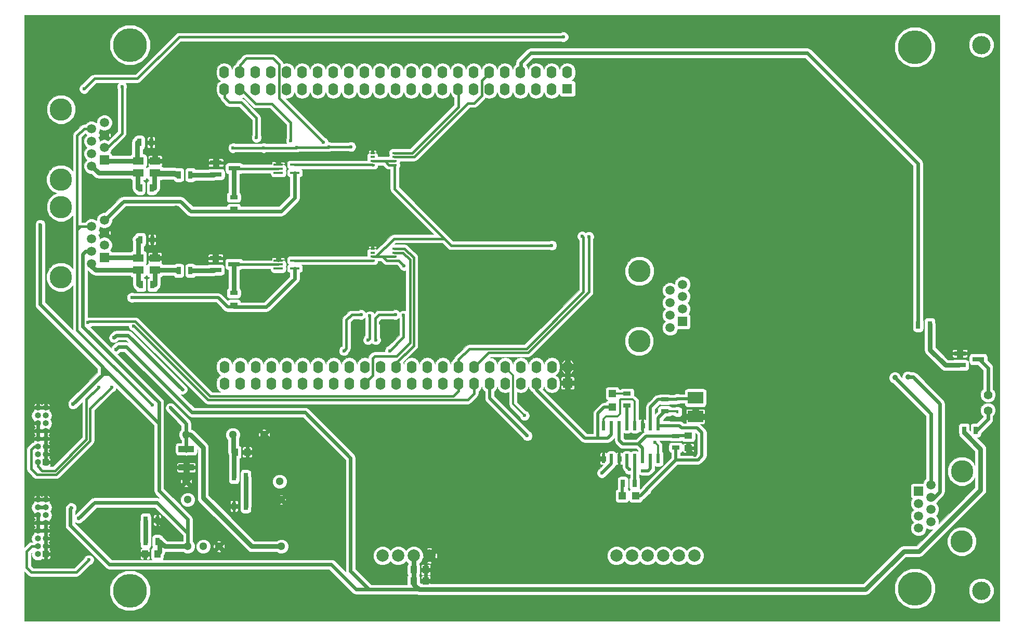
<source format=gbr>
G04 #@! TF.FileFunction,Copper,L2,Bot,Signal*
%FSLAX46Y46*%
G04 Gerber Fmt 4.6, Leading zero omitted, Abs format (unit mm)*
G04 Created by KiCad (PCBNEW 4.0.4+e1-6308~48~ubuntu15.10.1-stable) date Thu Mar 22 15:52:19 2018*
%MOMM*%
%LPD*%
G01*
G04 APERTURE LIST*
%ADD10C,0.100000*%
%ADD11R,1.000000X1.000000*%
%ADD12O,1.000000X1.000000*%
%ADD13R,1.700000X1.300000*%
%ADD14R,0.750000X0.350000*%
%ADD15C,3.650000*%
%ADD16C,1.500000*%
%ADD17R,1.500000X1.500000*%
%ADD18C,5.500000*%
%ADD19C,3.000000*%
%ADD20C,2.000000*%
%ADD21C,1.300000*%
%ADD22C,1.400000*%
%ADD23R,1.500000X0.400000*%
%ADD24R,1.600000X1.600000*%
%ADD25O,1.600000X2.000000*%
%ADD26R,1.900000X0.800000*%
%ADD27R,1.000000X1.250000*%
%ADD28R,0.700000X1.300000*%
%ADD29R,1.300000X0.700000*%
%ADD30R,2.500000X1.000000*%
%ADD31R,2.500000X1.950000*%
%ADD32R,1.250000X1.000000*%
%ADD33R,0.450000X0.600000*%
%ADD34R,1.200000X1.200000*%
%ADD35R,0.600000X1.500000*%
%ADD36C,0.600000*%
%ADD37C,0.900000*%
%ADD38C,0.250000*%
%ADD39C,0.600000*%
%ADD40C,0.400000*%
%ADD41C,0.300000*%
%ADD42C,0.800000*%
%ADD43C,0.500000*%
%ADD44C,0.050000*%
G04 APERTURE END LIST*
D10*
D11*
X35357240Y-108040840D03*
D12*
X34087240Y-108040840D03*
X35357240Y-106770840D03*
X34087240Y-106770840D03*
X35357240Y-105500840D03*
X34087240Y-105500840D03*
X35357240Y-104230840D03*
X34087240Y-104230840D03*
X35357240Y-102960840D03*
X34087240Y-102960840D03*
X35357240Y-101690840D03*
X34087240Y-101690840D03*
X35357240Y-100420840D03*
X34087240Y-100420840D03*
X35357240Y-99150840D03*
X34087240Y-99150840D03*
D13*
X50480840Y-43924000D03*
X50480840Y-45874000D03*
X53180840Y-45874000D03*
X53180840Y-43924000D03*
D14*
X88597240Y-42615840D03*
X88597240Y-43265840D03*
X88597240Y-43915840D03*
X88597240Y-44565840D03*
X92197240Y-42615840D03*
X92197240Y-43265840D03*
X92197240Y-44565840D03*
X92197240Y-43915840D03*
X88597240Y-58215840D03*
X88597240Y-58865840D03*
X88597240Y-59515840D03*
X88597240Y-60165840D03*
X92197240Y-58215840D03*
X92197240Y-58865840D03*
X92197240Y-60165840D03*
X92197240Y-59515840D03*
D15*
X184607240Y-94535840D03*
X184582240Y-105965840D03*
D16*
X179582240Y-96715840D03*
D17*
X177532240Y-97740840D03*
D16*
X179582240Y-98740840D03*
X177532240Y-99765840D03*
X179582240Y-100765840D03*
X177532240Y-101790840D03*
X179582240Y-102790840D03*
X177542240Y-103805840D03*
D13*
X50450000Y-59750000D03*
X50450000Y-61700000D03*
X53150000Y-61700000D03*
X53150000Y-59750000D03*
D18*
X176939100Y-25343000D03*
X49088200Y-25001000D03*
X49088200Y-114001000D03*
D19*
X187758200Y-114001000D03*
X187758200Y-25001000D03*
D18*
X176939100Y-113659000D03*
D20*
X141037240Y-108300840D03*
X138497240Y-108300840D03*
X135957240Y-108300840D03*
X133417240Y-108300840D03*
X130877240Y-108300840D03*
X128337240Y-108300840D03*
X90237240Y-108300840D03*
X92777240Y-108300840D03*
X95317240Y-108300840D03*
X97857240Y-108300840D03*
D21*
X73497240Y-96190840D03*
X70957240Y-88570840D03*
X65877240Y-88570840D03*
X58257240Y-96190840D03*
X58257240Y-88570840D03*
X58517240Y-106780840D03*
X61057240Y-106780840D03*
X63597240Y-106780840D03*
X73757240Y-106780840D03*
X73757240Y-99160840D03*
X58517240Y-99160840D03*
D11*
X35357240Y-93040840D03*
D12*
X34087240Y-93040840D03*
X35357240Y-91770840D03*
X34087240Y-91770840D03*
X35357240Y-90500840D03*
X34087240Y-90500840D03*
X35357240Y-89230840D03*
X34087240Y-89230840D03*
X35357240Y-87960840D03*
X34087240Y-87960840D03*
X35357240Y-86690840D03*
X34087240Y-86690840D03*
X35357240Y-85420840D03*
X34087240Y-85420840D03*
X35357240Y-84150840D03*
X34087240Y-84150840D03*
D22*
X188857240Y-82060840D03*
X188857240Y-84600840D03*
D23*
X73267240Y-61440840D03*
X73267240Y-60790840D03*
X73267240Y-60140840D03*
X75927240Y-60140840D03*
X75927240Y-61440840D03*
X73267240Y-45840840D03*
X73267240Y-45190840D03*
X73267240Y-44540840D03*
X75927240Y-44540840D03*
X75927240Y-45840840D03*
D24*
X120370000Y-80135000D03*
D25*
X120370000Y-77495000D03*
X117830000Y-80235000D03*
X117830000Y-77495000D03*
X115290000Y-80235000D03*
X115290000Y-77495000D03*
X112750000Y-80235000D03*
X112750000Y-77495000D03*
X110210000Y-80235000D03*
X110210000Y-77495000D03*
X107670000Y-80235000D03*
X107670000Y-77495000D03*
X105130000Y-80235000D03*
X105130000Y-77495000D03*
X102590000Y-80235000D03*
X102590000Y-77495000D03*
X100050000Y-80235000D03*
X100050000Y-77495000D03*
X97510000Y-80235000D03*
X97510000Y-77495000D03*
X94970000Y-80235000D03*
X94970000Y-77495000D03*
X92430000Y-80235000D03*
X92430000Y-77495000D03*
X89890000Y-80235000D03*
X89890000Y-77495000D03*
X87350000Y-80235000D03*
X87350000Y-77495000D03*
X84810000Y-80235000D03*
X84810000Y-77495000D03*
X82270000Y-80235000D03*
X82270000Y-77495000D03*
X79730000Y-80235000D03*
X79730000Y-77495000D03*
X77190000Y-80235000D03*
X77190000Y-77495000D03*
X74650000Y-80235000D03*
X74650000Y-77495000D03*
X72110000Y-80235000D03*
X72110000Y-77495000D03*
X69570000Y-80235000D03*
X69570000Y-77495000D03*
X67030000Y-80235000D03*
X67030000Y-77495000D03*
X64490000Y-80235000D03*
X64490000Y-77495000D03*
D24*
X120340000Y-32115000D03*
D25*
X120340000Y-29475000D03*
X117800000Y-32215000D03*
X117800000Y-29475000D03*
X115260000Y-32215000D03*
X115260000Y-29475000D03*
X112720000Y-32215000D03*
X112720000Y-29475000D03*
X110180000Y-32215000D03*
X110180000Y-29475000D03*
X107640000Y-32215000D03*
X107640000Y-29475000D03*
X105100000Y-32215000D03*
X105100000Y-29475000D03*
X102560000Y-32215000D03*
X102560000Y-29475000D03*
X100020000Y-32215000D03*
X100020000Y-29475000D03*
X97480000Y-32215000D03*
X97480000Y-29475000D03*
X94940000Y-32215000D03*
X94940000Y-29475000D03*
X92400000Y-32215000D03*
X92400000Y-29475000D03*
X89860000Y-32215000D03*
X89860000Y-29475000D03*
X87320000Y-32215000D03*
X87320000Y-29475000D03*
X84780000Y-32215000D03*
X84780000Y-29475000D03*
X82240000Y-32215000D03*
X82240000Y-29475000D03*
X79700000Y-32215000D03*
X79700000Y-29475000D03*
X77160000Y-32215000D03*
X77160000Y-29475000D03*
X74620000Y-32215000D03*
X74620000Y-29475000D03*
X72080000Y-32215000D03*
X72080000Y-29475000D03*
X69540000Y-32215000D03*
X69540000Y-29475000D03*
X67000000Y-32215000D03*
X67000000Y-29475000D03*
X64460000Y-32215000D03*
X64460000Y-29475000D03*
D26*
X63040000Y-61680000D03*
X63040000Y-59780000D03*
X66040000Y-60730000D03*
X63090000Y-46090000D03*
X63090000Y-44190000D03*
X66090000Y-45140000D03*
X184270000Y-77210000D03*
X184270000Y-75310000D03*
X187270000Y-76260000D03*
D27*
X66200000Y-91400000D03*
X68200000Y-91400000D03*
X53557640Y-108000800D03*
X51557640Y-108000800D03*
X95296440Y-112420400D03*
X97296440Y-112420400D03*
X95296440Y-110591600D03*
X97296440Y-110591600D03*
D28*
X52550000Y-40900000D03*
X50650000Y-40900000D03*
X52700000Y-56750000D03*
X50800000Y-56750000D03*
X57047240Y-61790840D03*
X58947240Y-61790840D03*
X57047240Y-46190840D03*
X58947240Y-46190840D03*
D29*
X65997240Y-67340840D03*
X65997240Y-65440840D03*
X65997240Y-51740840D03*
X65997240Y-49840840D03*
D28*
X66050000Y-95400000D03*
X67950000Y-95400000D03*
X67950000Y-100200000D03*
X66050000Y-100200000D03*
X53550000Y-106000000D03*
X51650000Y-106000000D03*
X51650000Y-102500000D03*
X53550000Y-102500000D03*
X184977240Y-87820840D03*
X186877240Y-87820840D03*
X179377240Y-70630840D03*
X177477240Y-70630840D03*
X52750000Y-64100000D03*
X50850000Y-64100000D03*
X52650000Y-48300000D03*
X50750000Y-48300000D03*
D15*
X132047240Y-73295840D03*
X132072240Y-61865840D03*
D16*
X137072240Y-71115840D03*
D17*
X139122240Y-70090840D03*
D16*
X137072240Y-69090840D03*
X139122240Y-68065840D03*
X137072240Y-67065840D03*
X139122240Y-66040840D03*
X137072240Y-65040840D03*
X139112240Y-64025840D03*
D15*
X37847240Y-46955000D03*
X37872240Y-35525000D03*
D16*
X42872240Y-44775000D03*
D17*
X44922240Y-43750000D03*
D16*
X42872240Y-42750000D03*
X44922240Y-41725000D03*
X42872240Y-40725000D03*
X44922240Y-39700000D03*
X42872240Y-38700000D03*
X44912240Y-37685000D03*
D15*
X37847240Y-62865840D03*
X37872240Y-51435840D03*
D16*
X42872240Y-60685840D03*
D17*
X44922240Y-59660840D03*
D16*
X42872240Y-58660840D03*
X44922240Y-57635840D03*
X42872240Y-56635840D03*
X44922240Y-55610840D03*
X42872240Y-54610840D03*
X44912240Y-53595840D03*
D30*
X58280000Y-90900000D03*
X58280000Y-93900000D03*
D31*
X141203640Y-82549000D03*
X141203640Y-85599000D03*
D32*
X140035240Y-88712800D03*
X140035240Y-90712800D03*
D33*
X138257240Y-84819200D03*
X138257240Y-82719200D03*
D34*
X131483240Y-98501200D03*
X129283240Y-98501200D03*
X127690840Y-84056400D03*
X127690840Y-81856400D03*
D29*
X136225240Y-84719200D03*
X136225240Y-82819200D03*
D28*
X129382440Y-96520000D03*
X131282440Y-96520000D03*
D29*
X138003240Y-90662800D03*
X138003240Y-88762800D03*
X130078440Y-81854000D03*
X130078440Y-83754000D03*
D35*
X135133040Y-92463600D03*
X133863040Y-92463600D03*
X132593040Y-92463600D03*
X131323040Y-92463600D03*
X130053040Y-92463600D03*
X128783040Y-92463600D03*
X127513040Y-92463600D03*
X126243040Y-92463600D03*
X126243040Y-87063600D03*
X127513040Y-87063600D03*
X128783040Y-87063600D03*
X130053040Y-87063600D03*
X131323040Y-87063600D03*
X132593040Y-87063600D03*
X133863040Y-87063600D03*
X135133040Y-87063600D03*
D36*
X55097640Y-104140000D03*
X90403640Y-62890400D03*
X84510840Y-64668400D03*
X89946440Y-70307200D03*
X82682040Y-71069200D03*
X75620840Y-67716400D03*
X141152840Y-91897200D03*
X125150840Y-81534000D03*
X43362840Y-34442400D03*
X38117740Y-68961000D03*
X67697240Y-43390840D03*
X56450000Y-63500000D03*
X116800000Y-74950000D03*
X73197240Y-43290840D03*
X91100000Y-35200000D03*
X56400000Y-56150000D03*
X56600000Y-51450000D03*
X78697240Y-42990840D03*
X46100000Y-80800000D03*
X44000000Y-80800000D03*
X69697240Y-40090840D03*
X80597240Y-40890840D03*
X75297240Y-40590840D03*
X113365240Y-85445600D03*
X39552840Y-100482400D03*
X135361640Y-85598000D03*
X133228040Y-97536000D03*
X136834840Y-87071200D03*
X126217640Y-89103200D03*
X46817240Y-74625200D03*
X46461640Y-72745600D03*
X57637640Y-81178400D03*
X55707240Y-84175600D03*
X49400000Y-66200000D03*
X85097240Y-41590840D03*
X81497240Y-41590840D03*
X76297240Y-41690840D03*
X70897240Y-41790840D03*
X65897240Y-41790840D03*
X52747240Y-83740840D03*
X49697240Y-70840840D03*
X123847240Y-56240840D03*
X42247240Y-70290840D03*
X122747240Y-56190840D03*
X119697240Y-23690840D03*
X41647240Y-32140840D03*
X40721240Y-102209600D03*
X39806840Y-83566000D03*
X34472840Y-54305200D03*
D37*
X173697240Y-79250840D03*
X175827240Y-79150840D03*
D36*
X91419640Y-74879200D03*
X93654840Y-69088000D03*
X88168440Y-69189600D03*
X87863640Y-73101200D03*
X93756440Y-61010800D03*
X117797240Y-57690840D03*
X132618440Y-94437200D03*
X113822440Y-88747600D03*
X125963640Y-94792800D03*
X134599640Y-89814400D03*
X130434040Y-94234000D03*
X47797240Y-31790840D03*
X42397640Y-108966000D03*
X83952040Y-74879200D03*
X86746040Y-68986400D03*
X89133640Y-73101200D03*
X92334040Y-68986400D03*
D38*
X35357240Y-89230840D02*
X34087240Y-89230840D01*
X35357240Y-104230840D02*
X34087240Y-104230840D01*
D39*
X53550000Y-102500000D02*
X53550000Y-102592360D01*
X53550000Y-102592360D02*
X55097640Y-104140000D01*
D40*
X86288840Y-62890400D02*
X90403640Y-62890400D01*
X84510840Y-64668400D02*
X86288840Y-62890400D01*
D41*
X140035240Y-90712800D02*
X140035240Y-90779600D01*
X140035240Y-90779600D02*
X141152840Y-91897200D01*
D39*
X58280000Y-93650000D02*
X58280000Y-96168080D01*
X58280000Y-96168080D02*
X58257240Y-96190840D01*
D41*
X44922240Y-39670840D02*
X44922240Y-39285840D01*
D38*
X53097240Y-59740840D02*
X56090840Y-59740840D01*
X56090840Y-59740840D02*
X56350000Y-60000000D01*
D40*
X120417240Y-75317240D02*
X120417240Y-77560840D01*
X116800000Y-74950000D02*
X116900000Y-74850000D01*
X116900000Y-74850000D02*
X119950000Y-74850000D01*
X119950000Y-74850000D02*
X120417240Y-75317240D01*
D38*
X73197240Y-43290840D02*
X73197240Y-44470840D01*
X73197240Y-44470840D02*
X73267240Y-44540840D01*
X88597240Y-42615840D02*
X88597240Y-37702760D01*
X88597240Y-37702760D02*
X91100000Y-35200000D01*
X88597240Y-58215840D02*
X88597240Y-56352760D01*
X74950000Y-55650000D02*
X72800000Y-57800000D01*
X87894480Y-55650000D02*
X74950000Y-55650000D01*
X88597240Y-56352760D02*
X87894480Y-55650000D01*
D40*
X44922240Y-55610840D02*
X45139160Y-55610840D01*
X45139160Y-55610840D02*
X45850000Y-54900000D01*
X45850000Y-54900000D02*
X56100000Y-54900000D01*
X56100000Y-54900000D02*
X56400000Y-54600000D01*
X73267240Y-60140840D02*
X73267240Y-58267240D01*
X62747240Y-58502760D02*
X62747240Y-59840840D01*
X63450000Y-57800000D02*
X62747240Y-58502760D01*
X72800000Y-57800000D02*
X63450000Y-57800000D01*
X73267240Y-58267240D02*
X72800000Y-57800000D01*
X56400000Y-60050000D02*
X56400000Y-56150000D01*
X56450000Y-60100000D02*
X56400000Y-60050000D01*
X56400000Y-51650000D02*
X56400000Y-54600000D01*
X56400000Y-54600000D02*
X56400000Y-56150000D01*
X56600000Y-51450000D02*
X56400000Y-51650000D01*
D42*
X70957240Y-88570840D02*
X70957240Y-98450840D01*
X70957240Y-98450840D02*
X71667240Y-99160840D01*
X71667240Y-99160840D02*
X73757240Y-99160840D01*
D40*
X46100000Y-80800000D02*
X42600002Y-84299998D01*
X42600002Y-84299998D02*
X42600002Y-89536608D01*
X42600002Y-89536608D02*
X37086610Y-95050000D01*
X37086610Y-95050000D02*
X33900000Y-95050000D01*
X33900000Y-95050000D02*
X33000000Y-94150000D01*
X33000000Y-94150000D02*
X33000000Y-91000000D01*
X33000000Y-91000000D02*
X33499160Y-90500840D01*
X33499160Y-90500840D02*
X34087240Y-90500840D01*
X34087240Y-91770840D02*
X33817240Y-91770840D01*
X44000000Y-80800000D02*
X42000000Y-82800000D01*
X42000000Y-82800000D02*
X42000000Y-89288080D01*
X42000000Y-89288080D02*
X36865545Y-94422535D01*
X36865545Y-94422535D02*
X34822535Y-94422535D01*
X34822535Y-94422535D02*
X34087240Y-93687240D01*
X34087240Y-93040840D02*
X34087240Y-93687240D01*
X94897240Y-43265840D02*
X95372240Y-43265840D01*
X105147240Y-34490840D02*
X106397240Y-33240840D01*
X104147240Y-34490840D02*
X105147240Y-34490840D01*
X95372240Y-43265840D02*
X104147240Y-34490840D01*
X92197240Y-43265840D02*
X94897240Y-43265840D01*
X106397240Y-30830840D02*
X107687240Y-29540840D01*
X106397240Y-33240840D02*
X106397240Y-30830840D01*
X92197240Y-42615840D02*
X95072240Y-42615840D01*
X102607240Y-35080840D02*
X102607240Y-32080840D01*
X95072240Y-42615840D02*
X102607240Y-35080840D01*
X64507240Y-33600840D02*
X64507240Y-32080840D01*
X65297240Y-34390840D02*
X64507240Y-33600840D01*
X67197240Y-34390840D02*
X65297240Y-34390840D01*
X69697240Y-36890840D02*
X67197240Y-34390840D01*
X69697240Y-40090840D02*
X69697240Y-36890840D01*
X67047240Y-28240840D02*
X67047240Y-29540840D01*
X68097240Y-27190840D02*
X67047240Y-28240840D01*
X72397240Y-27190840D02*
X68097240Y-27190840D01*
X73397240Y-28190840D02*
X72397240Y-27190840D01*
X73397240Y-33690840D02*
X73397240Y-28190840D01*
X80597240Y-40890840D02*
X73397240Y-33690840D01*
X92197240Y-58865840D02*
X93572240Y-58865840D01*
X88597240Y-78900840D02*
X87397240Y-80100840D01*
X88597240Y-76090840D02*
X88597240Y-78900840D01*
X88976440Y-75711640D02*
X88597240Y-76090840D01*
X92502040Y-75711640D02*
X88976440Y-75711640D01*
X94697238Y-73516442D02*
X92502040Y-75711640D01*
X94697238Y-59990838D02*
X94697238Y-73516442D01*
X93572240Y-58865840D02*
X94697238Y-59990838D01*
X92197240Y-58215840D02*
X93822240Y-58215840D01*
X92477240Y-76839640D02*
X92477240Y-77560840D01*
X95297240Y-74019640D02*
X92477240Y-76839640D01*
X95297240Y-59690840D02*
X95297240Y-74019640D01*
X93822240Y-58215840D02*
X95297240Y-59690840D01*
X69557240Y-34590840D02*
X67047240Y-32080840D01*
X72197240Y-34590840D02*
X69557240Y-34590840D01*
X75297240Y-37690840D02*
X72197240Y-34590840D01*
X75297240Y-40590840D02*
X75297240Y-37690840D01*
D41*
X111485640Y-78870640D02*
X110210000Y-77595000D01*
X111485640Y-83566000D02*
X111485640Y-78870640D01*
X113365240Y-85445600D02*
X111485640Y-83566000D01*
D39*
X85932080Y-113790840D02*
X88014880Y-113790840D01*
X81869240Y-109728000D02*
X85932080Y-113790840D01*
X45750440Y-109728000D02*
X81869240Y-109728000D01*
X39400440Y-103378000D02*
X45750440Y-109728000D01*
X39400440Y-100634800D02*
X39400440Y-103378000D01*
X39552840Y-100482400D02*
X39400440Y-100634800D01*
X35357240Y-100420840D02*
X34087240Y-100420840D01*
D41*
X135361640Y-85598000D02*
X135354040Y-85590400D01*
X135354040Y-85590400D02*
X135361640Y-85598000D01*
X135361640Y-85598000D02*
X135361640Y-85582800D01*
D43*
X127690840Y-84056400D02*
X126336840Y-84056400D01*
X125303240Y-85090000D02*
X125303240Y-89103200D01*
X126336840Y-84056400D02*
X125303240Y-85090000D01*
X136834840Y-87071200D02*
X138562040Y-87071200D01*
X141610040Y-92659200D02*
X138003240Y-92659200D01*
X142270440Y-91998800D02*
X141610040Y-92659200D01*
X142270440Y-88239600D02*
X142270440Y-91998800D01*
X141457640Y-87426800D02*
X142270440Y-88239600D01*
X138917640Y-87426800D02*
X141457640Y-87426800D01*
X138562040Y-87071200D02*
X138917640Y-87426800D01*
D41*
X133228040Y-97536000D02*
X133228040Y-97434400D01*
D43*
X133228040Y-97434400D02*
X138003240Y-92659200D01*
X138003240Y-92659200D02*
X138003240Y-90662800D01*
X132262840Y-98501200D02*
X131483240Y-98501200D01*
X133228040Y-97536000D02*
X132262840Y-98501200D01*
X135133040Y-87063600D02*
X136827240Y-87063600D01*
D41*
X136827240Y-87063600D02*
X136834840Y-87071200D01*
X136225240Y-84719200D02*
X138157240Y-84719200D01*
X138157240Y-84719200D02*
X138257240Y-84819200D01*
D43*
X135133040Y-87063600D02*
X135133040Y-85811400D01*
X135133040Y-85811400D02*
X135361640Y-85582800D01*
X135361640Y-85582800D02*
X136225240Y-84719200D01*
D41*
X115290000Y-80135000D02*
X115290000Y-81223560D01*
D43*
X115290000Y-81223560D02*
X123169640Y-89103200D01*
X123169640Y-89103200D02*
X125303240Y-89103200D01*
X125303240Y-89103200D02*
X126217640Y-89103200D01*
X126217640Y-89103200D02*
X126928840Y-89103200D01*
X127513040Y-88519000D02*
X127513040Y-87063600D01*
X126928840Y-89103200D02*
X127513040Y-88519000D01*
D39*
X85018840Y-110794800D02*
X88014880Y-113790840D01*
X85018840Y-92354400D02*
X85018840Y-110794800D01*
X77602040Y-84937600D02*
X85018840Y-92354400D01*
X59212440Y-84937600D02*
X77602040Y-84937600D01*
X48493640Y-74218800D02*
X59212440Y-84937600D01*
X47223640Y-74218800D02*
X48493640Y-74218800D01*
X46817240Y-74625200D02*
X47223640Y-74218800D01*
D42*
X97363240Y-113790840D02*
X96142880Y-113790840D01*
D39*
X88014880Y-113790840D02*
X97363240Y-113790840D01*
X97363240Y-113790840D02*
X97417240Y-113790840D01*
D42*
X97417240Y-113790840D02*
X168907240Y-113790840D01*
X168907240Y-113790840D02*
X175127240Y-107570840D01*
X175127240Y-107570840D02*
X177647240Y-107570840D01*
X177647240Y-107570840D02*
X187647240Y-97570840D01*
X187647240Y-97570840D02*
X187647240Y-90890840D01*
X95296440Y-112420400D02*
X95296440Y-110591600D01*
X95296440Y-110591600D02*
X95296440Y-108321640D01*
X95296440Y-108321640D02*
X95317240Y-108300840D01*
X95317240Y-112965200D02*
X95317240Y-108300840D01*
X96142880Y-113790840D02*
X95317240Y-112965200D01*
D39*
X58257240Y-88570840D02*
X58257240Y-86725600D01*
X46868040Y-72339200D02*
X46461640Y-72745600D01*
X48798440Y-72339200D02*
X46868040Y-72339200D01*
X57637640Y-81178400D02*
X48798440Y-72339200D01*
X58257240Y-86725600D02*
X55707240Y-84175600D01*
D43*
X65997240Y-51740840D02*
X65997240Y-52140840D01*
X65997240Y-67340840D02*
X65997240Y-67740840D01*
D39*
X58280000Y-91150000D02*
X58280000Y-88593600D01*
X58280000Y-88593600D02*
X58257240Y-88570840D01*
D43*
X49400000Y-66200000D02*
X63450000Y-66200000D01*
X64990840Y-67740840D02*
X65997240Y-67740840D01*
X63450000Y-66200000D02*
X64990840Y-67740840D01*
D42*
X58257240Y-88570840D02*
X58920840Y-88570840D01*
X60997240Y-90647240D02*
X60997240Y-92390840D01*
X58920840Y-88570840D02*
X60997240Y-90647240D01*
X73757240Y-106780840D02*
X68930840Y-106780840D01*
X68930840Y-106780840D02*
X60997240Y-98847240D01*
X60997240Y-98847240D02*
X60997240Y-92390840D01*
D39*
X65997240Y-52140840D02*
X58990840Y-52140840D01*
X48050000Y-50500000D02*
X44954160Y-53595840D01*
X57350000Y-50500000D02*
X48050000Y-50500000D01*
X58990840Y-52140840D02*
X57350000Y-50500000D01*
D38*
X44954160Y-53595840D02*
X44912240Y-53595840D01*
D39*
X65997240Y-67740840D02*
X71309160Y-67740840D01*
X75927240Y-63122760D02*
X75927240Y-61440840D01*
X71309160Y-67740840D02*
X75927240Y-63122760D01*
X75927240Y-45840840D02*
X75927240Y-49922760D01*
X73709160Y-52140840D02*
X65997240Y-52140840D01*
X75927240Y-49922760D02*
X73709160Y-52140840D01*
D42*
X187647240Y-90890840D02*
X184958240Y-88201840D01*
X58267240Y-88580840D02*
X58257240Y-88570840D01*
X58057240Y-88770840D02*
X58257240Y-88570840D01*
D43*
X66040000Y-60730000D02*
X66040000Y-65398080D01*
X66040000Y-65398080D02*
X65997240Y-65440840D01*
D40*
X73267240Y-60790840D02*
X66047240Y-60790840D01*
D42*
X65997240Y-65040840D02*
X65997240Y-60840840D01*
X65997240Y-60840840D02*
X66047240Y-60790840D01*
D43*
X65997240Y-49840840D02*
X65997240Y-45232760D01*
X65997240Y-45232760D02*
X66090000Y-45140000D01*
D40*
X73267240Y-45190840D02*
X66047240Y-45190840D01*
D42*
X65997240Y-49440840D02*
X65997240Y-45240840D01*
X65997240Y-45240840D02*
X66047240Y-45190840D01*
D40*
X85097240Y-41590840D02*
X81497240Y-41590840D01*
X76297240Y-41690840D02*
X81397240Y-41690840D01*
X81397240Y-41690840D02*
X81497240Y-41590840D01*
X70897240Y-41790840D02*
X76197240Y-41790840D01*
X76197240Y-41790840D02*
X76297240Y-41690840D01*
X65897240Y-41790840D02*
X70897240Y-41790840D01*
D42*
X65950000Y-91400000D02*
X65950000Y-88643600D01*
X65950000Y-88643600D02*
X65877240Y-88570840D01*
X66070440Y-95501600D02*
X66070440Y-91279560D01*
X66070440Y-91279560D02*
X65950000Y-91400000D01*
D40*
X40497240Y-71490840D02*
X40497240Y-70490840D01*
X52747240Y-83740840D02*
X40497240Y-71490840D01*
X105177240Y-81860840D02*
X105177240Y-80100840D01*
X104147240Y-82890840D02*
X105177240Y-81860840D01*
X61797240Y-82890840D02*
X104147240Y-82890840D01*
X49697240Y-70840840D02*
X49722240Y-70815840D01*
X49722240Y-70815840D02*
X49697240Y-70840840D01*
X49697240Y-70840840D02*
X49697240Y-70790840D01*
X49697240Y-70790840D02*
X61797240Y-82890840D01*
X107547240Y-75190840D02*
X105177240Y-77560840D01*
X113947240Y-75190840D02*
X107547240Y-75190840D01*
X123847240Y-65290840D02*
X113947240Y-75190840D01*
X123847240Y-56240840D02*
X123847240Y-65290840D01*
X62147238Y-82290838D02*
X101747242Y-82290838D01*
X101747242Y-82290838D02*
X102637240Y-81400840D01*
X102637240Y-81400840D02*
X102637240Y-80100840D01*
X42447240Y-70090840D02*
X49947240Y-70090840D01*
X49947240Y-70090840D02*
X62147238Y-82290838D01*
X42247240Y-70290840D02*
X42447240Y-70090840D01*
X102637240Y-76300840D02*
X102637240Y-77560840D01*
X104397240Y-74540840D02*
X102637240Y-76300840D01*
X113697240Y-74540840D02*
X104397240Y-74540840D01*
X122947240Y-65290840D02*
X113697240Y-74540840D01*
X122947240Y-56390840D02*
X122947240Y-65290840D01*
X122747240Y-56190840D02*
X122947240Y-56390840D01*
X57109160Y-23690840D02*
X119697240Y-23690840D01*
X50309160Y-30490840D02*
X57109160Y-23690840D01*
X43297240Y-30490840D02*
X50309160Y-30490840D01*
X41647240Y-32140840D02*
X43297240Y-30490840D01*
D39*
X39806840Y-83566000D02*
X44602264Y-78770576D01*
X45744800Y-78638400D02*
X53347240Y-86240840D01*
X58517240Y-106780840D02*
X58517240Y-102378000D01*
X53797240Y-97658000D02*
X53797240Y-87190840D01*
X58517240Y-102378000D02*
X53797240Y-97658000D01*
X58517240Y-106780840D02*
X58517240Y-104613200D01*
X43312040Y-99618800D02*
X40721240Y-102209600D01*
X53522840Y-99618800D02*
X43312040Y-99618800D01*
X58517240Y-104613200D02*
X53522840Y-99618800D01*
D43*
X58517240Y-106780840D02*
X54330840Y-106780840D01*
X54330840Y-106780840D02*
X53550000Y-106000000D01*
D42*
X58517240Y-106780840D02*
X54730840Y-106780840D01*
X54730840Y-106780840D02*
X53950000Y-106000000D01*
X53950000Y-106000000D02*
X53950000Y-107629280D01*
X53950000Y-107629280D02*
X53602440Y-107976840D01*
X58477240Y-106820840D02*
X58517240Y-106780840D01*
D39*
X53797240Y-86690840D02*
X53797240Y-83290840D01*
X53797240Y-86690840D02*
X53797240Y-87190840D01*
X53347240Y-86240840D02*
X53797240Y-86690840D01*
X53347240Y-86240840D02*
X53347240Y-86240840D01*
X53797240Y-87190840D02*
X53797240Y-87190840D01*
X53797240Y-83290840D02*
X41397240Y-70890840D01*
X41397240Y-70890840D02*
X41397240Y-59490840D01*
X41397240Y-70890840D02*
X53797240Y-83290840D01*
X41397240Y-59490840D02*
X41397240Y-70890840D01*
X41397240Y-59490840D02*
X41397240Y-59115600D01*
X41397240Y-59115600D02*
X41852000Y-58660840D01*
X52247240Y-85140840D02*
X53347240Y-86240840D01*
X44602264Y-78770576D02*
X44602264Y-78585816D01*
X44602264Y-78585816D02*
X44654848Y-78638400D01*
X44654848Y-78638400D02*
X45744800Y-78638400D01*
X44602264Y-77495864D02*
X44602264Y-77439424D01*
X44602264Y-77439424D02*
X34472840Y-67310000D01*
X44602264Y-78585816D02*
X44602264Y-78770576D01*
X45222240Y-78115840D02*
X45072240Y-78115840D01*
X45072240Y-78115840D02*
X44602264Y-78585816D01*
X50272240Y-83165840D02*
X52247240Y-85140840D01*
X44602264Y-77495864D02*
X45222240Y-78115840D01*
X45222240Y-78115840D02*
X50272240Y-83165840D01*
X44602264Y-77485816D02*
X44602264Y-77495864D01*
X44602264Y-77485816D02*
X44602264Y-78585816D01*
X34472840Y-67310000D02*
X34472840Y-54305200D01*
X179582240Y-96715840D02*
X179582240Y-95528600D01*
X179582240Y-95528600D02*
X179582240Y-85135840D01*
X179582240Y-85135840D02*
X173697240Y-79250840D01*
X179582240Y-98740840D02*
X180127240Y-98740840D01*
X180127240Y-98740840D02*
X181047240Y-97820840D01*
X180127240Y-98740840D02*
X181047240Y-97820840D01*
X181047240Y-97820840D02*
X181047240Y-83530840D01*
X181047240Y-83530840D02*
X176667240Y-79150840D01*
X176667240Y-79150840D02*
X175827240Y-79150840D01*
X175827240Y-79150840D02*
X176667240Y-79150840D01*
X176667240Y-79150840D02*
X181047240Y-83530840D01*
X181047240Y-83530840D02*
X181047240Y-83540840D01*
X179137240Y-81630840D02*
X179137240Y-81620840D01*
X179137240Y-81620840D02*
X176667240Y-79150840D01*
X180127240Y-98740840D02*
X181047240Y-97820840D01*
X181047240Y-97820840D02*
X181047240Y-83540840D01*
X181047240Y-83540840D02*
X179137240Y-81630840D01*
D43*
X58947240Y-61790840D02*
X62929160Y-61790840D01*
X62929160Y-61790840D02*
X63040000Y-61680000D01*
D42*
X59347240Y-61790840D02*
X62697240Y-61790840D01*
X62697240Y-61790840D02*
X62747240Y-61740840D01*
D43*
X63090000Y-46090000D02*
X59048080Y-46090000D01*
X59048080Y-46090000D02*
X58947240Y-46190840D01*
D42*
X59347240Y-46190840D02*
X62697240Y-46190840D01*
X62697240Y-46190840D02*
X62747240Y-46140840D01*
X67943600Y-100301600D02*
X67943600Y-95501600D01*
D39*
X67950000Y-100200000D02*
X67950000Y-95400000D01*
D42*
X51656400Y-102550800D02*
X51656400Y-106050800D01*
D39*
X51650000Y-106000000D02*
X51650000Y-102500000D01*
X188857240Y-82060840D02*
X188857240Y-77710840D01*
X188857240Y-77710840D02*
X187427240Y-76280840D01*
X188857240Y-84600840D02*
X188857240Y-85986840D01*
X188857240Y-85986840D02*
X187023240Y-87820840D01*
D42*
X179396240Y-70503840D02*
X179396240Y-74709840D01*
X181917240Y-77230840D02*
X184127240Y-77230840D01*
X179396240Y-74709840D02*
X181917240Y-77230840D01*
D39*
X177458240Y-70630840D02*
X177458240Y-44351840D01*
X112767240Y-27920840D02*
X112767240Y-29540840D01*
X114397240Y-26290840D02*
X112767240Y-27920840D01*
X159397240Y-26290840D02*
X114397240Y-26290840D01*
X177458240Y-44351840D02*
X159397240Y-26290840D01*
D40*
X91419640Y-74879200D02*
X93654840Y-72644000D01*
X93654840Y-72644000D02*
X93654840Y-69088000D01*
X88117640Y-69240400D02*
X88168440Y-69189600D01*
X88117640Y-72847200D02*
X88117640Y-69240400D01*
X87863640Y-73101200D02*
X88117640Y-72847200D01*
X92197240Y-60165840D02*
X92911480Y-60165840D01*
X92911480Y-60165840D02*
X93756440Y-61010800D01*
X92197240Y-44565840D02*
X91281480Y-44565840D01*
X91281480Y-44565840D02*
X90631480Y-43915840D01*
X92197240Y-60165840D02*
X90930280Y-60165840D01*
X90930280Y-60165840D02*
X90280280Y-59515840D01*
X88597240Y-59515840D02*
X89172240Y-59515840D01*
X100297240Y-56590840D02*
X101397240Y-57690840D01*
X92097240Y-56590840D02*
X100297240Y-56590840D01*
X89172240Y-59515840D02*
X92097240Y-56590840D01*
X92197240Y-44565840D02*
X92197240Y-48490840D01*
X92197240Y-48490840D02*
X101397240Y-57690840D01*
X101397240Y-57690840D02*
X117797240Y-57690840D01*
X88597240Y-59515840D02*
X90280280Y-59515840D01*
X90280280Y-59515840D02*
X92197240Y-59515840D01*
X88597240Y-43915840D02*
X90631480Y-43915840D01*
X90631480Y-43915840D02*
X92197240Y-43915840D01*
D43*
X53150000Y-61700000D02*
X56956400Y-61700000D01*
X56956400Y-61700000D02*
X57047240Y-61790840D01*
X52750000Y-64100000D02*
X53150000Y-64100000D01*
D42*
X53150000Y-64100000D02*
X53150000Y-61700000D01*
X53097240Y-61690840D02*
X56547240Y-61690840D01*
X56547240Y-61690840D02*
X56647240Y-61790840D01*
D43*
X53100000Y-45750000D02*
X53100000Y-47850000D01*
X53100000Y-47850000D02*
X52650000Y-48300000D01*
X57047240Y-46190840D02*
X53540840Y-46190840D01*
X53540840Y-46190840D02*
X53100000Y-45750000D01*
D42*
X53050000Y-48300000D02*
X53050000Y-45800000D01*
X53050000Y-45800000D02*
X53100000Y-45750000D01*
X53097240Y-45890840D02*
X56347240Y-45890840D01*
X56347240Y-45890840D02*
X56647240Y-46190840D01*
D43*
X133863040Y-94056200D02*
X133863040Y-92463600D01*
X133482040Y-94437200D02*
X133863040Y-94056200D01*
X132618440Y-94437200D02*
X133482040Y-94437200D01*
X107670000Y-80135000D02*
X107670000Y-82595160D01*
X107670000Y-82595160D02*
X113822440Y-88747600D01*
X138257240Y-82719200D02*
X141033440Y-82719200D01*
D41*
X141033440Y-82719200D02*
X141203640Y-82549000D01*
D43*
X136225240Y-82819200D02*
X135092440Y-82819200D01*
X133863040Y-84048600D02*
X133863040Y-87063600D01*
X135092440Y-82819200D02*
X133863040Y-84048600D01*
X136225240Y-82819200D02*
X138157240Y-82819200D01*
D41*
X138157240Y-82819200D02*
X138257240Y-82719200D01*
D43*
X138003240Y-88762800D02*
X133212840Y-88762800D01*
X133212840Y-88762800D02*
X131907240Y-90068400D01*
X140035240Y-88712800D02*
X138053240Y-88712800D01*
D41*
X138053240Y-88712800D02*
X138003240Y-88762800D01*
D43*
X132593040Y-92463600D02*
X132593040Y-90754200D01*
X132593040Y-90754200D02*
X131907240Y-90068400D01*
X128783040Y-89484200D02*
X128783040Y-87063600D01*
X131907240Y-90068400D02*
X129367240Y-90068400D01*
X129367240Y-90068400D02*
X128783040Y-89484200D01*
X129283240Y-98501200D02*
X129283240Y-96619200D01*
D41*
X129283240Y-96619200D02*
X129382440Y-96520000D01*
D43*
X127513040Y-92463600D02*
X127513040Y-93243400D01*
X127513040Y-93243400D02*
X125963640Y-94792800D01*
D41*
X130078440Y-81854000D02*
X127693240Y-81854000D01*
X127693240Y-81854000D02*
X127690840Y-81856400D01*
D43*
X131282440Y-96520000D02*
X131282440Y-92504200D01*
D41*
X131282440Y-92504200D02*
X131323040Y-92463600D01*
D43*
X130053040Y-87063600D02*
X130053040Y-83779400D01*
D41*
X130053040Y-83779400D02*
X130078440Y-83754000D01*
X135133040Y-92463600D02*
X135133040Y-90347800D01*
X135133040Y-90347800D02*
X134599640Y-89814400D01*
D43*
X130053040Y-92463600D02*
X130053040Y-93853000D01*
X130053040Y-93853000D02*
X130434040Y-94234000D01*
D41*
X131323040Y-87063600D02*
X131323040Y-83134200D01*
X126243040Y-85979000D02*
X126243040Y-87063600D01*
X126674840Y-85547200D02*
X126243040Y-85979000D01*
X128503640Y-85547200D02*
X126674840Y-85547200D01*
X128910040Y-85140800D02*
X128503640Y-85547200D01*
X128910040Y-82905600D02*
X128910040Y-85140800D01*
X129062440Y-82753200D02*
X128910040Y-82905600D01*
X130942040Y-82753200D02*
X129062440Y-82753200D01*
X131323040Y-83134200D02*
X130942040Y-82753200D01*
D43*
X50850000Y-64100000D02*
X50474840Y-64100000D01*
D42*
X50424040Y-64049200D02*
X50424040Y-61649200D01*
D43*
X50474840Y-64100000D02*
X50424040Y-64049200D01*
D42*
X42872240Y-60685840D02*
X42872240Y-61065840D01*
X42872240Y-61065840D02*
X43497240Y-61690840D01*
X43497240Y-61690840D02*
X50397240Y-61690840D01*
X50450000Y-59750000D02*
X50450000Y-56800000D01*
X50450000Y-56800000D02*
X50400000Y-56750000D01*
X44922240Y-59660840D02*
X50317240Y-59660840D01*
X50317240Y-59660840D02*
X50397240Y-59740840D01*
D39*
X41852000Y-58660840D02*
X42872240Y-58660840D01*
D40*
X40497240Y-55190840D02*
X40497240Y-70490840D01*
X40497240Y-52235840D02*
X40497240Y-54590840D01*
X42872240Y-38670840D02*
X41617240Y-38670840D01*
X40497240Y-39790840D02*
X40497240Y-52235840D01*
X41617240Y-38670840D02*
X40497240Y-39790840D01*
X41077240Y-54610840D02*
X40497240Y-54610840D01*
X40497240Y-54590840D02*
X40497240Y-55190840D01*
X41077240Y-54610840D02*
X40497240Y-55190840D01*
X42872240Y-54610840D02*
X41077240Y-54610840D01*
X40497240Y-54610840D02*
X40517240Y-54590840D01*
X40517240Y-54590840D02*
X40597240Y-54590840D01*
X40597240Y-54590840D02*
X40497240Y-54590840D01*
D43*
X50400000Y-45750000D02*
X50400000Y-47950000D01*
X50400000Y-47950000D02*
X50750000Y-48300000D01*
D42*
X50350000Y-48300000D02*
X50350000Y-45800000D01*
X50350000Y-45800000D02*
X50400000Y-45750000D01*
X50397240Y-45890840D02*
X44017240Y-45890840D01*
X44017240Y-45890840D02*
X42872240Y-44745840D01*
D40*
X42872240Y-44745840D02*
X42872240Y-44865840D01*
D43*
X50400000Y-43800000D02*
X50400000Y-41150000D01*
X50400000Y-41150000D02*
X50650000Y-40900000D01*
D42*
X50250000Y-40900000D02*
X50250000Y-43650000D01*
D41*
X50250000Y-43650000D02*
X50400000Y-43800000D01*
D42*
X50397240Y-43940840D02*
X45142240Y-43940840D01*
X45142240Y-43940840D02*
X44922240Y-43720840D01*
D40*
X47797240Y-31790840D02*
X47797240Y-39390840D01*
X47797240Y-39390840D02*
X45492240Y-41695840D01*
X45492240Y-41695840D02*
X44922240Y-41695840D01*
X34087240Y-106770840D02*
X33112000Y-106770840D01*
X40365640Y-110998000D02*
X42397640Y-108966000D01*
X33050440Y-110998000D02*
X40365640Y-110998000D01*
X32288440Y-110236000D02*
X33050440Y-110998000D01*
X32288440Y-107594400D02*
X32288440Y-110236000D01*
X33112000Y-106770840D02*
X32288440Y-107594400D01*
X88597240Y-60165840D02*
X75952240Y-60165840D01*
X75952240Y-60165840D02*
X75927240Y-60140840D01*
X75927240Y-44540840D02*
X88572240Y-44540840D01*
X88572240Y-44540840D02*
X88597240Y-44565840D01*
X83952040Y-74879200D02*
X84358440Y-74472800D01*
X84358440Y-74472800D02*
X84358440Y-69850000D01*
X84358440Y-69850000D02*
X85222040Y-68986400D01*
X85222040Y-68986400D02*
X86746040Y-68986400D01*
X89133640Y-73101200D02*
X89082840Y-73050400D01*
X89082840Y-73050400D02*
X89082840Y-69596000D01*
X89082840Y-69596000D02*
X89692440Y-68986400D01*
X89692440Y-68986400D02*
X92334040Y-68986400D01*
D44*
G36*
X190737240Y-118890840D02*
X31927240Y-118890840D01*
X31927240Y-114649580D01*
X45812633Y-114649580D01*
X46310171Y-115853715D01*
X47230639Y-116775791D01*
X48433904Y-117275430D01*
X49736780Y-117276567D01*
X50940915Y-116779029D01*
X51862991Y-115858561D01*
X52362630Y-114655296D01*
X52363767Y-113352420D01*
X51866229Y-112148285D01*
X50945761Y-111226209D01*
X49742496Y-110726570D01*
X48439620Y-110725433D01*
X47235485Y-111222971D01*
X46313409Y-112143439D01*
X45813770Y-113346704D01*
X45812633Y-114649580D01*
X31927240Y-114649580D01*
X31927240Y-110900104D01*
X32537788Y-111510653D01*
X32772994Y-111667813D01*
X33050440Y-111723000D01*
X40365640Y-111723000D01*
X40597055Y-111676969D01*
X40643086Y-111667813D01*
X40878292Y-111510652D01*
X42623698Y-109765246D01*
X42864355Y-109665809D01*
X43096633Y-109433935D01*
X43222497Y-109130823D01*
X43222783Y-108802617D01*
X43097449Y-108499285D01*
X42865575Y-108267007D01*
X42562463Y-108141143D01*
X42234257Y-108140857D01*
X41930925Y-108266191D01*
X41698647Y-108498065D01*
X41598080Y-108740256D01*
X40065336Y-110273000D01*
X33350745Y-110273000D01*
X33013440Y-109935696D01*
X33013440Y-107894704D01*
X33085576Y-107822569D01*
X33042159Y-108040840D01*
X33120182Y-108433091D01*
X33342375Y-108765624D01*
X33674908Y-108987817D01*
X34067159Y-109065840D01*
X34107321Y-109065840D01*
X34499572Y-108987817D01*
X34773889Y-108804523D01*
X34802438Y-108816348D01*
X35038363Y-108816348D01*
X35107240Y-108747471D01*
X35107240Y-108290840D01*
X35607240Y-108290840D01*
X35607240Y-108747471D01*
X35676117Y-108816348D01*
X35912042Y-108816348D01*
X36013303Y-108774404D01*
X36090804Y-108696903D01*
X36132748Y-108595642D01*
X36132748Y-108359717D01*
X36063871Y-108290840D01*
X35607240Y-108290840D01*
X35107240Y-108290840D01*
X35082593Y-108290840D01*
X35132321Y-108040840D01*
X35082593Y-107790840D01*
X35107240Y-107790840D01*
X35107240Y-107020840D01*
X35607240Y-107020840D01*
X35607240Y-107790840D01*
X36063871Y-107790840D01*
X36132748Y-107721963D01*
X36132748Y-107486038D01*
X36090804Y-107384777D01*
X36013303Y-107307276D01*
X35940502Y-107277121D01*
X35953990Y-107266177D01*
X36043200Y-107132602D01*
X36018169Y-107020840D01*
X35607240Y-107020840D01*
X35107240Y-107020840D01*
X35082593Y-107020840D01*
X35132321Y-106770840D01*
X35082593Y-106520840D01*
X35107240Y-106520840D01*
X35107240Y-105750840D01*
X35607240Y-105750840D01*
X35607240Y-106520840D01*
X36018169Y-106520840D01*
X36043200Y-106409078D01*
X35953990Y-106275503D01*
X35781861Y-106135840D01*
X35953990Y-105996177D01*
X36043200Y-105862602D01*
X36018169Y-105750840D01*
X35607240Y-105750840D01*
X35107240Y-105750840D01*
X35082593Y-105750840D01*
X35132321Y-105500840D01*
X35082593Y-105250840D01*
X35107240Y-105250840D01*
X35107240Y-104480840D01*
X35607240Y-104480840D01*
X35607240Y-105250840D01*
X36018169Y-105250840D01*
X36043200Y-105139078D01*
X35953990Y-105005503D01*
X35781861Y-104865840D01*
X35953990Y-104726177D01*
X36043200Y-104592602D01*
X36018169Y-104480840D01*
X35607240Y-104480840D01*
X35107240Y-104480840D01*
X34337240Y-104480840D01*
X34337240Y-104521573D01*
X34107321Y-104475840D01*
X34067159Y-104475840D01*
X33837240Y-104521573D01*
X33837240Y-104480840D01*
X33426311Y-104480840D01*
X33401280Y-104592602D01*
X33467821Y-104692235D01*
X33342375Y-104776056D01*
X33120182Y-105108589D01*
X33042159Y-105500840D01*
X33120182Y-105893091D01*
X33222246Y-106045840D01*
X33112000Y-106045840D01*
X32834554Y-106101027D01*
X32599348Y-106258187D01*
X31927240Y-106930296D01*
X31927240Y-103322602D01*
X33401280Y-103322602D01*
X33490490Y-103456177D01*
X33662619Y-103595840D01*
X33490490Y-103735503D01*
X33401280Y-103869078D01*
X33426311Y-103980840D01*
X33837240Y-103980840D01*
X33837240Y-103210840D01*
X34337240Y-103210840D01*
X34337240Y-103980840D01*
X35107240Y-103980840D01*
X35107240Y-103210840D01*
X35607240Y-103210840D01*
X35607240Y-103980840D01*
X36018169Y-103980840D01*
X36043200Y-103869078D01*
X35953990Y-103735503D01*
X35781861Y-103595840D01*
X35953990Y-103456177D01*
X36043200Y-103322602D01*
X36018169Y-103210840D01*
X35607240Y-103210840D01*
X35107240Y-103210840D01*
X34337240Y-103210840D01*
X33837240Y-103210840D01*
X33426311Y-103210840D01*
X33401280Y-103322602D01*
X31927240Y-103322602D01*
X31927240Y-102052602D01*
X33401280Y-102052602D01*
X33490490Y-102186177D01*
X33662619Y-102325840D01*
X33490490Y-102465503D01*
X33401280Y-102599078D01*
X33426311Y-102710840D01*
X33837240Y-102710840D01*
X33837240Y-101940840D01*
X33426311Y-101940840D01*
X33401280Y-102052602D01*
X31927240Y-102052602D01*
X31927240Y-100420840D01*
X33042159Y-100420840D01*
X33120182Y-100813091D01*
X33342375Y-101145624D01*
X33467821Y-101229445D01*
X33401280Y-101329078D01*
X33426311Y-101440840D01*
X33837240Y-101440840D01*
X33837240Y-101400107D01*
X34067159Y-101445840D01*
X34107321Y-101445840D01*
X34337240Y-101400107D01*
X34337240Y-101440840D01*
X34361887Y-101440840D01*
X34312159Y-101690840D01*
X34361887Y-101940840D01*
X34337240Y-101940840D01*
X34337240Y-102710840D01*
X35107240Y-102710840D01*
X35107240Y-102670107D01*
X35337159Y-102715840D01*
X35377321Y-102715840D01*
X35607240Y-102670107D01*
X35607240Y-102710840D01*
X36018169Y-102710840D01*
X36043200Y-102599078D01*
X35976659Y-102499445D01*
X36102105Y-102415624D01*
X36324298Y-102083091D01*
X36402321Y-101690840D01*
X36324298Y-101298589D01*
X36162097Y-101055840D01*
X36324298Y-100813091D01*
X36402321Y-100420840D01*
X36324298Y-100028589D01*
X36102105Y-99696056D01*
X35976659Y-99612235D01*
X36043200Y-99512602D01*
X36018169Y-99400840D01*
X35607240Y-99400840D01*
X35607240Y-99441573D01*
X35377321Y-99395840D01*
X35337159Y-99395840D01*
X35107240Y-99441573D01*
X35107240Y-99400840D01*
X34337240Y-99400840D01*
X34337240Y-99441573D01*
X34107321Y-99395840D01*
X34067159Y-99395840D01*
X33837240Y-99441573D01*
X33837240Y-99400840D01*
X33426311Y-99400840D01*
X33401280Y-99512602D01*
X33467821Y-99612235D01*
X33342375Y-99696056D01*
X33120182Y-100028589D01*
X33042159Y-100420840D01*
X31927240Y-100420840D01*
X31927240Y-98789078D01*
X33401280Y-98789078D01*
X33426311Y-98900840D01*
X33837240Y-98900840D01*
X33837240Y-98485572D01*
X34337240Y-98485572D01*
X34337240Y-98900840D01*
X35107240Y-98900840D01*
X35107240Y-98485572D01*
X35607240Y-98485572D01*
X35607240Y-98900840D01*
X36018169Y-98900840D01*
X36043200Y-98789078D01*
X35953990Y-98655503D01*
X35719008Y-98464842D01*
X35607240Y-98485572D01*
X35107240Y-98485572D01*
X34995472Y-98464842D01*
X34760490Y-98655503D01*
X34722240Y-98712775D01*
X34683990Y-98655503D01*
X34449008Y-98464842D01*
X34337240Y-98485572D01*
X33837240Y-98485572D01*
X33725472Y-98464842D01*
X33490490Y-98655503D01*
X33401280Y-98789078D01*
X31927240Y-98789078D01*
X31927240Y-91000000D01*
X32275000Y-91000000D01*
X32275000Y-94150000D01*
X32315335Y-94352780D01*
X32330187Y-94427446D01*
X32487348Y-94662652D01*
X33387347Y-95562652D01*
X33496489Y-95635578D01*
X33622555Y-95719813D01*
X33900000Y-95775000D01*
X37086610Y-95775000D01*
X37318025Y-95728969D01*
X37364056Y-95719813D01*
X37599262Y-95562652D01*
X43112655Y-90049260D01*
X43269815Y-89814054D01*
X43325002Y-89536608D01*
X43325002Y-84600302D01*
X46326059Y-81599246D01*
X46566715Y-81499809D01*
X46798993Y-81267935D01*
X46918883Y-80979209D01*
X52972240Y-87032566D01*
X52972240Y-97658000D01*
X53035039Y-97973714D01*
X53213877Y-98241363D01*
X53826769Y-98854255D01*
X53522840Y-98793800D01*
X43312040Y-98793800D01*
X42996326Y-98856599D01*
X42728677Y-99035437D01*
X40225440Y-101538674D01*
X40225440Y-100976682D01*
X40251833Y-100950335D01*
X40377697Y-100647223D01*
X40377983Y-100319017D01*
X40252649Y-100015685D01*
X40020775Y-99783407D01*
X39717663Y-99657543D01*
X39389457Y-99657257D01*
X39086125Y-99782591D01*
X38853847Y-100014465D01*
X38853704Y-100014810D01*
X38817077Y-100051437D01*
X38638239Y-100319086D01*
X38575440Y-100634800D01*
X38575440Y-103378000D01*
X38638239Y-103693714D01*
X38817077Y-103961363D01*
X45167077Y-110311363D01*
X45434726Y-110490201D01*
X45750440Y-110553000D01*
X81527514Y-110553000D01*
X85348717Y-114374203D01*
X85616366Y-114553041D01*
X85932080Y-114615840D01*
X95744614Y-114615840D01*
X95788897Y-114645429D01*
X96142880Y-114715840D01*
X97363240Y-114715840D01*
X97390240Y-114710469D01*
X97417240Y-114715840D01*
X168907240Y-114715840D01*
X169261223Y-114645429D01*
X169561314Y-114444914D01*
X169698648Y-114307580D01*
X173663533Y-114307580D01*
X174161071Y-115511715D01*
X175081539Y-116433791D01*
X176284804Y-116933430D01*
X177587680Y-116934567D01*
X178791815Y-116437029D01*
X179713891Y-115516561D01*
X180176684Y-114402030D01*
X185732849Y-114402030D01*
X186040488Y-115146572D01*
X186609632Y-115716710D01*
X187353635Y-116025648D01*
X188159230Y-116026351D01*
X188903772Y-115718712D01*
X189473910Y-115149568D01*
X189782848Y-114405565D01*
X189783551Y-113599970D01*
X189475912Y-112855428D01*
X188906768Y-112285290D01*
X188162765Y-111976352D01*
X187357170Y-111975649D01*
X186612628Y-112283288D01*
X186042490Y-112852432D01*
X185733552Y-113596435D01*
X185732849Y-114402030D01*
X180176684Y-114402030D01*
X180213530Y-114313296D01*
X180214667Y-113010420D01*
X179717129Y-111806285D01*
X178796661Y-110884209D01*
X177593396Y-110384570D01*
X176290520Y-110383433D01*
X175086385Y-110880971D01*
X174164309Y-111801439D01*
X173664670Y-113004704D01*
X173663533Y-114307580D01*
X169698648Y-114307580D01*
X175510388Y-108495840D01*
X177647240Y-108495840D01*
X178001223Y-108425429D01*
X178301314Y-108224914D01*
X180094995Y-106431233D01*
X182231833Y-106431233D01*
X182588845Y-107295269D01*
X183249334Y-107956911D01*
X184112745Y-108315431D01*
X185047633Y-108316247D01*
X185911669Y-107959235D01*
X186573311Y-107298746D01*
X186931831Y-106435335D01*
X186932647Y-105500447D01*
X186575635Y-104636411D01*
X185915146Y-103974769D01*
X185051735Y-103616249D01*
X184116847Y-103615433D01*
X183252811Y-103972445D01*
X182591169Y-104632934D01*
X182232649Y-105496345D01*
X182231833Y-106431233D01*
X180094995Y-106431233D01*
X188301314Y-98224914D01*
X188501829Y-97924822D01*
X188572241Y-97570840D01*
X188572240Y-97570835D01*
X188572240Y-90890840D01*
X188545061Y-90754200D01*
X188501829Y-90536857D01*
X188301314Y-90236766D01*
X187070673Y-89006125D01*
X187227240Y-89006125D01*
X187421793Y-88969517D01*
X187600479Y-88854536D01*
X187720352Y-88679096D01*
X187762525Y-88470840D01*
X187762525Y-88248281D01*
X189440603Y-86570203D01*
X189619441Y-86302554D01*
X189682240Y-85986840D01*
X189682240Y-85508180D01*
X189895139Y-85295653D01*
X190082027Y-84845577D01*
X190082452Y-84358241D01*
X189896350Y-83907840D01*
X189552053Y-83562941D01*
X189101977Y-83376053D01*
X188614641Y-83375628D01*
X188164240Y-83561730D01*
X187819341Y-83906027D01*
X187632453Y-84356103D01*
X187632028Y-84843439D01*
X187818130Y-85293840D01*
X188032240Y-85508324D01*
X188032240Y-85645114D01*
X187041799Y-86635555D01*
X186527240Y-86635555D01*
X186332687Y-86672163D01*
X186154001Y-86787144D01*
X186034128Y-86962584D01*
X185991955Y-87170840D01*
X185991955Y-87927407D01*
X185862525Y-87797977D01*
X185862525Y-87170840D01*
X185825917Y-86976287D01*
X185710936Y-86797601D01*
X185535496Y-86677728D01*
X185327240Y-86635555D01*
X184627240Y-86635555D01*
X184432687Y-86672163D01*
X184254001Y-86787144D01*
X184134128Y-86962584D01*
X184091955Y-87170840D01*
X184091955Y-87906657D01*
X184033240Y-88201840D01*
X184103651Y-88555823D01*
X184109629Y-88564770D01*
X184128563Y-88665393D01*
X184243544Y-88844079D01*
X184397578Y-88949326D01*
X186722240Y-91273988D01*
X186722240Y-93500718D01*
X186600635Y-93206411D01*
X185940146Y-92544769D01*
X185076735Y-92186249D01*
X184141847Y-92185433D01*
X183277811Y-92542445D01*
X182616169Y-93202934D01*
X182257649Y-94066345D01*
X182256833Y-95001233D01*
X182613845Y-95865269D01*
X183274334Y-96526911D01*
X184137745Y-96885431D01*
X185072633Y-96886247D01*
X185936669Y-96529235D01*
X186598311Y-95868746D01*
X186722240Y-95570292D01*
X186722240Y-97187692D01*
X180851800Y-103058132D01*
X180857018Y-103045566D01*
X180857461Y-102538339D01*
X180663763Y-102069554D01*
X180372864Y-101778146D01*
X180662502Y-101489013D01*
X180857018Y-101020566D01*
X180857461Y-100513339D01*
X180663763Y-100044554D01*
X180372864Y-99753146D01*
X180662502Y-99464013D01*
X180727624Y-99307182D01*
X181630603Y-98404203D01*
X181809441Y-98136554D01*
X181872240Y-97820840D01*
X181872240Y-83530840D01*
X181809441Y-83215126D01*
X181630603Y-82947477D01*
X177250603Y-78567477D01*
X176982954Y-78388639D01*
X176667240Y-78325840D01*
X176381334Y-78325840D01*
X176380254Y-78324758D01*
X176022030Y-78176010D01*
X175634151Y-78175671D01*
X175275669Y-78323794D01*
X175001158Y-78597826D01*
X174852410Y-78956050D01*
X174852163Y-79239037D01*
X174672408Y-79059282D01*
X174672409Y-79057751D01*
X174524286Y-78699269D01*
X174250254Y-78424758D01*
X173892030Y-78276010D01*
X173504151Y-78275671D01*
X173145669Y-78423794D01*
X172871158Y-78697826D01*
X172722410Y-79056050D01*
X172722071Y-79443929D01*
X172870194Y-79802411D01*
X173144226Y-80076922D01*
X173502450Y-80225670D01*
X173505347Y-80225673D01*
X178757240Y-85477566D01*
X178757240Y-95737850D01*
X178501978Y-95992667D01*
X178307635Y-96460698D01*
X178282240Y-96455555D01*
X176782240Y-96455555D01*
X176587687Y-96492163D01*
X176409001Y-96607144D01*
X176289128Y-96782584D01*
X176246955Y-96990840D01*
X176246955Y-98490840D01*
X176283563Y-98685393D01*
X176398544Y-98864079D01*
X176536472Y-98958321D01*
X176451978Y-99042667D01*
X176257462Y-99511114D01*
X176257019Y-100018341D01*
X176450717Y-100487126D01*
X176741616Y-100778534D01*
X176451978Y-101067667D01*
X176257462Y-101536114D01*
X176257019Y-102043341D01*
X176450717Y-102512126D01*
X176741608Y-102803525D01*
X176461978Y-103082667D01*
X176267462Y-103551114D01*
X176267019Y-104058341D01*
X176460717Y-104527126D01*
X176819067Y-104886102D01*
X177287514Y-105080618D01*
X177794741Y-105081061D01*
X178263526Y-104887363D01*
X178622502Y-104529013D01*
X178817018Y-104060566D01*
X178817220Y-103829182D01*
X178859067Y-103871102D01*
X179327514Y-104065618D01*
X179834741Y-104066061D01*
X179850300Y-104059632D01*
X177264092Y-106645840D01*
X175127240Y-106645840D01*
X174773258Y-106716251D01*
X174544054Y-106869400D01*
X174473166Y-106916766D01*
X168524092Y-112865840D01*
X98071948Y-112865840D01*
X98071948Y-112801777D01*
X98003071Y-112732900D01*
X97546440Y-112732900D01*
X97546440Y-112865840D01*
X97417240Y-112865840D01*
X97390240Y-112871211D01*
X97363240Y-112865840D01*
X97046440Y-112865840D01*
X97046440Y-112732900D01*
X96589809Y-112732900D01*
X96520932Y-112801777D01*
X96520932Y-112860744D01*
X96331725Y-112671537D01*
X96331725Y-111795400D01*
X96321414Y-111740598D01*
X96520932Y-111740598D01*
X96520932Y-112039023D01*
X96589809Y-112107900D01*
X97046440Y-112107900D01*
X97046440Y-111588769D01*
X97546440Y-111588769D01*
X97546440Y-112107900D01*
X98003071Y-112107900D01*
X98071948Y-112039023D01*
X98071948Y-111740598D01*
X98030004Y-111639337D01*
X97952503Y-111561836D01*
X97851242Y-111519892D01*
X97615317Y-111519892D01*
X97546440Y-111588769D01*
X97046440Y-111588769D01*
X96977563Y-111519892D01*
X96741638Y-111519892D01*
X96640377Y-111561836D01*
X96562876Y-111639337D01*
X96520932Y-111740598D01*
X96321414Y-111740598D01*
X96295117Y-111600847D01*
X96242240Y-111518674D01*
X96242240Y-111494099D01*
X96289552Y-111424856D01*
X96331725Y-111216600D01*
X96331725Y-110972977D01*
X96520932Y-110972977D01*
X96520932Y-111271402D01*
X96562876Y-111372663D01*
X96640377Y-111450164D01*
X96741638Y-111492108D01*
X96977563Y-111492108D01*
X97046440Y-111423231D01*
X97046440Y-110904100D01*
X97546440Y-110904100D01*
X97546440Y-111423231D01*
X97615317Y-111492108D01*
X97851242Y-111492108D01*
X97952503Y-111450164D01*
X98030004Y-111372663D01*
X98071948Y-111271402D01*
X98071948Y-110972977D01*
X98003071Y-110904100D01*
X97546440Y-110904100D01*
X97046440Y-110904100D01*
X96589809Y-110904100D01*
X96520932Y-110972977D01*
X96331725Y-110972977D01*
X96331725Y-109966600D01*
X96321414Y-109911798D01*
X96520932Y-109911798D01*
X96520932Y-110210223D01*
X96589809Y-110279100D01*
X97046440Y-110279100D01*
X97046440Y-109759969D01*
X97546440Y-109759969D01*
X97546440Y-110279100D01*
X98003071Y-110279100D01*
X98071948Y-110210223D01*
X98071948Y-109911798D01*
X98030004Y-109810537D01*
X97952503Y-109733036D01*
X97851242Y-109691092D01*
X97615317Y-109691092D01*
X97546440Y-109759969D01*
X97046440Y-109759969D01*
X96977563Y-109691092D01*
X96741638Y-109691092D01*
X96640377Y-109733036D01*
X96562876Y-109810537D01*
X96520932Y-109911798D01*
X96321414Y-109911798D01*
X96295117Y-109772047D01*
X96242240Y-109689874D01*
X96242240Y-109532250D01*
X96324348Y-109450285D01*
X97414902Y-109450285D01*
X97556090Y-109565988D01*
X98063166Y-109584930D01*
X98158390Y-109565988D01*
X98299578Y-109450285D01*
X97857240Y-109007947D01*
X97414902Y-109450285D01*
X96324348Y-109450285D01*
X96609319Y-109165811D01*
X96839500Y-108611473D01*
X97150133Y-108300840D01*
X98564347Y-108300840D01*
X99006685Y-108743178D01*
X99121682Y-108602851D01*
X126811975Y-108602851D01*
X127043654Y-109163555D01*
X127472269Y-109592919D01*
X128032568Y-109825575D01*
X128639251Y-109826105D01*
X129199955Y-109594426D01*
X129607575Y-109187517D01*
X130012269Y-109592919D01*
X130572568Y-109825575D01*
X131179251Y-109826105D01*
X131739955Y-109594426D01*
X132147575Y-109187517D01*
X132552269Y-109592919D01*
X133112568Y-109825575D01*
X133719251Y-109826105D01*
X134279955Y-109594426D01*
X134687575Y-109187517D01*
X135092269Y-109592919D01*
X135652568Y-109825575D01*
X136259251Y-109826105D01*
X136819955Y-109594426D01*
X137227575Y-109187517D01*
X137632269Y-109592919D01*
X138192568Y-109825575D01*
X138799251Y-109826105D01*
X139359955Y-109594426D01*
X139767575Y-109187517D01*
X140172269Y-109592919D01*
X140732568Y-109825575D01*
X141339251Y-109826105D01*
X141899955Y-109594426D01*
X142329319Y-109165811D01*
X142561975Y-108605512D01*
X142562505Y-107998829D01*
X142330826Y-107438125D01*
X141902211Y-107008761D01*
X141341912Y-106776105D01*
X140735229Y-106775575D01*
X140174525Y-107007254D01*
X139766905Y-107414163D01*
X139362211Y-107008761D01*
X138801912Y-106776105D01*
X138195229Y-106775575D01*
X137634525Y-107007254D01*
X137226905Y-107414163D01*
X136822211Y-107008761D01*
X136261912Y-106776105D01*
X135655229Y-106775575D01*
X135094525Y-107007254D01*
X134686905Y-107414163D01*
X134282211Y-107008761D01*
X133721912Y-106776105D01*
X133115229Y-106775575D01*
X132554525Y-107007254D01*
X132146905Y-107414163D01*
X131742211Y-107008761D01*
X131181912Y-106776105D01*
X130575229Y-106775575D01*
X130014525Y-107007254D01*
X129606905Y-107414163D01*
X129202211Y-107008761D01*
X128641912Y-106776105D01*
X128035229Y-106775575D01*
X127474525Y-107007254D01*
X127045161Y-107435869D01*
X126812505Y-107996168D01*
X126811975Y-108602851D01*
X99121682Y-108602851D01*
X99122388Y-108601990D01*
X99141330Y-108094914D01*
X99122388Y-107999690D01*
X99006685Y-107858502D01*
X98564347Y-108300840D01*
X97150133Y-108300840D01*
X96838550Y-107989257D01*
X96610826Y-107438125D01*
X96324597Y-107151395D01*
X97414902Y-107151395D01*
X97857240Y-107593733D01*
X98299578Y-107151395D01*
X98158390Y-107035692D01*
X97651314Y-107016750D01*
X97556090Y-107035692D01*
X97414902Y-107151395D01*
X96324597Y-107151395D01*
X96182211Y-107008761D01*
X95621912Y-106776105D01*
X95015229Y-106775575D01*
X94454525Y-107007254D01*
X94046905Y-107414163D01*
X93642211Y-107008761D01*
X93081912Y-106776105D01*
X92475229Y-106775575D01*
X91914525Y-107007254D01*
X91506905Y-107414163D01*
X91102211Y-107008761D01*
X90541912Y-106776105D01*
X89935229Y-106775575D01*
X89374525Y-107007254D01*
X88945161Y-107435869D01*
X88712505Y-107996168D01*
X88711975Y-108602851D01*
X88943654Y-109163555D01*
X89372269Y-109592919D01*
X89932568Y-109825575D01*
X90539251Y-109826105D01*
X91099955Y-109594426D01*
X91507575Y-109187517D01*
X91912269Y-109592919D01*
X92472568Y-109825575D01*
X93079251Y-109826105D01*
X93639955Y-109594426D01*
X94047575Y-109187517D01*
X94371440Y-109511949D01*
X94371440Y-109658659D01*
X94303328Y-109758344D01*
X94261155Y-109966600D01*
X94261155Y-111216600D01*
X94297763Y-111411153D01*
X94358784Y-111505982D01*
X94303328Y-111587144D01*
X94261155Y-111795400D01*
X94261155Y-112965840D01*
X88356606Y-112965840D01*
X85843840Y-110453074D01*
X85843840Y-94956183D01*
X125138497Y-94956183D01*
X125263831Y-95259515D01*
X125495705Y-95491793D01*
X125798817Y-95617657D01*
X126127023Y-95617943D01*
X126430355Y-95492609D01*
X126662633Y-95260735D01*
X126712988Y-95139468D01*
X128061045Y-93791410D01*
X128061048Y-93791408D01*
X128229047Y-93539980D01*
X128230528Y-93532536D01*
X128304332Y-93424519D01*
X128326977Y-93447164D01*
X128428238Y-93489108D01*
X128564163Y-93489108D01*
X128633040Y-93420231D01*
X128633040Y-92838600D01*
X128483040Y-92838600D01*
X128483040Y-92088600D01*
X128633040Y-92088600D01*
X128633040Y-91506969D01*
X128564163Y-91438092D01*
X128428238Y-91438092D01*
X128326977Y-91480036D01*
X128302418Y-91504595D01*
X128196736Y-91340361D01*
X128021296Y-91220488D01*
X127813040Y-91178315D01*
X127213040Y-91178315D01*
X127018487Y-91214923D01*
X126839801Y-91329904D01*
X126721748Y-91502681D01*
X126699103Y-91480036D01*
X126597842Y-91438092D01*
X126461917Y-91438092D01*
X126393040Y-91506969D01*
X126393040Y-92088600D01*
X126543040Y-92088600D01*
X126543040Y-92838600D01*
X126393040Y-92838600D01*
X126393040Y-92984000D01*
X126093040Y-92984000D01*
X126093040Y-92838600D01*
X125736409Y-92838600D01*
X125667532Y-92907477D01*
X125667532Y-93268402D01*
X125709476Y-93369663D01*
X125742638Y-93402825D01*
X125742638Y-93489108D01*
X126171317Y-93489108D01*
X125617080Y-94043344D01*
X125496925Y-94092991D01*
X125264647Y-94324865D01*
X125138783Y-94627977D01*
X125138497Y-94956183D01*
X85843840Y-94956183D01*
X85843840Y-92354400D01*
X85781041Y-92038686D01*
X85602203Y-91771037D01*
X85489964Y-91658798D01*
X125667532Y-91658798D01*
X125667532Y-92019723D01*
X125736409Y-92088600D01*
X126093040Y-92088600D01*
X126093040Y-91506969D01*
X126024163Y-91438092D01*
X125888238Y-91438092D01*
X125786977Y-91480036D01*
X125709476Y-91557537D01*
X125667532Y-91658798D01*
X85489964Y-91658798D01*
X78185403Y-84354237D01*
X77917754Y-84175399D01*
X77602040Y-84112600D01*
X59554166Y-84112600D01*
X57424944Y-81983378D01*
X57472817Y-82003257D01*
X57801023Y-82003543D01*
X58104355Y-81878209D01*
X58336633Y-81646335D01*
X58462497Y-81343223D01*
X58462783Y-81015017D01*
X58337449Y-80711685D01*
X58105575Y-80479407D01*
X58105230Y-80479264D01*
X49381803Y-71755837D01*
X49114154Y-71576999D01*
X48798440Y-71514200D01*
X46868040Y-71514200D01*
X46552326Y-71576999D01*
X46284677Y-71755837D01*
X45878786Y-72161728D01*
X45762647Y-72277665D01*
X45636783Y-72580777D01*
X45636497Y-72908983D01*
X45761831Y-73212315D01*
X45993705Y-73444593D01*
X46296817Y-73570457D01*
X46625023Y-73570743D01*
X46928355Y-73445409D01*
X47160633Y-73213535D01*
X47160776Y-73213190D01*
X47209766Y-73164200D01*
X48456714Y-73164200D01*
X48734155Y-73441641D01*
X48493640Y-73393800D01*
X47223640Y-73393800D01*
X46907926Y-73456599D01*
X46640277Y-73635437D01*
X46234386Y-74041328D01*
X46118247Y-74157265D01*
X46033788Y-74360662D01*
X42678447Y-71005321D01*
X42713955Y-70990649D01*
X42889069Y-70815840D01*
X48872261Y-70815840D01*
X48872097Y-71004223D01*
X48997431Y-71307555D01*
X49229305Y-71539833D01*
X49532417Y-71665697D01*
X49546806Y-71665710D01*
X61284588Y-83403492D01*
X61519795Y-83560653D01*
X61797240Y-83615840D01*
X104147240Y-83615840D01*
X104397804Y-83566000D01*
X104424686Y-83560653D01*
X104659892Y-83403492D01*
X105689892Y-82373492D01*
X105847053Y-82138286D01*
X105865417Y-82045961D01*
X105902240Y-81860840D01*
X105902240Y-81511826D01*
X106066916Y-81401793D01*
X106354140Y-80971933D01*
X106400000Y-80741380D01*
X106445860Y-80971933D01*
X106733084Y-81401793D01*
X106895000Y-81509982D01*
X106895000Y-82595160D01*
X106953993Y-82891740D01*
X107121992Y-83143168D01*
X113072984Y-89094160D01*
X113122631Y-89214315D01*
X113354505Y-89446593D01*
X113657617Y-89572457D01*
X113985823Y-89572743D01*
X114289155Y-89447409D01*
X114521433Y-89215535D01*
X114647297Y-88912423D01*
X114647583Y-88584217D01*
X114522249Y-88280885D01*
X114290375Y-88048607D01*
X114169108Y-87998252D01*
X108445000Y-82274144D01*
X108445000Y-81509982D01*
X108606916Y-81401793D01*
X108894140Y-80971933D01*
X108940000Y-80741380D01*
X108985860Y-80971933D01*
X109273084Y-81401793D01*
X109702944Y-81689017D01*
X110210000Y-81789877D01*
X110717056Y-81689017D01*
X110810640Y-81626486D01*
X110810640Y-83566000D01*
X110862021Y-83824312D01*
X111008343Y-84043297D01*
X112540127Y-85575081D01*
X112540097Y-85608983D01*
X112665431Y-85912315D01*
X112897305Y-86144593D01*
X113200417Y-86270457D01*
X113528623Y-86270743D01*
X113831955Y-86145409D01*
X114064233Y-85913535D01*
X114190097Y-85610423D01*
X114190383Y-85282217D01*
X114065049Y-84978885D01*
X113833175Y-84746607D01*
X113530063Y-84620743D01*
X113494946Y-84620712D01*
X112160640Y-83286406D01*
X112160640Y-81634023D01*
X112242944Y-81689017D01*
X112750000Y-81789877D01*
X113257056Y-81689017D01*
X113686916Y-81401793D01*
X113974140Y-80971933D01*
X114020000Y-80741380D01*
X114065860Y-80971933D01*
X114353084Y-81401793D01*
X114609313Y-81573000D01*
X114741992Y-81771568D01*
X122621632Y-89651208D01*
X122873060Y-89819207D01*
X123169640Y-89878201D01*
X123169645Y-89878200D01*
X125932749Y-89878200D01*
X126052817Y-89928057D01*
X126381023Y-89928343D01*
X126502379Y-89878200D01*
X126928840Y-89878200D01*
X127225420Y-89819207D01*
X127476848Y-89651208D01*
X128008040Y-89120015D01*
X128008040Y-89484200D01*
X128067033Y-89780780D01*
X128235032Y-90032208D01*
X128819230Y-90616405D01*
X128819232Y-90616408D01*
X129070660Y-90784407D01*
X129119866Y-90794195D01*
X129367240Y-90843401D01*
X129367245Y-90843400D01*
X131586224Y-90843400D01*
X131818040Y-91075216D01*
X131818040Y-91217804D01*
X131623040Y-91178315D01*
X131023040Y-91178315D01*
X130828487Y-91214923D01*
X130686690Y-91306166D01*
X130561296Y-91220488D01*
X130353040Y-91178315D01*
X129753040Y-91178315D01*
X129558487Y-91214923D01*
X129379801Y-91329904D01*
X129261748Y-91502681D01*
X129239103Y-91480036D01*
X129137842Y-91438092D01*
X129001917Y-91438092D01*
X128933040Y-91506969D01*
X128933040Y-92088600D01*
X129083040Y-92088600D01*
X129083040Y-92838600D01*
X128933040Y-92838600D01*
X128933040Y-93420231D01*
X129001917Y-93489108D01*
X129137842Y-93489108D01*
X129239103Y-93447164D01*
X129263662Y-93422605D01*
X129278040Y-93444948D01*
X129278040Y-93853000D01*
X129337033Y-94149580D01*
X129505032Y-94401008D01*
X129684584Y-94580559D01*
X129734231Y-94700715D01*
X129966105Y-94932993D01*
X130269217Y-95058857D01*
X130507440Y-95059065D01*
X130507440Y-95562059D01*
X130439328Y-95661744D01*
X130397155Y-95870000D01*
X130397155Y-97170000D01*
X130433763Y-97364553D01*
X130525688Y-97507409D01*
X130510001Y-97517504D01*
X130390128Y-97692944D01*
X130384535Y-97720562D01*
X130381917Y-97706647D01*
X130266936Y-97527961D01*
X130168990Y-97461037D01*
X130225552Y-97378256D01*
X130267725Y-97170000D01*
X130267725Y-95870000D01*
X130231117Y-95675447D01*
X130116136Y-95496761D01*
X129940696Y-95376888D01*
X129732440Y-95334715D01*
X129032440Y-95334715D01*
X128837887Y-95371323D01*
X128659201Y-95486304D01*
X128539328Y-95661744D01*
X128497155Y-95870000D01*
X128497155Y-97170000D01*
X128508240Y-97228911D01*
X128508240Y-97398844D01*
X128488687Y-97402523D01*
X128310001Y-97517504D01*
X128190128Y-97692944D01*
X128147955Y-97901200D01*
X128147955Y-99101200D01*
X128184563Y-99295753D01*
X128299544Y-99474439D01*
X128474984Y-99594312D01*
X128683240Y-99636485D01*
X129883240Y-99636485D01*
X130077793Y-99599877D01*
X130256479Y-99484896D01*
X130376352Y-99309456D01*
X130381945Y-99281838D01*
X130384563Y-99295753D01*
X130499544Y-99474439D01*
X130674984Y-99594312D01*
X130883240Y-99636485D01*
X132083240Y-99636485D01*
X132277793Y-99599877D01*
X132456479Y-99484896D01*
X132576352Y-99309456D01*
X132600606Y-99189688D01*
X132810848Y-99049208D01*
X133574600Y-98285456D01*
X133694755Y-98235809D01*
X133927033Y-98003935D01*
X134049534Y-97708922D01*
X138324255Y-93434200D01*
X141610040Y-93434200D01*
X141906620Y-93375207D01*
X142158048Y-93207208D01*
X142158049Y-93207207D01*
X142818445Y-92546810D01*
X142818448Y-92546808D01*
X142986447Y-92295380D01*
X142996235Y-92246174D01*
X143045441Y-91998800D01*
X143045440Y-91998795D01*
X143045440Y-88239600D01*
X142986447Y-87943020D01*
X142818448Y-87691592D01*
X142005648Y-86878792D01*
X141961821Y-86849508D01*
X142508442Y-86849508D01*
X142609703Y-86807564D01*
X142687204Y-86730063D01*
X142729148Y-86628802D01*
X142729148Y-86155377D01*
X142660271Y-86086500D01*
X141704040Y-86086500D01*
X141704040Y-86119400D01*
X140703240Y-86119400D01*
X140703240Y-86086500D01*
X139747009Y-86086500D01*
X139678132Y-86155377D01*
X139678132Y-86628802D01*
X139687658Y-86651800D01*
X139238656Y-86651800D01*
X139110048Y-86523192D01*
X138858620Y-86355193D01*
X138562040Y-86296200D01*
X137119731Y-86296200D01*
X136999663Y-86246343D01*
X136671457Y-86246057D01*
X136568495Y-86288600D01*
X135963621Y-86288600D01*
X135943690Y-86182675D01*
X136060633Y-86065935D01*
X136121781Y-85918675D01*
X136435971Y-85604485D01*
X136875240Y-85604485D01*
X137069793Y-85567877D01*
X137248479Y-85452896D01*
X137288584Y-85394200D01*
X137585329Y-85394200D01*
X137648544Y-85492439D01*
X137823984Y-85612312D01*
X138032240Y-85654485D01*
X138482240Y-85654485D01*
X138676793Y-85617877D01*
X138855479Y-85502896D01*
X138975352Y-85327456D01*
X139017525Y-85119200D01*
X139017525Y-84569198D01*
X139678132Y-84569198D01*
X139678132Y-85042623D01*
X139747009Y-85111500D01*
X140703240Y-85111500D01*
X140703240Y-84417369D01*
X141704040Y-84417369D01*
X141704040Y-85111500D01*
X142660271Y-85111500D01*
X142729148Y-85042623D01*
X142729148Y-84569198D01*
X142687204Y-84467937D01*
X142609703Y-84390436D01*
X142508442Y-84348492D01*
X141772917Y-84348492D01*
X141704040Y-84417369D01*
X140703240Y-84417369D01*
X140634363Y-84348492D01*
X139898838Y-84348492D01*
X139797577Y-84390436D01*
X139720076Y-84467937D01*
X139678132Y-84569198D01*
X139017525Y-84569198D01*
X139017525Y-84519200D01*
X138980917Y-84324647D01*
X138865936Y-84145961D01*
X138690496Y-84026088D01*
X138482240Y-83983915D01*
X138032240Y-83983915D01*
X137837687Y-84020523D01*
X137800892Y-84044200D01*
X137289977Y-84044200D01*
X137258936Y-83995961D01*
X137083496Y-83876088D01*
X136875240Y-83833915D01*
X135575240Y-83833915D01*
X135380687Y-83870523D01*
X135202001Y-83985504D01*
X135082128Y-84160944D01*
X135039955Y-84369200D01*
X135039955Y-84808469D01*
X134989177Y-84859247D01*
X134894925Y-84898191D01*
X134662647Y-85130065D01*
X134638040Y-85189325D01*
X134638040Y-84369616D01*
X135354128Y-83653528D01*
X135366984Y-83662312D01*
X135575240Y-83704485D01*
X136875240Y-83704485D01*
X137069793Y-83667877D01*
X137184291Y-83594200D01*
X138157240Y-83594200D01*
X138356902Y-83554485D01*
X138482240Y-83554485D01*
X138676793Y-83517877D01*
X138713588Y-83494200D01*
X139418355Y-83494200D01*
X139418355Y-83524000D01*
X139454963Y-83718553D01*
X139569944Y-83897239D01*
X139745384Y-84017112D01*
X139953640Y-84059285D01*
X142453640Y-84059285D01*
X142648193Y-84022677D01*
X142826879Y-83907696D01*
X142946752Y-83732256D01*
X142988925Y-83524000D01*
X142988925Y-81574000D01*
X142952317Y-81379447D01*
X142837336Y-81200761D01*
X142661896Y-81080888D01*
X142453640Y-81038715D01*
X139953640Y-81038715D01*
X139759087Y-81075323D01*
X139580401Y-81190304D01*
X139460528Y-81365744D01*
X139418355Y-81574000D01*
X139418355Y-81944200D01*
X138717004Y-81944200D01*
X138690496Y-81926088D01*
X138482240Y-81883915D01*
X138032240Y-81883915D01*
X137837687Y-81920523D01*
X137659001Y-82035504D01*
X137653059Y-82044200D01*
X137183181Y-82044200D01*
X137083496Y-81976088D01*
X136875240Y-81933915D01*
X135575240Y-81933915D01*
X135380687Y-81970523D01*
X135266189Y-82044200D01*
X135092440Y-82044200D01*
X134795860Y-82103193D01*
X134544432Y-82271192D01*
X133315032Y-83500592D01*
X133147033Y-83752020D01*
X133088040Y-84048600D01*
X133088040Y-86078836D01*
X133071748Y-86102681D01*
X133049103Y-86080036D01*
X132947842Y-86038092D01*
X132811917Y-86038092D01*
X132743040Y-86106969D01*
X132743040Y-86688600D01*
X132893040Y-86688600D01*
X132893040Y-87438600D01*
X132743040Y-87438600D01*
X132743040Y-88020231D01*
X132811917Y-88089108D01*
X132852931Y-88089108D01*
X132664832Y-88214792D01*
X131586224Y-89293400D01*
X129688255Y-89293400D01*
X129558040Y-89163184D01*
X129558040Y-88309396D01*
X129753040Y-88348885D01*
X130353040Y-88348885D01*
X130547593Y-88312277D01*
X130689390Y-88221034D01*
X130814784Y-88306712D01*
X131023040Y-88348885D01*
X131623040Y-88348885D01*
X131817593Y-88312277D01*
X131996279Y-88197296D01*
X132114332Y-88024519D01*
X132136977Y-88047164D01*
X132238238Y-88089108D01*
X132374163Y-88089108D01*
X132443040Y-88020231D01*
X132443040Y-87438600D01*
X132293040Y-87438600D01*
X132293040Y-86688600D01*
X132443040Y-86688600D01*
X132443040Y-86106969D01*
X132374163Y-86038092D01*
X132238238Y-86038092D01*
X132136977Y-86080036D01*
X132112418Y-86104595D01*
X132006736Y-85940361D01*
X131998040Y-85934419D01*
X131998040Y-83134200D01*
X131946659Y-82875889D01*
X131800337Y-82656903D01*
X131419337Y-82275903D01*
X131263725Y-82171926D01*
X131263725Y-81504000D01*
X131227117Y-81309447D01*
X131112136Y-81130761D01*
X130936696Y-81010888D01*
X130728440Y-80968715D01*
X129428440Y-80968715D01*
X129233887Y-81005323D01*
X129055201Y-81120304D01*
X129015096Y-81179000D01*
X128811561Y-81179000D01*
X128789517Y-81061847D01*
X128674536Y-80883161D01*
X128499096Y-80763288D01*
X128290840Y-80721115D01*
X127090840Y-80721115D01*
X126896287Y-80757723D01*
X126717601Y-80872704D01*
X126597728Y-81048144D01*
X126555555Y-81256400D01*
X126555555Y-82456400D01*
X126592163Y-82650953D01*
X126707144Y-82829639D01*
X126882584Y-82949512D01*
X126910202Y-82955105D01*
X126896287Y-82957723D01*
X126717601Y-83072704D01*
X126597728Y-83248144D01*
X126590993Y-83281400D01*
X126336840Y-83281400D01*
X126040260Y-83340393D01*
X125788832Y-83508392D01*
X124755232Y-84541992D01*
X124587233Y-84793420D01*
X124528240Y-85090000D01*
X124528240Y-88328200D01*
X123490656Y-88328200D01*
X116362033Y-81199577D01*
X116514140Y-80971933D01*
X116560000Y-80741380D01*
X116605860Y-80971933D01*
X116893084Y-81401793D01*
X117322944Y-81689017D01*
X117830000Y-81789877D01*
X118337056Y-81689017D01*
X118766916Y-81401793D01*
X119054140Y-80971933D01*
X119127351Y-80603877D01*
X119294492Y-80603877D01*
X119294492Y-80989802D01*
X119336436Y-81091063D01*
X119413937Y-81168564D01*
X119515198Y-81210508D01*
X119901123Y-81210508D01*
X119970000Y-81141631D01*
X119970000Y-80535000D01*
X120770000Y-80535000D01*
X120770000Y-81141631D01*
X120838877Y-81210508D01*
X121224802Y-81210508D01*
X121326063Y-81168564D01*
X121403564Y-81091063D01*
X121445508Y-80989802D01*
X121445508Y-80603877D01*
X121376631Y-80535000D01*
X120770000Y-80535000D01*
X119970000Y-80535000D01*
X119363369Y-80535000D01*
X119294492Y-80603877D01*
X119127351Y-80603877D01*
X119155000Y-80464877D01*
X119155000Y-80005123D01*
X119054140Y-79498067D01*
X118908565Y-79280198D01*
X119294492Y-79280198D01*
X119294492Y-79666123D01*
X119363369Y-79735000D01*
X119970000Y-79735000D01*
X119970000Y-79128369D01*
X120770000Y-79128369D01*
X120770000Y-79735000D01*
X121376631Y-79735000D01*
X121445508Y-79666123D01*
X121445508Y-79280198D01*
X121403564Y-79178937D01*
X121326063Y-79101436D01*
X121224802Y-79059492D01*
X120838877Y-79059492D01*
X120770000Y-79128369D01*
X119970000Y-79128369D01*
X119901123Y-79059492D01*
X119515198Y-79059492D01*
X119413937Y-79101436D01*
X119336436Y-79178937D01*
X119294492Y-79280198D01*
X118908565Y-79280198D01*
X118766916Y-79068207D01*
X118462796Y-78865000D01*
X118766916Y-78661793D01*
X119054140Y-78231933D01*
X119070781Y-78148271D01*
X119425897Y-78148271D01*
X119671222Y-78475060D01*
X119818747Y-78618492D01*
X119970000Y-78618746D01*
X119970000Y-77995000D01*
X120770000Y-77995000D01*
X120770000Y-78618746D01*
X120921253Y-78618492D01*
X121068778Y-78475060D01*
X121314103Y-78148271D01*
X121304510Y-77995000D01*
X120770000Y-77995000D01*
X119970000Y-77995000D01*
X119435490Y-77995000D01*
X119425897Y-78148271D01*
X119070781Y-78148271D01*
X119155000Y-77724877D01*
X119155000Y-77265123D01*
X119070782Y-76841729D01*
X119425897Y-76841729D01*
X119435490Y-76995000D01*
X119970000Y-76995000D01*
X120770000Y-76995000D01*
X121304510Y-76995000D01*
X121314103Y-76841729D01*
X121068778Y-76514940D01*
X120921253Y-76371508D01*
X120770000Y-76371254D01*
X120770000Y-76995000D01*
X119970000Y-76995000D01*
X119970000Y-76371254D01*
X119818747Y-76371508D01*
X119671222Y-76514940D01*
X119425897Y-76841729D01*
X119070782Y-76841729D01*
X119054140Y-76758067D01*
X118766916Y-76328207D01*
X118337056Y-76040983D01*
X117830000Y-75940123D01*
X117322944Y-76040983D01*
X116893084Y-76328207D01*
X116605860Y-76758067D01*
X116560000Y-76988620D01*
X116514140Y-76758067D01*
X116226916Y-76328207D01*
X115797056Y-76040983D01*
X115290000Y-75940123D01*
X114782944Y-76040983D01*
X114353084Y-76328207D01*
X114065860Y-76758067D01*
X114020000Y-76988620D01*
X113974140Y-76758067D01*
X113686916Y-76328207D01*
X113257056Y-76040983D01*
X112750000Y-75940123D01*
X112242944Y-76040983D01*
X111813084Y-76328207D01*
X111525860Y-76758067D01*
X111480000Y-76988620D01*
X111434140Y-76758067D01*
X111146916Y-76328207D01*
X110717056Y-76040983D01*
X110210000Y-75940123D01*
X109702944Y-76040983D01*
X109273084Y-76328207D01*
X108985860Y-76758067D01*
X108940000Y-76988620D01*
X108894140Y-76758067D01*
X108606916Y-76328207D01*
X108177056Y-76040983D01*
X107797834Y-75965551D01*
X107847545Y-75915840D01*
X113947240Y-75915840D01*
X114197487Y-75866063D01*
X114224686Y-75860653D01*
X114459892Y-75703492D01*
X116402151Y-73761233D01*
X129696833Y-73761233D01*
X130053845Y-74625269D01*
X130714334Y-75286911D01*
X131577745Y-75645431D01*
X132512633Y-75646247D01*
X133376669Y-75289235D01*
X134038311Y-74628746D01*
X134396831Y-73765335D01*
X134397647Y-72830447D01*
X134040635Y-71966411D01*
X133380146Y-71304769D01*
X132516735Y-70946249D01*
X131581847Y-70945433D01*
X130717811Y-71302445D01*
X130056169Y-71962934D01*
X129697649Y-72826345D01*
X129696833Y-73761233D01*
X116402151Y-73761233D01*
X124359892Y-65803493D01*
X124517052Y-65568286D01*
X124517053Y-65568285D01*
X124571742Y-65293341D01*
X135797019Y-65293341D01*
X135990717Y-65762126D01*
X136281616Y-66053534D01*
X135991978Y-66342667D01*
X135797462Y-66811114D01*
X135797019Y-67318341D01*
X135990717Y-67787126D01*
X136281616Y-68078534D01*
X135991978Y-68367667D01*
X135797462Y-68836114D01*
X135797019Y-69343341D01*
X135990717Y-69812126D01*
X136281616Y-70103534D01*
X135991978Y-70392667D01*
X135797462Y-70861114D01*
X135797019Y-71368341D01*
X135990717Y-71837126D01*
X136349067Y-72196102D01*
X136817514Y-72390618D01*
X137324741Y-72391061D01*
X137793526Y-72197363D01*
X138152502Y-71839013D01*
X138346845Y-71370982D01*
X138372240Y-71376125D01*
X139872240Y-71376125D01*
X140066793Y-71339517D01*
X140245479Y-71224536D01*
X140365352Y-71049096D01*
X140407525Y-70840840D01*
X140407525Y-69340840D01*
X140370917Y-69146287D01*
X140255936Y-68967601D01*
X140118008Y-68873359D01*
X140202502Y-68789013D01*
X140397018Y-68320566D01*
X140397461Y-67813339D01*
X140203763Y-67344554D01*
X139912864Y-67053146D01*
X140202502Y-66764013D01*
X140397018Y-66295566D01*
X140397461Y-65788339D01*
X140203763Y-65319554D01*
X139912872Y-65028155D01*
X140192502Y-64749013D01*
X140387018Y-64280566D01*
X140387461Y-63773339D01*
X140193763Y-63304554D01*
X139835413Y-62945578D01*
X139366966Y-62751062D01*
X138859739Y-62750619D01*
X138390954Y-62944317D01*
X138031978Y-63302667D01*
X137837462Y-63771114D01*
X137837260Y-64002498D01*
X137795413Y-63960578D01*
X137326966Y-63766062D01*
X136819739Y-63765619D01*
X136350954Y-63959317D01*
X135991978Y-64317667D01*
X135797462Y-64786114D01*
X135797019Y-65293341D01*
X124571742Y-65293341D01*
X124572240Y-65290840D01*
X124572240Y-62331233D01*
X129721833Y-62331233D01*
X130078845Y-63195269D01*
X130739334Y-63856911D01*
X131602745Y-64215431D01*
X132537633Y-64216247D01*
X133401669Y-63859235D01*
X134063311Y-63198746D01*
X134421831Y-62335335D01*
X134422647Y-61400447D01*
X134065635Y-60536411D01*
X133405146Y-59874769D01*
X132541735Y-59516249D01*
X131606847Y-59515433D01*
X130742811Y-59872445D01*
X130081169Y-60532934D01*
X129722649Y-61396345D01*
X129721833Y-62331233D01*
X124572240Y-62331233D01*
X124572240Y-56646144D01*
X124672097Y-56405663D01*
X124672383Y-56077457D01*
X124547049Y-55774125D01*
X124315175Y-55541847D01*
X124012063Y-55415983D01*
X123683857Y-55415697D01*
X123380525Y-55541031D01*
X123322298Y-55599157D01*
X123215175Y-55491847D01*
X122912063Y-55365983D01*
X122583857Y-55365697D01*
X122280525Y-55491031D01*
X122048247Y-55722905D01*
X121922383Y-56026017D01*
X121922097Y-56354223D01*
X122047431Y-56657555D01*
X122222240Y-56832669D01*
X122222240Y-64990535D01*
X113396936Y-73815840D01*
X104397240Y-73815840D01*
X104119794Y-73871027D01*
X103884588Y-74028187D01*
X102124588Y-75788188D01*
X101967427Y-76023394D01*
X101958271Y-76069425D01*
X101945686Y-76132696D01*
X101653084Y-76328207D01*
X101365860Y-76758067D01*
X101320000Y-76988620D01*
X101274140Y-76758067D01*
X100986916Y-76328207D01*
X100557056Y-76040983D01*
X100050000Y-75940123D01*
X99542944Y-76040983D01*
X99113084Y-76328207D01*
X98825860Y-76758067D01*
X98780000Y-76988620D01*
X98734140Y-76758067D01*
X98446916Y-76328207D01*
X98017056Y-76040983D01*
X97510000Y-75940123D01*
X97002944Y-76040983D01*
X96573084Y-76328207D01*
X96285860Y-76758067D01*
X96240000Y-76988620D01*
X96194140Y-76758067D01*
X95906916Y-76328207D01*
X95477056Y-76040983D01*
X94970000Y-75940123D01*
X94462944Y-76040983D01*
X94033084Y-76328207D01*
X93745860Y-76758067D01*
X93700000Y-76988620D01*
X93654140Y-76758067D01*
X93626093Y-76716091D01*
X95809892Y-74532293D01*
X95967052Y-74297086D01*
X95967053Y-74297085D01*
X96022240Y-74019640D01*
X96022240Y-59690840D01*
X95970617Y-59431314D01*
X95967053Y-59413394D01*
X95809892Y-59178188D01*
X94334892Y-57703188D01*
X94099686Y-57546027D01*
X94053655Y-57536871D01*
X93822240Y-57490840D01*
X92222545Y-57490840D01*
X92397545Y-57315840D01*
X99996935Y-57315840D01*
X100884588Y-58203493D01*
X101119794Y-58360653D01*
X101397240Y-58415840D01*
X117391936Y-58415840D01*
X117632417Y-58515697D01*
X117960623Y-58515983D01*
X118263955Y-58390649D01*
X118496233Y-58158775D01*
X118622097Y-57855663D01*
X118622383Y-57527457D01*
X118497049Y-57224125D01*
X118265175Y-56991847D01*
X117962063Y-56865983D01*
X117633857Y-56865697D01*
X117391492Y-56965840D01*
X101697545Y-56965840D01*
X92922240Y-48190536D01*
X92922240Y-45139490D01*
X92945479Y-45124536D01*
X93065352Y-44949096D01*
X93107525Y-44740840D01*
X93107525Y-44390840D01*
X93078264Y-44235334D01*
X93107525Y-44090840D01*
X93107525Y-43990840D01*
X95372240Y-43990840D01*
X95603655Y-43944809D01*
X95649686Y-43935653D01*
X95884892Y-43778492D01*
X104447544Y-35215840D01*
X105147240Y-35215840D01*
X105378655Y-35169809D01*
X105424686Y-35160653D01*
X105659892Y-35003492D01*
X106909892Y-33753492D01*
X107017762Y-33592055D01*
X107132944Y-33669017D01*
X107640000Y-33769877D01*
X108147056Y-33669017D01*
X108576916Y-33381793D01*
X108864140Y-32951933D01*
X108910000Y-32721380D01*
X108955860Y-32951933D01*
X109243084Y-33381793D01*
X109672944Y-33669017D01*
X110180000Y-33769877D01*
X110687056Y-33669017D01*
X111116916Y-33381793D01*
X111404140Y-32951933D01*
X111450000Y-32721380D01*
X111495860Y-32951933D01*
X111783084Y-33381793D01*
X112212944Y-33669017D01*
X112720000Y-33769877D01*
X113227056Y-33669017D01*
X113656916Y-33381793D01*
X113944140Y-32951933D01*
X113990000Y-32721380D01*
X114035860Y-32951933D01*
X114323084Y-33381793D01*
X114752944Y-33669017D01*
X115260000Y-33769877D01*
X115767056Y-33669017D01*
X116196916Y-33381793D01*
X116484140Y-32951933D01*
X116530000Y-32721380D01*
X116575860Y-32951933D01*
X116863084Y-33381793D01*
X117292944Y-33669017D01*
X117800000Y-33769877D01*
X118307056Y-33669017D01*
X118736916Y-33381793D01*
X119014406Y-32966501D01*
X119041323Y-33109553D01*
X119156304Y-33288239D01*
X119331744Y-33408112D01*
X119540000Y-33450285D01*
X121140000Y-33450285D01*
X121334553Y-33413677D01*
X121513239Y-33298696D01*
X121633112Y-33123256D01*
X121675285Y-32915000D01*
X121675285Y-31315000D01*
X121638677Y-31120447D01*
X121523696Y-30941761D01*
X121348256Y-30821888D01*
X121140000Y-30779715D01*
X121070502Y-30779715D01*
X121276916Y-30641793D01*
X121564140Y-30211933D01*
X121665000Y-29704877D01*
X121665000Y-29245123D01*
X121564140Y-28738067D01*
X121276916Y-28308207D01*
X120847056Y-28020983D01*
X120340000Y-27920123D01*
X119832944Y-28020983D01*
X119403084Y-28308207D01*
X119115860Y-28738067D01*
X119070000Y-28968620D01*
X119024140Y-28738067D01*
X118736916Y-28308207D01*
X118307056Y-28020983D01*
X117800000Y-27920123D01*
X117292944Y-28020983D01*
X116863084Y-28308207D01*
X116575860Y-28738067D01*
X116530000Y-28968620D01*
X116484140Y-28738067D01*
X116196916Y-28308207D01*
X115767056Y-28020983D01*
X115260000Y-27920123D01*
X114752944Y-28020983D01*
X114323084Y-28308207D01*
X114035860Y-28738067D01*
X113990000Y-28968620D01*
X113944140Y-28738067D01*
X113656916Y-28308207D01*
X113592240Y-28264992D01*
X113592240Y-28262566D01*
X114738966Y-27115840D01*
X159055514Y-27115840D01*
X176633240Y-44693566D01*
X176633240Y-69776969D01*
X176591955Y-69980840D01*
X176591955Y-71280840D01*
X176628563Y-71475393D01*
X176743544Y-71654079D01*
X176918984Y-71773952D01*
X177127240Y-71816125D01*
X177827240Y-71816125D01*
X178021793Y-71779517D01*
X178200479Y-71664536D01*
X178320352Y-71489096D01*
X178362525Y-71280840D01*
X178362525Y-70503840D01*
X178471240Y-70503840D01*
X178471240Y-74709840D01*
X178541651Y-75063823D01*
X178742166Y-75363914D01*
X181263164Y-77884911D01*
X181263166Y-77884914D01*
X181563258Y-78085429D01*
X181917240Y-78155840D01*
X184127240Y-78155840D01*
X184180304Y-78145285D01*
X185220000Y-78145285D01*
X185414553Y-78108677D01*
X185593239Y-77993696D01*
X185713112Y-77818256D01*
X185755285Y-77610000D01*
X185755285Y-76810000D01*
X185718677Y-76615447D01*
X185603696Y-76436761D01*
X185428256Y-76316888D01*
X185220000Y-76274715D01*
X183320000Y-76274715D01*
X183154586Y-76305840D01*
X182300387Y-76305840D01*
X181573425Y-75578877D01*
X183044492Y-75578877D01*
X183044492Y-75764802D01*
X183086436Y-75866063D01*
X183163937Y-75943564D01*
X183265198Y-75985508D01*
X183726123Y-75985508D01*
X183795000Y-75916631D01*
X183795000Y-75510000D01*
X184745000Y-75510000D01*
X184745000Y-75916631D01*
X184813877Y-75985508D01*
X185274802Y-75985508D01*
X185376063Y-75943564D01*
X185453564Y-75866063D01*
X185456075Y-75860000D01*
X185784715Y-75860000D01*
X185784715Y-76660000D01*
X185821323Y-76854553D01*
X185936304Y-77033239D01*
X186111744Y-77153112D01*
X186320000Y-77195285D01*
X187174959Y-77195285D01*
X188032240Y-78052566D01*
X188032240Y-81153500D01*
X187819341Y-81366027D01*
X187632453Y-81816103D01*
X187632028Y-82303439D01*
X187818130Y-82753840D01*
X188162427Y-83098739D01*
X188612503Y-83285627D01*
X189099839Y-83286052D01*
X189550240Y-83099950D01*
X189895139Y-82755653D01*
X190082027Y-82305577D01*
X190082452Y-81818241D01*
X189896350Y-81367840D01*
X189682240Y-81153356D01*
X189682240Y-77710840D01*
X189619441Y-77395126D01*
X189440603Y-77127477D01*
X188755285Y-76442159D01*
X188755285Y-75860000D01*
X188718677Y-75665447D01*
X188603696Y-75486761D01*
X188428256Y-75366888D01*
X188220000Y-75324715D01*
X186320000Y-75324715D01*
X186125447Y-75361323D01*
X185946761Y-75476304D01*
X185826888Y-75651744D01*
X185784715Y-75860000D01*
X185456075Y-75860000D01*
X185495508Y-75764802D01*
X185495508Y-75578877D01*
X185426631Y-75510000D01*
X184745000Y-75510000D01*
X183795000Y-75510000D01*
X183113369Y-75510000D01*
X183044492Y-75578877D01*
X181573425Y-75578877D01*
X180849746Y-74855198D01*
X183044492Y-74855198D01*
X183044492Y-75041123D01*
X183113369Y-75110000D01*
X183795000Y-75110000D01*
X183795000Y-74703369D01*
X184745000Y-74703369D01*
X184745000Y-75110000D01*
X185426631Y-75110000D01*
X185495508Y-75041123D01*
X185495508Y-74855198D01*
X185453564Y-74753937D01*
X185376063Y-74676436D01*
X185274802Y-74634492D01*
X184813877Y-74634492D01*
X184745000Y-74703369D01*
X183795000Y-74703369D01*
X183726123Y-74634492D01*
X183265198Y-74634492D01*
X183163937Y-74676436D01*
X183086436Y-74753937D01*
X183044492Y-74855198D01*
X180849746Y-74855198D01*
X180321240Y-74326692D01*
X180321240Y-70503840D01*
X180262525Y-70208658D01*
X180262525Y-69980840D01*
X180225917Y-69786287D01*
X180110936Y-69607601D01*
X179935496Y-69487728D01*
X179727240Y-69445555D01*
X179027240Y-69445555D01*
X178832687Y-69482163D01*
X178654001Y-69597144D01*
X178534128Y-69772584D01*
X178491955Y-69980840D01*
X178491955Y-70399698D01*
X178471240Y-70503840D01*
X178362525Y-70503840D01*
X178362525Y-69980840D01*
X178325917Y-69786287D01*
X178283240Y-69719965D01*
X178283240Y-44351840D01*
X178220441Y-44036126D01*
X178041603Y-43768477D01*
X160264706Y-25991580D01*
X173663533Y-25991580D01*
X174161071Y-27195715D01*
X175081539Y-28117791D01*
X176284804Y-28617430D01*
X177587680Y-28618567D01*
X178791815Y-28121029D01*
X179713891Y-27200561D01*
X180213530Y-25997296D01*
X180214049Y-25402030D01*
X185732849Y-25402030D01*
X186040488Y-26146572D01*
X186609632Y-26716710D01*
X187353635Y-27025648D01*
X188159230Y-27026351D01*
X188903772Y-26718712D01*
X189473910Y-26149568D01*
X189782848Y-25405565D01*
X189783551Y-24599970D01*
X189475912Y-23855428D01*
X188906768Y-23285290D01*
X188162765Y-22976352D01*
X187357170Y-22975649D01*
X186612628Y-23283288D01*
X186042490Y-23852432D01*
X185733552Y-24596435D01*
X185732849Y-25402030D01*
X180214049Y-25402030D01*
X180214667Y-24694420D01*
X179717129Y-23490285D01*
X178796661Y-22568209D01*
X177593396Y-22068570D01*
X176290520Y-22067433D01*
X175086385Y-22564971D01*
X174164309Y-23485439D01*
X173664670Y-24688704D01*
X173663533Y-25991580D01*
X160264706Y-25991580D01*
X159980603Y-25707477D01*
X159712954Y-25528639D01*
X159397240Y-25465840D01*
X114397240Y-25465840D01*
X114081526Y-25528639D01*
X113813877Y-25707477D01*
X112183877Y-27337477D01*
X112005039Y-27605126D01*
X111942240Y-27920840D01*
X111942240Y-28201862D01*
X111783084Y-28308207D01*
X111495860Y-28738067D01*
X111450000Y-28968620D01*
X111404140Y-28738067D01*
X111116916Y-28308207D01*
X110687056Y-28020983D01*
X110180000Y-27920123D01*
X109672944Y-28020983D01*
X109243084Y-28308207D01*
X108955860Y-28738067D01*
X108910000Y-28968620D01*
X108864140Y-28738067D01*
X108576916Y-28308207D01*
X108147056Y-28020983D01*
X107640000Y-27920123D01*
X107132944Y-28020983D01*
X106703084Y-28308207D01*
X106415860Y-28738067D01*
X106370000Y-28968620D01*
X106324140Y-28738067D01*
X106036916Y-28308207D01*
X105607056Y-28020983D01*
X105100000Y-27920123D01*
X104592944Y-28020983D01*
X104163084Y-28308207D01*
X103875860Y-28738067D01*
X103830000Y-28968620D01*
X103784140Y-28738067D01*
X103496916Y-28308207D01*
X103067056Y-28020983D01*
X102560000Y-27920123D01*
X102052944Y-28020983D01*
X101623084Y-28308207D01*
X101335860Y-28738067D01*
X101290000Y-28968620D01*
X101244140Y-28738067D01*
X100956916Y-28308207D01*
X100527056Y-28020983D01*
X100020000Y-27920123D01*
X99512944Y-28020983D01*
X99083084Y-28308207D01*
X98795860Y-28738067D01*
X98750000Y-28968620D01*
X98704140Y-28738067D01*
X98416916Y-28308207D01*
X97987056Y-28020983D01*
X97480000Y-27920123D01*
X96972944Y-28020983D01*
X96543084Y-28308207D01*
X96255860Y-28738067D01*
X96210000Y-28968620D01*
X96164140Y-28738067D01*
X95876916Y-28308207D01*
X95447056Y-28020983D01*
X94940000Y-27920123D01*
X94432944Y-28020983D01*
X94003084Y-28308207D01*
X93715860Y-28738067D01*
X93670000Y-28968620D01*
X93624140Y-28738067D01*
X93336916Y-28308207D01*
X92907056Y-28020983D01*
X92400000Y-27920123D01*
X91892944Y-28020983D01*
X91463084Y-28308207D01*
X91175860Y-28738067D01*
X91130000Y-28968620D01*
X91084140Y-28738067D01*
X90796916Y-28308207D01*
X90367056Y-28020983D01*
X89860000Y-27920123D01*
X89352944Y-28020983D01*
X88923084Y-28308207D01*
X88635860Y-28738067D01*
X88590000Y-28968620D01*
X88544140Y-28738067D01*
X88256916Y-28308207D01*
X87827056Y-28020983D01*
X87320000Y-27920123D01*
X86812944Y-28020983D01*
X86383084Y-28308207D01*
X86095860Y-28738067D01*
X86050000Y-28968620D01*
X86004140Y-28738067D01*
X85716916Y-28308207D01*
X85287056Y-28020983D01*
X84780000Y-27920123D01*
X84272944Y-28020983D01*
X83843084Y-28308207D01*
X83555860Y-28738067D01*
X83510000Y-28968620D01*
X83464140Y-28738067D01*
X83176916Y-28308207D01*
X82747056Y-28020983D01*
X82240000Y-27920123D01*
X81732944Y-28020983D01*
X81303084Y-28308207D01*
X81015860Y-28738067D01*
X80970000Y-28968620D01*
X80924140Y-28738067D01*
X80636916Y-28308207D01*
X80207056Y-28020983D01*
X79700000Y-27920123D01*
X79192944Y-28020983D01*
X78763084Y-28308207D01*
X78475860Y-28738067D01*
X78430000Y-28968620D01*
X78384140Y-28738067D01*
X78096916Y-28308207D01*
X77667056Y-28020983D01*
X77160000Y-27920123D01*
X76652944Y-28020983D01*
X76223084Y-28308207D01*
X75935860Y-28738067D01*
X75890000Y-28968620D01*
X75844140Y-28738067D01*
X75556916Y-28308207D01*
X75127056Y-28020983D01*
X74620000Y-27920123D01*
X74112944Y-28020983D01*
X74091327Y-28035427D01*
X74067053Y-27913394D01*
X73909893Y-27678188D01*
X72909892Y-26678188D01*
X72674686Y-26521027D01*
X72628655Y-26511871D01*
X72397240Y-26465840D01*
X68097240Y-26465840D01*
X67819795Y-26521027D01*
X67819793Y-26521028D01*
X67819794Y-26521028D01*
X67584587Y-26678188D01*
X66534588Y-27728188D01*
X66377427Y-27963394D01*
X66377427Y-27963395D01*
X66346510Y-28118828D01*
X66063084Y-28308207D01*
X65775860Y-28738067D01*
X65730000Y-28968620D01*
X65684140Y-28738067D01*
X65396916Y-28308207D01*
X64967056Y-28020983D01*
X64460000Y-27920123D01*
X63952944Y-28020983D01*
X63523084Y-28308207D01*
X63235860Y-28738067D01*
X63135000Y-29245123D01*
X63135000Y-29704877D01*
X63235860Y-30211933D01*
X63523084Y-30641793D01*
X63827204Y-30845000D01*
X63523084Y-31048207D01*
X63235860Y-31478067D01*
X63135000Y-31985123D01*
X63135000Y-32444877D01*
X63235860Y-32951933D01*
X63523084Y-33381793D01*
X63782240Y-33554956D01*
X63782240Y-33600840D01*
X63826038Y-33821027D01*
X63837427Y-33878286D01*
X63994588Y-34113492D01*
X64784588Y-34903493D01*
X65019794Y-35060653D01*
X65297240Y-35115840D01*
X66896936Y-35115840D01*
X68972240Y-37191144D01*
X68972240Y-39685536D01*
X68872383Y-39926017D01*
X68872097Y-40254223D01*
X68997431Y-40557555D01*
X69229305Y-40789833D01*
X69532417Y-40915697D01*
X69860623Y-40915983D01*
X70163955Y-40790649D01*
X70396233Y-40558775D01*
X70522097Y-40255663D01*
X70522383Y-39927457D01*
X70422240Y-39685092D01*
X70422240Y-36890840D01*
X70367053Y-36613395D01*
X70367053Y-36613394D01*
X70209892Y-36378188D01*
X67709892Y-33878188D01*
X67474686Y-33721027D01*
X67428655Y-33711871D01*
X67360134Y-33698242D01*
X67507056Y-33669017D01*
X67568834Y-33627738D01*
X69044588Y-35103492D01*
X69279794Y-35260653D01*
X69325825Y-35269809D01*
X69557240Y-35315840D01*
X71896936Y-35315840D01*
X74572240Y-37991144D01*
X74572240Y-40185536D01*
X74472383Y-40426017D01*
X74472097Y-40754223D01*
X74597431Y-41057555D01*
X74605702Y-41065840D01*
X71302544Y-41065840D01*
X71062063Y-40965983D01*
X70733857Y-40965697D01*
X70491492Y-41065840D01*
X66302544Y-41065840D01*
X66062063Y-40965983D01*
X65733857Y-40965697D01*
X65430525Y-41091031D01*
X65198247Y-41322905D01*
X65072383Y-41626017D01*
X65072097Y-41954223D01*
X65197431Y-42257555D01*
X65429305Y-42489833D01*
X65732417Y-42615697D01*
X66060623Y-42615983D01*
X66302988Y-42515840D01*
X70491936Y-42515840D01*
X70732417Y-42615697D01*
X71060623Y-42615983D01*
X71302988Y-42515840D01*
X76197240Y-42515840D01*
X76197673Y-42515754D01*
X76460623Y-42515983D01*
X76702988Y-42415840D01*
X81397240Y-42415840D01*
X81397673Y-42415754D01*
X81660623Y-42415983D01*
X81902988Y-42315840D01*
X84691936Y-42315840D01*
X84932417Y-42415697D01*
X85260623Y-42415983D01*
X85333095Y-42386038D01*
X87946732Y-42386038D01*
X87946732Y-42459463D01*
X88015609Y-42528340D01*
X88409740Y-42528340D01*
X88409740Y-42234209D01*
X88784740Y-42234209D01*
X88784740Y-42528340D01*
X89178871Y-42528340D01*
X89247748Y-42459463D01*
X89247748Y-42386038D01*
X89205804Y-42284777D01*
X89128303Y-42207276D01*
X89027042Y-42165332D01*
X88853617Y-42165332D01*
X88784740Y-42234209D01*
X88409740Y-42234209D01*
X88340863Y-42165332D01*
X88167438Y-42165332D01*
X88066177Y-42207276D01*
X87988676Y-42284777D01*
X87946732Y-42386038D01*
X85333095Y-42386038D01*
X85563955Y-42290649D01*
X85796233Y-42058775D01*
X85922097Y-41755663D01*
X85922383Y-41427457D01*
X85797049Y-41124125D01*
X85565175Y-40891847D01*
X85262063Y-40765983D01*
X84933857Y-40765697D01*
X84691492Y-40865840D01*
X81902544Y-40865840D01*
X81662063Y-40765983D01*
X81422350Y-40765774D01*
X81422383Y-40727457D01*
X81297049Y-40424125D01*
X81065175Y-40191847D01*
X80822985Y-40091280D01*
X74472177Y-33740473D01*
X74620000Y-33769877D01*
X75127056Y-33669017D01*
X75556916Y-33381793D01*
X75844140Y-32951933D01*
X75890000Y-32721380D01*
X75935860Y-32951933D01*
X76223084Y-33381793D01*
X76652944Y-33669017D01*
X77160000Y-33769877D01*
X77667056Y-33669017D01*
X78096916Y-33381793D01*
X78384140Y-32951933D01*
X78430000Y-32721380D01*
X78475860Y-32951933D01*
X78763084Y-33381793D01*
X79192944Y-33669017D01*
X79700000Y-33769877D01*
X80207056Y-33669017D01*
X80636916Y-33381793D01*
X80924140Y-32951933D01*
X80970000Y-32721380D01*
X81015860Y-32951933D01*
X81303084Y-33381793D01*
X81732944Y-33669017D01*
X82240000Y-33769877D01*
X82747056Y-33669017D01*
X83176916Y-33381793D01*
X83464140Y-32951933D01*
X83510000Y-32721380D01*
X83555860Y-32951933D01*
X83843084Y-33381793D01*
X84272944Y-33669017D01*
X84780000Y-33769877D01*
X85287056Y-33669017D01*
X85716916Y-33381793D01*
X86004140Y-32951933D01*
X86050000Y-32721380D01*
X86095860Y-32951933D01*
X86383084Y-33381793D01*
X86812944Y-33669017D01*
X87320000Y-33769877D01*
X87827056Y-33669017D01*
X88256916Y-33381793D01*
X88544140Y-32951933D01*
X88590000Y-32721380D01*
X88635860Y-32951933D01*
X88923084Y-33381793D01*
X89352944Y-33669017D01*
X89860000Y-33769877D01*
X90367056Y-33669017D01*
X90796916Y-33381793D01*
X91084140Y-32951933D01*
X91130000Y-32721380D01*
X91175860Y-32951933D01*
X91463084Y-33381793D01*
X91892944Y-33669017D01*
X92400000Y-33769877D01*
X92907056Y-33669017D01*
X93336916Y-33381793D01*
X93624140Y-32951933D01*
X93670000Y-32721380D01*
X93715860Y-32951933D01*
X94003084Y-33381793D01*
X94432944Y-33669017D01*
X94940000Y-33769877D01*
X95447056Y-33669017D01*
X95876916Y-33381793D01*
X96164140Y-32951933D01*
X96210000Y-32721380D01*
X96255860Y-32951933D01*
X96543084Y-33381793D01*
X96972944Y-33669017D01*
X97480000Y-33769877D01*
X97987056Y-33669017D01*
X98416916Y-33381793D01*
X98704140Y-32951933D01*
X98750000Y-32721380D01*
X98795860Y-32951933D01*
X99083084Y-33381793D01*
X99512944Y-33669017D01*
X100020000Y-33769877D01*
X100527056Y-33669017D01*
X100956916Y-33381793D01*
X101244140Y-32951933D01*
X101290000Y-32721380D01*
X101335860Y-32951933D01*
X101623084Y-33381793D01*
X101882240Y-33554956D01*
X101882240Y-34780535D01*
X94771936Y-41890840D01*
X92197240Y-41890840D01*
X92123262Y-41905555D01*
X91822240Y-41905555D01*
X91627687Y-41942163D01*
X91449001Y-42057144D01*
X91329128Y-42232584D01*
X91286955Y-42440840D01*
X91286955Y-42790840D01*
X91316216Y-42946346D01*
X91286955Y-43090840D01*
X91286955Y-43190840D01*
X89507525Y-43190840D01*
X89507525Y-43090840D01*
X89470917Y-42896287D01*
X89355936Y-42717601D01*
X89180496Y-42597728D01*
X88972240Y-42555555D01*
X88222240Y-42555555D01*
X88027687Y-42592163D01*
X87849001Y-42707144D01*
X87729128Y-42882584D01*
X87686955Y-43090840D01*
X87686955Y-43440840D01*
X87716216Y-43596346D01*
X87686955Y-43740840D01*
X87686955Y-43815840D01*
X76728029Y-43815840D01*
X76677240Y-43805555D01*
X75177240Y-43805555D01*
X74982687Y-43842163D01*
X74804001Y-43957144D01*
X74684128Y-44132584D01*
X74641955Y-44340840D01*
X74641955Y-44740840D01*
X74678563Y-44935393D01*
X74793544Y-45114079D01*
X74906447Y-45191222D01*
X74804001Y-45257144D01*
X74684128Y-45432584D01*
X74641955Y-45640840D01*
X74641955Y-46040840D01*
X74678563Y-46235393D01*
X74793544Y-46414079D01*
X74968984Y-46533952D01*
X75102240Y-46560937D01*
X75102240Y-49581034D01*
X73367434Y-51315840D01*
X67168413Y-51315840D01*
X67145917Y-51196287D01*
X67030936Y-51017601D01*
X66855496Y-50897728D01*
X66647240Y-50855555D01*
X65347240Y-50855555D01*
X65152687Y-50892163D01*
X64974001Y-51007144D01*
X64854128Y-51182584D01*
X64827143Y-51315840D01*
X59332566Y-51315840D01*
X57933363Y-49916637D01*
X57665714Y-49737799D01*
X57350000Y-49675000D01*
X48050000Y-49675000D01*
X47734286Y-49737799D01*
X47466637Y-49916637D01*
X45062303Y-52320971D01*
X44659739Y-52320619D01*
X44190954Y-52514317D01*
X43831978Y-52872667D01*
X43637462Y-53341114D01*
X43637260Y-53572498D01*
X43595413Y-53530578D01*
X43126966Y-53336062D01*
X42619739Y-53335619D01*
X42150954Y-53529317D01*
X41793808Y-53885840D01*
X41222240Y-53885840D01*
X41222240Y-40091144D01*
X41841364Y-39472021D01*
X42081616Y-39712694D01*
X41791978Y-40001827D01*
X41597462Y-40470274D01*
X41597019Y-40977501D01*
X41790717Y-41446286D01*
X42081616Y-41737694D01*
X41791978Y-42026827D01*
X41597462Y-42495274D01*
X41597019Y-43002501D01*
X41790717Y-43471286D01*
X42081616Y-43762694D01*
X41791978Y-44051827D01*
X41597462Y-44520274D01*
X41597019Y-45027501D01*
X41790717Y-45496286D01*
X42149067Y-45855262D01*
X42617514Y-46049778D01*
X42868250Y-46049997D01*
X43363164Y-46544911D01*
X43363166Y-46544914D01*
X43572151Y-46684553D01*
X43663258Y-46745429D01*
X44017240Y-46815841D01*
X44017245Y-46815840D01*
X49194765Y-46815840D01*
X49247144Y-46897239D01*
X49422584Y-47017112D01*
X49425000Y-47017601D01*
X49425000Y-48300000D01*
X49495411Y-48653982D01*
X49695926Y-48954074D01*
X49889865Y-49083660D01*
X49901323Y-49144553D01*
X50016304Y-49323239D01*
X50191744Y-49443112D01*
X50400000Y-49485285D01*
X51100000Y-49485285D01*
X51294553Y-49448677D01*
X51473239Y-49333696D01*
X51593112Y-49158256D01*
X51635285Y-48950000D01*
X51635285Y-47650000D01*
X51598677Y-47455447D01*
X51483696Y-47276761D01*
X51308256Y-47156888D01*
X51275000Y-47150153D01*
X51275000Y-47059285D01*
X51330840Y-47059285D01*
X51525393Y-47022677D01*
X51704079Y-46907696D01*
X51823952Y-46732256D01*
X51829545Y-46704638D01*
X51832163Y-46718553D01*
X51947144Y-46897239D01*
X52122584Y-47017112D01*
X52125000Y-47017601D01*
X52125000Y-47147644D01*
X52105447Y-47151323D01*
X51926761Y-47266304D01*
X51806888Y-47441744D01*
X51764715Y-47650000D01*
X51764715Y-48950000D01*
X51801323Y-49144553D01*
X51916304Y-49323239D01*
X52091744Y-49443112D01*
X52300000Y-49485285D01*
X53000000Y-49485285D01*
X53194553Y-49448677D01*
X53373239Y-49333696D01*
X53493112Y-49158256D01*
X53507918Y-49085141D01*
X53704074Y-48954074D01*
X53904589Y-48653982D01*
X53975000Y-48300000D01*
X53975000Y-47059285D01*
X54030840Y-47059285D01*
X54225393Y-47022677D01*
X54313720Y-46965840D01*
X56174144Y-46965840D01*
X56187105Y-46974500D01*
X56198563Y-47035393D01*
X56313544Y-47214079D01*
X56488984Y-47333952D01*
X56697240Y-47376125D01*
X57397240Y-47376125D01*
X57591793Y-47339517D01*
X57770479Y-47224536D01*
X57890352Y-47049096D01*
X57932525Y-46840840D01*
X57932525Y-45540840D01*
X58061955Y-45540840D01*
X58061955Y-46840840D01*
X58098563Y-47035393D01*
X58213544Y-47214079D01*
X58388984Y-47333952D01*
X58597240Y-47376125D01*
X59297240Y-47376125D01*
X59491793Y-47339517D01*
X59670479Y-47224536D01*
X59744748Y-47115840D01*
X62697240Y-47115840D01*
X63051223Y-47045429D01*
X63081371Y-47025285D01*
X64040000Y-47025285D01*
X64234553Y-46988677D01*
X64413239Y-46873696D01*
X64533112Y-46698256D01*
X64575285Y-46490000D01*
X64575285Y-45690000D01*
X64538677Y-45495447D01*
X64423696Y-45316761D01*
X64248256Y-45196888D01*
X64040000Y-45154715D01*
X62140000Y-45154715D01*
X61945447Y-45191323D01*
X61829644Y-45265840D01*
X59744151Y-45265840D01*
X59680936Y-45167601D01*
X59505496Y-45047728D01*
X59297240Y-45005555D01*
X58597240Y-45005555D01*
X58402687Y-45042163D01*
X58224001Y-45157144D01*
X58104128Y-45332584D01*
X58061955Y-45540840D01*
X57932525Y-45540840D01*
X57895917Y-45346287D01*
X57780936Y-45167601D01*
X57605496Y-45047728D01*
X57397240Y-45005555D01*
X56697240Y-45005555D01*
X56619984Y-45020092D01*
X56347240Y-44965840D01*
X54488587Y-44965840D01*
X54414536Y-44850761D01*
X54253641Y-44740826D01*
X54264404Y-44730063D01*
X54306348Y-44628802D01*
X54306348Y-44458877D01*
X61864492Y-44458877D01*
X61864492Y-44644802D01*
X61906436Y-44746063D01*
X61983937Y-44823564D01*
X62085198Y-44865508D01*
X62546123Y-44865508D01*
X62615000Y-44796631D01*
X62615000Y-44390000D01*
X63565000Y-44390000D01*
X63565000Y-44796631D01*
X63633877Y-44865508D01*
X64094802Y-44865508D01*
X64196063Y-44823564D01*
X64273564Y-44746063D01*
X64276075Y-44740000D01*
X64604715Y-44740000D01*
X64604715Y-45540000D01*
X64641323Y-45734553D01*
X64756304Y-45913239D01*
X64931744Y-46033112D01*
X65072240Y-46061563D01*
X65072240Y-49043929D01*
X64974001Y-49107144D01*
X64854128Y-49282584D01*
X64811955Y-49490840D01*
X64811955Y-50190840D01*
X64848563Y-50385393D01*
X64963544Y-50564079D01*
X65138984Y-50683952D01*
X65347240Y-50726125D01*
X66647240Y-50726125D01*
X66841793Y-50689517D01*
X67020479Y-50574536D01*
X67140352Y-50399096D01*
X67182525Y-50190840D01*
X67182525Y-49490840D01*
X67145917Y-49296287D01*
X67030936Y-49117601D01*
X66922240Y-49043332D01*
X66922240Y-46075285D01*
X67040000Y-46075285D01*
X67234553Y-46038677D01*
X67413239Y-45923696D01*
X67418607Y-45915840D01*
X71981955Y-45915840D01*
X71981955Y-46040840D01*
X72018563Y-46235393D01*
X72133544Y-46414079D01*
X72308984Y-46533952D01*
X72517240Y-46576125D01*
X74017240Y-46576125D01*
X74211793Y-46539517D01*
X74390479Y-46424536D01*
X74510352Y-46249096D01*
X74552525Y-46040840D01*
X74552525Y-45640840D01*
X74528141Y-45511251D01*
X74552525Y-45390840D01*
X74552525Y-44990840D01*
X74515917Y-44796287D01*
X74400936Y-44617601D01*
X74225496Y-44497728D01*
X74017240Y-44455555D01*
X72746840Y-44455555D01*
X72746840Y-44440840D01*
X72892240Y-44440840D01*
X72892240Y-44134209D01*
X73642240Y-44134209D01*
X73642240Y-44440840D01*
X74223871Y-44440840D01*
X74292748Y-44371963D01*
X74292748Y-44286038D01*
X74250804Y-44184777D01*
X74173303Y-44107276D01*
X74072042Y-44065332D01*
X73711117Y-44065332D01*
X73642240Y-44134209D01*
X72892240Y-44134209D01*
X72823363Y-44065332D01*
X72746840Y-44065332D01*
X72746840Y-44040438D01*
X72241732Y-44040438D01*
X72241732Y-44465840D01*
X67487451Y-44465840D01*
X67423696Y-44366761D01*
X67248256Y-44246888D01*
X67040000Y-44204715D01*
X65140000Y-44204715D01*
X64945447Y-44241323D01*
X64766761Y-44356304D01*
X64646888Y-44531744D01*
X64604715Y-44740000D01*
X64276075Y-44740000D01*
X64315508Y-44644802D01*
X64315508Y-44458877D01*
X64246631Y-44390000D01*
X63565000Y-44390000D01*
X62615000Y-44390000D01*
X61933369Y-44390000D01*
X61864492Y-44458877D01*
X54306348Y-44458877D01*
X54306348Y-44317877D01*
X54237471Y-44249000D01*
X53605840Y-44249000D01*
X53605840Y-44444400D01*
X52755840Y-44444400D01*
X52755840Y-44249000D01*
X52124209Y-44249000D01*
X52055332Y-44317877D01*
X52055332Y-44628802D01*
X52097276Y-44730063D01*
X52109666Y-44742453D01*
X51957601Y-44840304D01*
X51837728Y-45015744D01*
X51832135Y-45043362D01*
X51829517Y-45029447D01*
X51744901Y-44897950D01*
X51823952Y-44782256D01*
X51866125Y-44574000D01*
X51866125Y-43735198D01*
X61864492Y-43735198D01*
X61864492Y-43921123D01*
X61933369Y-43990000D01*
X62615000Y-43990000D01*
X62615000Y-43583369D01*
X63565000Y-43583369D01*
X63565000Y-43990000D01*
X64246631Y-43990000D01*
X64315508Y-43921123D01*
X64315508Y-43735198D01*
X64273564Y-43633937D01*
X64196063Y-43556436D01*
X64094802Y-43514492D01*
X63633877Y-43514492D01*
X63565000Y-43583369D01*
X62615000Y-43583369D01*
X62546123Y-43514492D01*
X62085198Y-43514492D01*
X61983937Y-43556436D01*
X61906436Y-43633937D01*
X61864492Y-43735198D01*
X51866125Y-43735198D01*
X51866125Y-43274000D01*
X51855814Y-43219198D01*
X52055332Y-43219198D01*
X52055332Y-43530123D01*
X52124209Y-43599000D01*
X52755840Y-43599000D01*
X52755840Y-43067369D01*
X53605840Y-43067369D01*
X53605840Y-43599000D01*
X54237471Y-43599000D01*
X54306348Y-43530123D01*
X54306348Y-43219198D01*
X54264404Y-43117937D01*
X54186903Y-43040436D01*
X54085642Y-42998492D01*
X53674717Y-42998492D01*
X53605840Y-43067369D01*
X52755840Y-43067369D01*
X52686963Y-42998492D01*
X52276038Y-42998492D01*
X52174777Y-43040436D01*
X52097276Y-43117937D01*
X52055332Y-43219198D01*
X51855814Y-43219198D01*
X51829517Y-43079447D01*
X51714536Y-42900761D01*
X51539096Y-42780888D01*
X51330840Y-42738715D01*
X51175000Y-42738715D01*
X51175000Y-42052356D01*
X51194553Y-42048677D01*
X51373239Y-41933696D01*
X51493112Y-41758256D01*
X51535285Y-41550000D01*
X51535285Y-41293877D01*
X51924492Y-41293877D01*
X51924492Y-41604802D01*
X51966436Y-41706063D01*
X52043937Y-41783564D01*
X52145198Y-41825508D01*
X52306123Y-41825508D01*
X52375000Y-41756631D01*
X52375000Y-41225000D01*
X52725000Y-41225000D01*
X52725000Y-41756631D01*
X52793877Y-41825508D01*
X52954802Y-41825508D01*
X53056063Y-41783564D01*
X53133564Y-41706063D01*
X53175508Y-41604802D01*
X53175508Y-41293877D01*
X53106631Y-41225000D01*
X52725000Y-41225000D01*
X52375000Y-41225000D01*
X51993369Y-41225000D01*
X51924492Y-41293877D01*
X51535285Y-41293877D01*
X51535285Y-40250000D01*
X51524974Y-40195198D01*
X51924492Y-40195198D01*
X51924492Y-40506123D01*
X51993369Y-40575000D01*
X52375000Y-40575000D01*
X52375000Y-40043369D01*
X52725000Y-40043369D01*
X52725000Y-40575000D01*
X53106631Y-40575000D01*
X53175508Y-40506123D01*
X53175508Y-40195198D01*
X53133564Y-40093937D01*
X53056063Y-40016436D01*
X52954802Y-39974492D01*
X52793877Y-39974492D01*
X52725000Y-40043369D01*
X52375000Y-40043369D01*
X52306123Y-39974492D01*
X52145198Y-39974492D01*
X52043937Y-40016436D01*
X51966436Y-40093937D01*
X51924492Y-40195198D01*
X51524974Y-40195198D01*
X51498677Y-40055447D01*
X51383696Y-39876761D01*
X51208256Y-39756888D01*
X51000000Y-39714715D01*
X50300000Y-39714715D01*
X50105447Y-39751323D01*
X49926761Y-39866304D01*
X49806888Y-40041744D01*
X49792082Y-40114859D01*
X49595926Y-40245926D01*
X49395411Y-40546018D01*
X49325000Y-40900000D01*
X49325000Y-42846934D01*
X49257601Y-42890304D01*
X49171826Y-43015840D01*
X46207525Y-43015840D01*
X46207525Y-43000000D01*
X46170917Y-42805447D01*
X46055936Y-42626761D01*
X45918008Y-42532519D01*
X46002502Y-42448173D01*
X46171000Y-42042384D01*
X48309892Y-39903493D01*
X48436029Y-39714715D01*
X48467053Y-39668285D01*
X48522240Y-39390840D01*
X48522240Y-32196144D01*
X48622097Y-31955663D01*
X48622383Y-31627457D01*
X48497049Y-31324125D01*
X48388952Y-31215840D01*
X50309160Y-31215840D01*
X50540575Y-31169809D01*
X50586606Y-31160653D01*
X50821812Y-31003492D01*
X57409465Y-24415840D01*
X119291936Y-24415840D01*
X119532417Y-24515697D01*
X119860623Y-24515983D01*
X120163955Y-24390649D01*
X120396233Y-24158775D01*
X120522097Y-23855663D01*
X120522383Y-23527457D01*
X120397049Y-23224125D01*
X120165175Y-22991847D01*
X119862063Y-22865983D01*
X119533857Y-22865697D01*
X119291492Y-22965840D01*
X57109160Y-22965840D01*
X56831715Y-23021027D01*
X56831713Y-23021028D01*
X56831714Y-23021028D01*
X56596507Y-23178188D01*
X50008856Y-29765840D01*
X43297240Y-29765840D01*
X43019795Y-29821027D01*
X43019793Y-29821028D01*
X43019794Y-29821028D01*
X42784587Y-29978188D01*
X41421182Y-31341594D01*
X41180525Y-31441031D01*
X40948247Y-31672905D01*
X40822383Y-31976017D01*
X40822097Y-32304223D01*
X40947431Y-32607555D01*
X41179305Y-32839833D01*
X41482417Y-32965697D01*
X41810623Y-32965983D01*
X42113955Y-32840649D01*
X42346233Y-32608775D01*
X42446800Y-32366584D01*
X43597545Y-31215840D01*
X47205499Y-31215840D01*
X47098247Y-31322905D01*
X46972383Y-31626017D01*
X46972097Y-31954223D01*
X47072240Y-32196588D01*
X47072240Y-39090535D01*
X45555410Y-40607366D01*
X45176966Y-40450222D01*
X45142102Y-40450192D01*
X44922240Y-40230330D01*
X44702762Y-40449808D01*
X44669739Y-40449779D01*
X44200954Y-40643477D01*
X44147265Y-40697073D01*
X44147461Y-40472499D01*
X43958035Y-40014052D01*
X44019360Y-40072550D01*
X44391910Y-39700000D01*
X45452570Y-39700000D01*
X45825120Y-40072550D01*
X45932291Y-39970320D01*
X45958853Y-39563213D01*
X45932291Y-39429680D01*
X45825120Y-39327450D01*
X45452570Y-39700000D01*
X44391910Y-39700000D01*
X44019360Y-39327450D01*
X43974468Y-39370272D01*
X44147018Y-38954726D01*
X44147220Y-38723342D01*
X44189067Y-38765262D01*
X44657514Y-38959778D01*
X44712396Y-38959826D01*
X44922240Y-39169670D01*
X45131718Y-38960192D01*
X45164741Y-38960221D01*
X45633526Y-38766523D01*
X45992502Y-38408173D01*
X46187018Y-37939726D01*
X46187461Y-37432499D01*
X45993763Y-36963714D01*
X45635413Y-36604738D01*
X45166966Y-36410222D01*
X44659739Y-36409779D01*
X44190954Y-36603477D01*
X43831978Y-36961827D01*
X43637462Y-37430274D01*
X43637260Y-37661658D01*
X43595413Y-37619738D01*
X43126966Y-37425222D01*
X42619739Y-37424779D01*
X42150954Y-37618477D01*
X41823019Y-37945840D01*
X41617240Y-37945840D01*
X41339795Y-38001027D01*
X41339793Y-38001028D01*
X41339794Y-38001028D01*
X41104587Y-38158188D01*
X39984588Y-39278188D01*
X39827427Y-39513394D01*
X39827427Y-39513395D01*
X39772240Y-39790840D01*
X39772240Y-45557057D01*
X39180146Y-44963929D01*
X38316735Y-44605409D01*
X37381847Y-44604593D01*
X36517811Y-44961605D01*
X35856169Y-45622094D01*
X35497649Y-46485505D01*
X35496833Y-47420393D01*
X35853845Y-48284429D01*
X36514334Y-48946071D01*
X37127713Y-49200769D01*
X36542811Y-49442445D01*
X35881169Y-50102934D01*
X35522649Y-50966345D01*
X35521833Y-51901233D01*
X35878845Y-52765269D01*
X36539334Y-53426911D01*
X37402745Y-53785431D01*
X38337633Y-53786247D01*
X39201669Y-53429235D01*
X39772240Y-52859658D01*
X39772240Y-61467897D01*
X39180146Y-60874769D01*
X38316735Y-60516249D01*
X37381847Y-60515433D01*
X36517811Y-60872445D01*
X35856169Y-61532934D01*
X35497649Y-62396345D01*
X35496833Y-63331233D01*
X35853845Y-64195269D01*
X36514334Y-64856911D01*
X37377745Y-65215431D01*
X38312633Y-65216247D01*
X39176669Y-64859235D01*
X39772240Y-64264702D01*
X39772240Y-71442674D01*
X35297840Y-66968274D01*
X35297840Y-54305920D01*
X35297983Y-54141817D01*
X35172649Y-53838485D01*
X34940775Y-53606207D01*
X34637663Y-53480343D01*
X34309457Y-53480057D01*
X34006125Y-53605391D01*
X33773847Y-53837265D01*
X33647983Y-54140377D01*
X33647697Y-54468583D01*
X33647840Y-54468929D01*
X33647840Y-67310000D01*
X33710639Y-67625714D01*
X33889477Y-67893363D01*
X43777264Y-77781150D01*
X43777264Y-78428850D01*
X39223986Y-82982128D01*
X39107847Y-83098065D01*
X38981983Y-83401177D01*
X38981697Y-83729383D01*
X39107031Y-84032715D01*
X39338905Y-84264993D01*
X39642017Y-84390857D01*
X39970223Y-84391143D01*
X40273555Y-84265809D01*
X40505833Y-84033935D01*
X40505976Y-84033590D01*
X41275000Y-83264566D01*
X41275000Y-88987776D01*
X36565241Y-93697535D01*
X36090172Y-93697535D01*
X36090804Y-93696903D01*
X36132748Y-93595642D01*
X36132748Y-93359717D01*
X36063871Y-93290840D01*
X35607240Y-93290840D01*
X35607240Y-93540840D01*
X35107240Y-93540840D01*
X35107240Y-93290840D01*
X35082593Y-93290840D01*
X35132321Y-93040840D01*
X35082593Y-92790840D01*
X35107240Y-92790840D01*
X35107240Y-92020840D01*
X35607240Y-92020840D01*
X35607240Y-92790840D01*
X36063871Y-92790840D01*
X36132748Y-92721963D01*
X36132748Y-92486038D01*
X36090804Y-92384777D01*
X36013303Y-92307276D01*
X35940502Y-92277121D01*
X35953990Y-92266177D01*
X36043200Y-92132602D01*
X36018169Y-92020840D01*
X35607240Y-92020840D01*
X35107240Y-92020840D01*
X35082593Y-92020840D01*
X35132321Y-91770840D01*
X35082593Y-91520840D01*
X35107240Y-91520840D01*
X35107240Y-90750840D01*
X35607240Y-90750840D01*
X35607240Y-91520840D01*
X36018169Y-91520840D01*
X36043200Y-91409078D01*
X35953990Y-91275503D01*
X35781861Y-91135840D01*
X35953990Y-90996177D01*
X36043200Y-90862602D01*
X36018169Y-90750840D01*
X35607240Y-90750840D01*
X35107240Y-90750840D01*
X35082593Y-90750840D01*
X35132321Y-90500840D01*
X35082593Y-90250840D01*
X35107240Y-90250840D01*
X35107240Y-89480840D01*
X35607240Y-89480840D01*
X35607240Y-90250840D01*
X36018169Y-90250840D01*
X36043200Y-90139078D01*
X35953990Y-90005503D01*
X35781861Y-89865840D01*
X35953990Y-89726177D01*
X36043200Y-89592602D01*
X36018169Y-89480840D01*
X35607240Y-89480840D01*
X35107240Y-89480840D01*
X34337240Y-89480840D01*
X34337240Y-89521573D01*
X34107321Y-89475840D01*
X34067159Y-89475840D01*
X33837240Y-89521573D01*
X33837240Y-89480840D01*
X33426311Y-89480840D01*
X33401280Y-89592602D01*
X33467821Y-89692235D01*
X33342375Y-89776056D01*
X33318509Y-89811773D01*
X33221714Y-89831027D01*
X32986508Y-89988187D01*
X32487348Y-90487348D01*
X32330187Y-90722554D01*
X32330187Y-90722555D01*
X32275000Y-91000000D01*
X31927240Y-91000000D01*
X31927240Y-88322602D01*
X33401280Y-88322602D01*
X33490490Y-88456177D01*
X33662619Y-88595840D01*
X33490490Y-88735503D01*
X33401280Y-88869078D01*
X33426311Y-88980840D01*
X33837240Y-88980840D01*
X33837240Y-88210840D01*
X34337240Y-88210840D01*
X34337240Y-88980840D01*
X35107240Y-88980840D01*
X35107240Y-88210840D01*
X35607240Y-88210840D01*
X35607240Y-88980840D01*
X36018169Y-88980840D01*
X36043200Y-88869078D01*
X35953990Y-88735503D01*
X35781861Y-88595840D01*
X35953990Y-88456177D01*
X36043200Y-88322602D01*
X36018169Y-88210840D01*
X35607240Y-88210840D01*
X35107240Y-88210840D01*
X34337240Y-88210840D01*
X33837240Y-88210840D01*
X33426311Y-88210840D01*
X33401280Y-88322602D01*
X31927240Y-88322602D01*
X31927240Y-87052602D01*
X33401280Y-87052602D01*
X33490490Y-87186177D01*
X33662619Y-87325840D01*
X33490490Y-87465503D01*
X33401280Y-87599078D01*
X33426311Y-87710840D01*
X33837240Y-87710840D01*
X33837240Y-86940840D01*
X33426311Y-86940840D01*
X33401280Y-87052602D01*
X31927240Y-87052602D01*
X31927240Y-85420840D01*
X33042159Y-85420840D01*
X33120182Y-85813091D01*
X33342375Y-86145624D01*
X33467821Y-86229445D01*
X33401280Y-86329078D01*
X33426311Y-86440840D01*
X33837240Y-86440840D01*
X33837240Y-86400107D01*
X34067159Y-86445840D01*
X34107321Y-86445840D01*
X34337240Y-86400107D01*
X34337240Y-86440840D01*
X34361887Y-86440840D01*
X34312159Y-86690840D01*
X34361887Y-86940840D01*
X34337240Y-86940840D01*
X34337240Y-87710840D01*
X35107240Y-87710840D01*
X35107240Y-87670107D01*
X35337159Y-87715840D01*
X35377321Y-87715840D01*
X35607240Y-87670107D01*
X35607240Y-87710840D01*
X36018169Y-87710840D01*
X36043200Y-87599078D01*
X35976659Y-87499445D01*
X36102105Y-87415624D01*
X36324298Y-87083091D01*
X36402321Y-86690840D01*
X36324298Y-86298589D01*
X36162097Y-86055840D01*
X36324298Y-85813091D01*
X36402321Y-85420840D01*
X36324298Y-85028589D01*
X36102105Y-84696056D01*
X35976659Y-84612235D01*
X36043200Y-84512602D01*
X36018169Y-84400840D01*
X35607240Y-84400840D01*
X35607240Y-84441573D01*
X35377321Y-84395840D01*
X35337159Y-84395840D01*
X35107240Y-84441573D01*
X35107240Y-84400840D01*
X34337240Y-84400840D01*
X34337240Y-84441573D01*
X34107321Y-84395840D01*
X34067159Y-84395840D01*
X33837240Y-84441573D01*
X33837240Y-84400840D01*
X33426311Y-84400840D01*
X33401280Y-84512602D01*
X33467821Y-84612235D01*
X33342375Y-84696056D01*
X33120182Y-85028589D01*
X33042159Y-85420840D01*
X31927240Y-85420840D01*
X31927240Y-83789078D01*
X33401280Y-83789078D01*
X33426311Y-83900840D01*
X33837240Y-83900840D01*
X33837240Y-83485572D01*
X34337240Y-83485572D01*
X34337240Y-83900840D01*
X35107240Y-83900840D01*
X35107240Y-83485572D01*
X35607240Y-83485572D01*
X35607240Y-83900840D01*
X36018169Y-83900840D01*
X36043200Y-83789078D01*
X35953990Y-83655503D01*
X35719008Y-83464842D01*
X35607240Y-83485572D01*
X35107240Y-83485572D01*
X34995472Y-83464842D01*
X34760490Y-83655503D01*
X34722240Y-83712775D01*
X34683990Y-83655503D01*
X34449008Y-83464842D01*
X34337240Y-83485572D01*
X33837240Y-83485572D01*
X33725472Y-83464842D01*
X33490490Y-83655503D01*
X33401280Y-83789078D01*
X31927240Y-83789078D01*
X31927240Y-35990393D01*
X35521833Y-35990393D01*
X35878845Y-36854429D01*
X36539334Y-37516071D01*
X37402745Y-37874591D01*
X38337633Y-37875407D01*
X39201669Y-37518395D01*
X39863311Y-36857906D01*
X40221831Y-35994495D01*
X40222647Y-35059607D01*
X39865635Y-34195571D01*
X39205146Y-33533929D01*
X38341735Y-33175409D01*
X37406847Y-33174593D01*
X36542811Y-33531605D01*
X35881169Y-34192094D01*
X35522649Y-35055505D01*
X35521833Y-35990393D01*
X31927240Y-35990393D01*
X31927240Y-25649580D01*
X45812633Y-25649580D01*
X46310171Y-26853715D01*
X47230639Y-27775791D01*
X48433904Y-28275430D01*
X49736780Y-28276567D01*
X50940915Y-27779029D01*
X51862991Y-26858561D01*
X52362630Y-25655296D01*
X52363767Y-24352420D01*
X51866229Y-23148285D01*
X50945761Y-22226209D01*
X49742496Y-21726570D01*
X48439620Y-21725433D01*
X47235485Y-22222971D01*
X46313409Y-23143439D01*
X45813770Y-24346704D01*
X45812633Y-25649580D01*
X31927240Y-25649580D01*
X31927240Y-20110840D01*
X190737240Y-20110840D01*
X190737240Y-118890840D01*
X190737240Y-118890840D01*
G37*
X190737240Y-118890840D02*
X31927240Y-118890840D01*
X31927240Y-114649580D01*
X45812633Y-114649580D01*
X46310171Y-115853715D01*
X47230639Y-116775791D01*
X48433904Y-117275430D01*
X49736780Y-117276567D01*
X50940915Y-116779029D01*
X51862991Y-115858561D01*
X52362630Y-114655296D01*
X52363767Y-113352420D01*
X51866229Y-112148285D01*
X50945761Y-111226209D01*
X49742496Y-110726570D01*
X48439620Y-110725433D01*
X47235485Y-111222971D01*
X46313409Y-112143439D01*
X45813770Y-113346704D01*
X45812633Y-114649580D01*
X31927240Y-114649580D01*
X31927240Y-110900104D01*
X32537788Y-111510653D01*
X32772994Y-111667813D01*
X33050440Y-111723000D01*
X40365640Y-111723000D01*
X40597055Y-111676969D01*
X40643086Y-111667813D01*
X40878292Y-111510652D01*
X42623698Y-109765246D01*
X42864355Y-109665809D01*
X43096633Y-109433935D01*
X43222497Y-109130823D01*
X43222783Y-108802617D01*
X43097449Y-108499285D01*
X42865575Y-108267007D01*
X42562463Y-108141143D01*
X42234257Y-108140857D01*
X41930925Y-108266191D01*
X41698647Y-108498065D01*
X41598080Y-108740256D01*
X40065336Y-110273000D01*
X33350745Y-110273000D01*
X33013440Y-109935696D01*
X33013440Y-107894704D01*
X33085576Y-107822569D01*
X33042159Y-108040840D01*
X33120182Y-108433091D01*
X33342375Y-108765624D01*
X33674908Y-108987817D01*
X34067159Y-109065840D01*
X34107321Y-109065840D01*
X34499572Y-108987817D01*
X34773889Y-108804523D01*
X34802438Y-108816348D01*
X35038363Y-108816348D01*
X35107240Y-108747471D01*
X35107240Y-108290840D01*
X35607240Y-108290840D01*
X35607240Y-108747471D01*
X35676117Y-108816348D01*
X35912042Y-108816348D01*
X36013303Y-108774404D01*
X36090804Y-108696903D01*
X36132748Y-108595642D01*
X36132748Y-108359717D01*
X36063871Y-108290840D01*
X35607240Y-108290840D01*
X35107240Y-108290840D01*
X35082593Y-108290840D01*
X35132321Y-108040840D01*
X35082593Y-107790840D01*
X35107240Y-107790840D01*
X35107240Y-107020840D01*
X35607240Y-107020840D01*
X35607240Y-107790840D01*
X36063871Y-107790840D01*
X36132748Y-107721963D01*
X36132748Y-107486038D01*
X36090804Y-107384777D01*
X36013303Y-107307276D01*
X35940502Y-107277121D01*
X35953990Y-107266177D01*
X36043200Y-107132602D01*
X36018169Y-107020840D01*
X35607240Y-107020840D01*
X35107240Y-107020840D01*
X35082593Y-107020840D01*
X35132321Y-106770840D01*
X35082593Y-106520840D01*
X35107240Y-106520840D01*
X35107240Y-105750840D01*
X35607240Y-105750840D01*
X35607240Y-106520840D01*
X36018169Y-106520840D01*
X36043200Y-106409078D01*
X35953990Y-106275503D01*
X35781861Y-106135840D01*
X35953990Y-105996177D01*
X36043200Y-105862602D01*
X36018169Y-105750840D01*
X35607240Y-105750840D01*
X35107240Y-105750840D01*
X35082593Y-105750840D01*
X35132321Y-105500840D01*
X35082593Y-105250840D01*
X35107240Y-105250840D01*
X35107240Y-104480840D01*
X35607240Y-104480840D01*
X35607240Y-105250840D01*
X36018169Y-105250840D01*
X36043200Y-105139078D01*
X35953990Y-105005503D01*
X35781861Y-104865840D01*
X35953990Y-104726177D01*
X36043200Y-104592602D01*
X36018169Y-104480840D01*
X35607240Y-104480840D01*
X35107240Y-104480840D01*
X34337240Y-104480840D01*
X34337240Y-104521573D01*
X34107321Y-104475840D01*
X34067159Y-104475840D01*
X33837240Y-104521573D01*
X33837240Y-104480840D01*
X33426311Y-104480840D01*
X33401280Y-104592602D01*
X33467821Y-104692235D01*
X33342375Y-104776056D01*
X33120182Y-105108589D01*
X33042159Y-105500840D01*
X33120182Y-105893091D01*
X33222246Y-106045840D01*
X33112000Y-106045840D01*
X32834554Y-106101027D01*
X32599348Y-106258187D01*
X31927240Y-106930296D01*
X31927240Y-103322602D01*
X33401280Y-103322602D01*
X33490490Y-103456177D01*
X33662619Y-103595840D01*
X33490490Y-103735503D01*
X33401280Y-103869078D01*
X33426311Y-103980840D01*
X33837240Y-103980840D01*
X33837240Y-103210840D01*
X34337240Y-103210840D01*
X34337240Y-103980840D01*
X35107240Y-103980840D01*
X35107240Y-103210840D01*
X35607240Y-103210840D01*
X35607240Y-103980840D01*
X36018169Y-103980840D01*
X36043200Y-103869078D01*
X35953990Y-103735503D01*
X35781861Y-103595840D01*
X35953990Y-103456177D01*
X36043200Y-103322602D01*
X36018169Y-103210840D01*
X35607240Y-103210840D01*
X35107240Y-103210840D01*
X34337240Y-103210840D01*
X33837240Y-103210840D01*
X33426311Y-103210840D01*
X33401280Y-103322602D01*
X31927240Y-103322602D01*
X31927240Y-102052602D01*
X33401280Y-102052602D01*
X33490490Y-102186177D01*
X33662619Y-102325840D01*
X33490490Y-102465503D01*
X33401280Y-102599078D01*
X33426311Y-102710840D01*
X33837240Y-102710840D01*
X33837240Y-101940840D01*
X33426311Y-101940840D01*
X33401280Y-102052602D01*
X31927240Y-102052602D01*
X31927240Y-100420840D01*
X33042159Y-100420840D01*
X33120182Y-100813091D01*
X33342375Y-101145624D01*
X33467821Y-101229445D01*
X33401280Y-101329078D01*
X33426311Y-101440840D01*
X33837240Y-101440840D01*
X33837240Y-101400107D01*
X34067159Y-101445840D01*
X34107321Y-101445840D01*
X34337240Y-101400107D01*
X34337240Y-101440840D01*
X34361887Y-101440840D01*
X34312159Y-101690840D01*
X34361887Y-101940840D01*
X34337240Y-101940840D01*
X34337240Y-102710840D01*
X35107240Y-102710840D01*
X35107240Y-102670107D01*
X35337159Y-102715840D01*
X35377321Y-102715840D01*
X35607240Y-102670107D01*
X35607240Y-102710840D01*
X36018169Y-102710840D01*
X36043200Y-102599078D01*
X35976659Y-102499445D01*
X36102105Y-102415624D01*
X36324298Y-102083091D01*
X36402321Y-101690840D01*
X36324298Y-101298589D01*
X36162097Y-101055840D01*
X36324298Y-100813091D01*
X36402321Y-100420840D01*
X36324298Y-100028589D01*
X36102105Y-99696056D01*
X35976659Y-99612235D01*
X36043200Y-99512602D01*
X36018169Y-99400840D01*
X35607240Y-99400840D01*
X35607240Y-99441573D01*
X35377321Y-99395840D01*
X35337159Y-99395840D01*
X35107240Y-99441573D01*
X35107240Y-99400840D01*
X34337240Y-99400840D01*
X34337240Y-99441573D01*
X34107321Y-99395840D01*
X34067159Y-99395840D01*
X33837240Y-99441573D01*
X33837240Y-99400840D01*
X33426311Y-99400840D01*
X33401280Y-99512602D01*
X33467821Y-99612235D01*
X33342375Y-99696056D01*
X33120182Y-100028589D01*
X33042159Y-100420840D01*
X31927240Y-100420840D01*
X31927240Y-98789078D01*
X33401280Y-98789078D01*
X33426311Y-98900840D01*
X33837240Y-98900840D01*
X33837240Y-98485572D01*
X34337240Y-98485572D01*
X34337240Y-98900840D01*
X35107240Y-98900840D01*
X35107240Y-98485572D01*
X35607240Y-98485572D01*
X35607240Y-98900840D01*
X36018169Y-98900840D01*
X36043200Y-98789078D01*
X35953990Y-98655503D01*
X35719008Y-98464842D01*
X35607240Y-98485572D01*
X35107240Y-98485572D01*
X34995472Y-98464842D01*
X34760490Y-98655503D01*
X34722240Y-98712775D01*
X34683990Y-98655503D01*
X34449008Y-98464842D01*
X34337240Y-98485572D01*
X33837240Y-98485572D01*
X33725472Y-98464842D01*
X33490490Y-98655503D01*
X33401280Y-98789078D01*
X31927240Y-98789078D01*
X31927240Y-91000000D01*
X32275000Y-91000000D01*
X32275000Y-94150000D01*
X32315335Y-94352780D01*
X32330187Y-94427446D01*
X32487348Y-94662652D01*
X33387347Y-95562652D01*
X33496489Y-95635578D01*
X33622555Y-95719813D01*
X33900000Y-95775000D01*
X37086610Y-95775000D01*
X37318025Y-95728969D01*
X37364056Y-95719813D01*
X37599262Y-95562652D01*
X43112655Y-90049260D01*
X43269815Y-89814054D01*
X43325002Y-89536608D01*
X43325002Y-84600302D01*
X46326059Y-81599246D01*
X46566715Y-81499809D01*
X46798993Y-81267935D01*
X46918883Y-80979209D01*
X52972240Y-87032566D01*
X52972240Y-97658000D01*
X53035039Y-97973714D01*
X53213877Y-98241363D01*
X53826769Y-98854255D01*
X53522840Y-98793800D01*
X43312040Y-98793800D01*
X42996326Y-98856599D01*
X42728677Y-99035437D01*
X40225440Y-101538674D01*
X40225440Y-100976682D01*
X40251833Y-100950335D01*
X40377697Y-100647223D01*
X40377983Y-100319017D01*
X40252649Y-100015685D01*
X40020775Y-99783407D01*
X39717663Y-99657543D01*
X39389457Y-99657257D01*
X39086125Y-99782591D01*
X38853847Y-100014465D01*
X38853704Y-100014810D01*
X38817077Y-100051437D01*
X38638239Y-100319086D01*
X38575440Y-100634800D01*
X38575440Y-103378000D01*
X38638239Y-103693714D01*
X38817077Y-103961363D01*
X45167077Y-110311363D01*
X45434726Y-110490201D01*
X45750440Y-110553000D01*
X81527514Y-110553000D01*
X85348717Y-114374203D01*
X85616366Y-114553041D01*
X85932080Y-114615840D01*
X95744614Y-114615840D01*
X95788897Y-114645429D01*
X96142880Y-114715840D01*
X97363240Y-114715840D01*
X97390240Y-114710469D01*
X97417240Y-114715840D01*
X168907240Y-114715840D01*
X169261223Y-114645429D01*
X169561314Y-114444914D01*
X169698648Y-114307580D01*
X173663533Y-114307580D01*
X174161071Y-115511715D01*
X175081539Y-116433791D01*
X176284804Y-116933430D01*
X177587680Y-116934567D01*
X178791815Y-116437029D01*
X179713891Y-115516561D01*
X180176684Y-114402030D01*
X185732849Y-114402030D01*
X186040488Y-115146572D01*
X186609632Y-115716710D01*
X187353635Y-116025648D01*
X188159230Y-116026351D01*
X188903772Y-115718712D01*
X189473910Y-115149568D01*
X189782848Y-114405565D01*
X189783551Y-113599970D01*
X189475912Y-112855428D01*
X188906768Y-112285290D01*
X188162765Y-111976352D01*
X187357170Y-111975649D01*
X186612628Y-112283288D01*
X186042490Y-112852432D01*
X185733552Y-113596435D01*
X185732849Y-114402030D01*
X180176684Y-114402030D01*
X180213530Y-114313296D01*
X180214667Y-113010420D01*
X179717129Y-111806285D01*
X178796661Y-110884209D01*
X177593396Y-110384570D01*
X176290520Y-110383433D01*
X175086385Y-110880971D01*
X174164309Y-111801439D01*
X173664670Y-113004704D01*
X173663533Y-114307580D01*
X169698648Y-114307580D01*
X175510388Y-108495840D01*
X177647240Y-108495840D01*
X178001223Y-108425429D01*
X178301314Y-108224914D01*
X180094995Y-106431233D01*
X182231833Y-106431233D01*
X182588845Y-107295269D01*
X183249334Y-107956911D01*
X184112745Y-108315431D01*
X185047633Y-108316247D01*
X185911669Y-107959235D01*
X186573311Y-107298746D01*
X186931831Y-106435335D01*
X186932647Y-105500447D01*
X186575635Y-104636411D01*
X185915146Y-103974769D01*
X185051735Y-103616249D01*
X184116847Y-103615433D01*
X183252811Y-103972445D01*
X182591169Y-104632934D01*
X182232649Y-105496345D01*
X182231833Y-106431233D01*
X180094995Y-106431233D01*
X188301314Y-98224914D01*
X188501829Y-97924822D01*
X188572241Y-97570840D01*
X188572240Y-97570835D01*
X188572240Y-90890840D01*
X188545061Y-90754200D01*
X188501829Y-90536857D01*
X188301314Y-90236766D01*
X187070673Y-89006125D01*
X187227240Y-89006125D01*
X187421793Y-88969517D01*
X187600479Y-88854536D01*
X187720352Y-88679096D01*
X187762525Y-88470840D01*
X187762525Y-88248281D01*
X189440603Y-86570203D01*
X189619441Y-86302554D01*
X189682240Y-85986840D01*
X189682240Y-85508180D01*
X189895139Y-85295653D01*
X190082027Y-84845577D01*
X190082452Y-84358241D01*
X189896350Y-83907840D01*
X189552053Y-83562941D01*
X189101977Y-83376053D01*
X188614641Y-83375628D01*
X188164240Y-83561730D01*
X187819341Y-83906027D01*
X187632453Y-84356103D01*
X187632028Y-84843439D01*
X187818130Y-85293840D01*
X188032240Y-85508324D01*
X188032240Y-85645114D01*
X187041799Y-86635555D01*
X186527240Y-86635555D01*
X186332687Y-86672163D01*
X186154001Y-86787144D01*
X186034128Y-86962584D01*
X185991955Y-87170840D01*
X185991955Y-87927407D01*
X185862525Y-87797977D01*
X185862525Y-87170840D01*
X185825917Y-86976287D01*
X185710936Y-86797601D01*
X185535496Y-86677728D01*
X185327240Y-86635555D01*
X184627240Y-86635555D01*
X184432687Y-86672163D01*
X184254001Y-86787144D01*
X184134128Y-86962584D01*
X184091955Y-87170840D01*
X184091955Y-87906657D01*
X184033240Y-88201840D01*
X184103651Y-88555823D01*
X184109629Y-88564770D01*
X184128563Y-88665393D01*
X184243544Y-88844079D01*
X184397578Y-88949326D01*
X186722240Y-91273988D01*
X186722240Y-93500718D01*
X186600635Y-93206411D01*
X185940146Y-92544769D01*
X185076735Y-92186249D01*
X184141847Y-92185433D01*
X183277811Y-92542445D01*
X182616169Y-93202934D01*
X182257649Y-94066345D01*
X182256833Y-95001233D01*
X182613845Y-95865269D01*
X183274334Y-96526911D01*
X184137745Y-96885431D01*
X185072633Y-96886247D01*
X185936669Y-96529235D01*
X186598311Y-95868746D01*
X186722240Y-95570292D01*
X186722240Y-97187692D01*
X180851800Y-103058132D01*
X180857018Y-103045566D01*
X180857461Y-102538339D01*
X180663763Y-102069554D01*
X180372864Y-101778146D01*
X180662502Y-101489013D01*
X180857018Y-101020566D01*
X180857461Y-100513339D01*
X180663763Y-100044554D01*
X180372864Y-99753146D01*
X180662502Y-99464013D01*
X180727624Y-99307182D01*
X181630603Y-98404203D01*
X181809441Y-98136554D01*
X181872240Y-97820840D01*
X181872240Y-83530840D01*
X181809441Y-83215126D01*
X181630603Y-82947477D01*
X177250603Y-78567477D01*
X176982954Y-78388639D01*
X176667240Y-78325840D01*
X176381334Y-78325840D01*
X176380254Y-78324758D01*
X176022030Y-78176010D01*
X175634151Y-78175671D01*
X175275669Y-78323794D01*
X175001158Y-78597826D01*
X174852410Y-78956050D01*
X174852163Y-79239037D01*
X174672408Y-79059282D01*
X174672409Y-79057751D01*
X174524286Y-78699269D01*
X174250254Y-78424758D01*
X173892030Y-78276010D01*
X173504151Y-78275671D01*
X173145669Y-78423794D01*
X172871158Y-78697826D01*
X172722410Y-79056050D01*
X172722071Y-79443929D01*
X172870194Y-79802411D01*
X173144226Y-80076922D01*
X173502450Y-80225670D01*
X173505347Y-80225673D01*
X178757240Y-85477566D01*
X178757240Y-95737850D01*
X178501978Y-95992667D01*
X178307635Y-96460698D01*
X178282240Y-96455555D01*
X176782240Y-96455555D01*
X176587687Y-96492163D01*
X176409001Y-96607144D01*
X176289128Y-96782584D01*
X176246955Y-96990840D01*
X176246955Y-98490840D01*
X176283563Y-98685393D01*
X176398544Y-98864079D01*
X176536472Y-98958321D01*
X176451978Y-99042667D01*
X176257462Y-99511114D01*
X176257019Y-100018341D01*
X176450717Y-100487126D01*
X176741616Y-100778534D01*
X176451978Y-101067667D01*
X176257462Y-101536114D01*
X176257019Y-102043341D01*
X176450717Y-102512126D01*
X176741608Y-102803525D01*
X176461978Y-103082667D01*
X176267462Y-103551114D01*
X176267019Y-104058341D01*
X176460717Y-104527126D01*
X176819067Y-104886102D01*
X177287514Y-105080618D01*
X177794741Y-105081061D01*
X178263526Y-104887363D01*
X178622502Y-104529013D01*
X178817018Y-104060566D01*
X178817220Y-103829182D01*
X178859067Y-103871102D01*
X179327514Y-104065618D01*
X179834741Y-104066061D01*
X179850300Y-104059632D01*
X177264092Y-106645840D01*
X175127240Y-106645840D01*
X174773258Y-106716251D01*
X174544054Y-106869400D01*
X174473166Y-106916766D01*
X168524092Y-112865840D01*
X98071948Y-112865840D01*
X98071948Y-112801777D01*
X98003071Y-112732900D01*
X97546440Y-112732900D01*
X97546440Y-112865840D01*
X97417240Y-112865840D01*
X97390240Y-112871211D01*
X97363240Y-112865840D01*
X97046440Y-112865840D01*
X97046440Y-112732900D01*
X96589809Y-112732900D01*
X96520932Y-112801777D01*
X96520932Y-112860744D01*
X96331725Y-112671537D01*
X96331725Y-111795400D01*
X96321414Y-111740598D01*
X96520932Y-111740598D01*
X96520932Y-112039023D01*
X96589809Y-112107900D01*
X97046440Y-112107900D01*
X97046440Y-111588769D01*
X97546440Y-111588769D01*
X97546440Y-112107900D01*
X98003071Y-112107900D01*
X98071948Y-112039023D01*
X98071948Y-111740598D01*
X98030004Y-111639337D01*
X97952503Y-111561836D01*
X97851242Y-111519892D01*
X97615317Y-111519892D01*
X97546440Y-111588769D01*
X97046440Y-111588769D01*
X96977563Y-111519892D01*
X96741638Y-111519892D01*
X96640377Y-111561836D01*
X96562876Y-111639337D01*
X96520932Y-111740598D01*
X96321414Y-111740598D01*
X96295117Y-111600847D01*
X96242240Y-111518674D01*
X96242240Y-111494099D01*
X96289552Y-111424856D01*
X96331725Y-111216600D01*
X96331725Y-110972977D01*
X96520932Y-110972977D01*
X96520932Y-111271402D01*
X96562876Y-111372663D01*
X96640377Y-111450164D01*
X96741638Y-111492108D01*
X96977563Y-111492108D01*
X97046440Y-111423231D01*
X97046440Y-110904100D01*
X97546440Y-110904100D01*
X97546440Y-111423231D01*
X97615317Y-111492108D01*
X97851242Y-111492108D01*
X97952503Y-111450164D01*
X98030004Y-111372663D01*
X98071948Y-111271402D01*
X98071948Y-110972977D01*
X98003071Y-110904100D01*
X97546440Y-110904100D01*
X97046440Y-110904100D01*
X96589809Y-110904100D01*
X96520932Y-110972977D01*
X96331725Y-110972977D01*
X96331725Y-109966600D01*
X96321414Y-109911798D01*
X96520932Y-109911798D01*
X96520932Y-110210223D01*
X96589809Y-110279100D01*
X97046440Y-110279100D01*
X97046440Y-109759969D01*
X97546440Y-109759969D01*
X97546440Y-110279100D01*
X98003071Y-110279100D01*
X98071948Y-110210223D01*
X98071948Y-109911798D01*
X98030004Y-109810537D01*
X97952503Y-109733036D01*
X97851242Y-109691092D01*
X97615317Y-109691092D01*
X97546440Y-109759969D01*
X97046440Y-109759969D01*
X96977563Y-109691092D01*
X96741638Y-109691092D01*
X96640377Y-109733036D01*
X96562876Y-109810537D01*
X96520932Y-109911798D01*
X96321414Y-109911798D01*
X96295117Y-109772047D01*
X96242240Y-109689874D01*
X96242240Y-109532250D01*
X96324348Y-109450285D01*
X97414902Y-109450285D01*
X97556090Y-109565988D01*
X98063166Y-109584930D01*
X98158390Y-109565988D01*
X98299578Y-109450285D01*
X97857240Y-109007947D01*
X97414902Y-109450285D01*
X96324348Y-109450285D01*
X96609319Y-109165811D01*
X96839500Y-108611473D01*
X97150133Y-108300840D01*
X98564347Y-108300840D01*
X99006685Y-108743178D01*
X99121682Y-108602851D01*
X126811975Y-108602851D01*
X127043654Y-109163555D01*
X127472269Y-109592919D01*
X128032568Y-109825575D01*
X128639251Y-109826105D01*
X129199955Y-109594426D01*
X129607575Y-109187517D01*
X130012269Y-109592919D01*
X130572568Y-109825575D01*
X131179251Y-109826105D01*
X131739955Y-109594426D01*
X132147575Y-109187517D01*
X132552269Y-109592919D01*
X133112568Y-109825575D01*
X133719251Y-109826105D01*
X134279955Y-109594426D01*
X134687575Y-109187517D01*
X135092269Y-109592919D01*
X135652568Y-109825575D01*
X136259251Y-109826105D01*
X136819955Y-109594426D01*
X137227575Y-109187517D01*
X137632269Y-109592919D01*
X138192568Y-109825575D01*
X138799251Y-109826105D01*
X139359955Y-109594426D01*
X139767575Y-109187517D01*
X140172269Y-109592919D01*
X140732568Y-109825575D01*
X141339251Y-109826105D01*
X141899955Y-109594426D01*
X142329319Y-109165811D01*
X142561975Y-108605512D01*
X142562505Y-107998829D01*
X142330826Y-107438125D01*
X141902211Y-107008761D01*
X141341912Y-106776105D01*
X140735229Y-106775575D01*
X140174525Y-107007254D01*
X139766905Y-107414163D01*
X139362211Y-107008761D01*
X138801912Y-106776105D01*
X138195229Y-106775575D01*
X137634525Y-107007254D01*
X137226905Y-107414163D01*
X136822211Y-107008761D01*
X136261912Y-106776105D01*
X135655229Y-106775575D01*
X135094525Y-107007254D01*
X134686905Y-107414163D01*
X134282211Y-107008761D01*
X133721912Y-106776105D01*
X133115229Y-106775575D01*
X132554525Y-107007254D01*
X132146905Y-107414163D01*
X131742211Y-107008761D01*
X131181912Y-106776105D01*
X130575229Y-106775575D01*
X130014525Y-107007254D01*
X129606905Y-107414163D01*
X129202211Y-107008761D01*
X128641912Y-106776105D01*
X128035229Y-106775575D01*
X127474525Y-107007254D01*
X127045161Y-107435869D01*
X126812505Y-107996168D01*
X126811975Y-108602851D01*
X99121682Y-108602851D01*
X99122388Y-108601990D01*
X99141330Y-108094914D01*
X99122388Y-107999690D01*
X99006685Y-107858502D01*
X98564347Y-108300840D01*
X97150133Y-108300840D01*
X96838550Y-107989257D01*
X96610826Y-107438125D01*
X96324597Y-107151395D01*
X97414902Y-107151395D01*
X97857240Y-107593733D01*
X98299578Y-107151395D01*
X98158390Y-107035692D01*
X97651314Y-107016750D01*
X97556090Y-107035692D01*
X97414902Y-107151395D01*
X96324597Y-107151395D01*
X96182211Y-107008761D01*
X95621912Y-106776105D01*
X95015229Y-106775575D01*
X94454525Y-107007254D01*
X94046905Y-107414163D01*
X93642211Y-107008761D01*
X93081912Y-106776105D01*
X92475229Y-106775575D01*
X91914525Y-107007254D01*
X91506905Y-107414163D01*
X91102211Y-107008761D01*
X90541912Y-106776105D01*
X89935229Y-106775575D01*
X89374525Y-107007254D01*
X88945161Y-107435869D01*
X88712505Y-107996168D01*
X88711975Y-108602851D01*
X88943654Y-109163555D01*
X89372269Y-109592919D01*
X89932568Y-109825575D01*
X90539251Y-109826105D01*
X91099955Y-109594426D01*
X91507575Y-109187517D01*
X91912269Y-109592919D01*
X92472568Y-109825575D01*
X93079251Y-109826105D01*
X93639955Y-109594426D01*
X94047575Y-109187517D01*
X94371440Y-109511949D01*
X94371440Y-109658659D01*
X94303328Y-109758344D01*
X94261155Y-109966600D01*
X94261155Y-111216600D01*
X94297763Y-111411153D01*
X94358784Y-111505982D01*
X94303328Y-111587144D01*
X94261155Y-111795400D01*
X94261155Y-112965840D01*
X88356606Y-112965840D01*
X85843840Y-110453074D01*
X85843840Y-94956183D01*
X125138497Y-94956183D01*
X125263831Y-95259515D01*
X125495705Y-95491793D01*
X125798817Y-95617657D01*
X126127023Y-95617943D01*
X126430355Y-95492609D01*
X126662633Y-95260735D01*
X126712988Y-95139468D01*
X128061045Y-93791410D01*
X128061048Y-93791408D01*
X128229047Y-93539980D01*
X128230528Y-93532536D01*
X128304332Y-93424519D01*
X128326977Y-93447164D01*
X128428238Y-93489108D01*
X128564163Y-93489108D01*
X128633040Y-93420231D01*
X128633040Y-92838600D01*
X128483040Y-92838600D01*
X128483040Y-92088600D01*
X128633040Y-92088600D01*
X128633040Y-91506969D01*
X128564163Y-91438092D01*
X128428238Y-91438092D01*
X128326977Y-91480036D01*
X128302418Y-91504595D01*
X128196736Y-91340361D01*
X128021296Y-91220488D01*
X127813040Y-91178315D01*
X127213040Y-91178315D01*
X127018487Y-91214923D01*
X126839801Y-91329904D01*
X126721748Y-91502681D01*
X126699103Y-91480036D01*
X126597842Y-91438092D01*
X126461917Y-91438092D01*
X126393040Y-91506969D01*
X126393040Y-92088600D01*
X126543040Y-92088600D01*
X126543040Y-92838600D01*
X126393040Y-92838600D01*
X126393040Y-92984000D01*
X126093040Y-92984000D01*
X126093040Y-92838600D01*
X125736409Y-92838600D01*
X125667532Y-92907477D01*
X125667532Y-93268402D01*
X125709476Y-93369663D01*
X125742638Y-93402825D01*
X125742638Y-93489108D01*
X126171317Y-93489108D01*
X125617080Y-94043344D01*
X125496925Y-94092991D01*
X125264647Y-94324865D01*
X125138783Y-94627977D01*
X125138497Y-94956183D01*
X85843840Y-94956183D01*
X85843840Y-92354400D01*
X85781041Y-92038686D01*
X85602203Y-91771037D01*
X85489964Y-91658798D01*
X125667532Y-91658798D01*
X125667532Y-92019723D01*
X125736409Y-92088600D01*
X126093040Y-92088600D01*
X126093040Y-91506969D01*
X126024163Y-91438092D01*
X125888238Y-91438092D01*
X125786977Y-91480036D01*
X125709476Y-91557537D01*
X125667532Y-91658798D01*
X85489964Y-91658798D01*
X78185403Y-84354237D01*
X77917754Y-84175399D01*
X77602040Y-84112600D01*
X59554166Y-84112600D01*
X57424944Y-81983378D01*
X57472817Y-82003257D01*
X57801023Y-82003543D01*
X58104355Y-81878209D01*
X58336633Y-81646335D01*
X58462497Y-81343223D01*
X58462783Y-81015017D01*
X58337449Y-80711685D01*
X58105575Y-80479407D01*
X58105230Y-80479264D01*
X49381803Y-71755837D01*
X49114154Y-71576999D01*
X48798440Y-71514200D01*
X46868040Y-71514200D01*
X46552326Y-71576999D01*
X46284677Y-71755837D01*
X45878786Y-72161728D01*
X45762647Y-72277665D01*
X45636783Y-72580777D01*
X45636497Y-72908983D01*
X45761831Y-73212315D01*
X45993705Y-73444593D01*
X46296817Y-73570457D01*
X46625023Y-73570743D01*
X46928355Y-73445409D01*
X47160633Y-73213535D01*
X47160776Y-73213190D01*
X47209766Y-73164200D01*
X48456714Y-73164200D01*
X48734155Y-73441641D01*
X48493640Y-73393800D01*
X47223640Y-73393800D01*
X46907926Y-73456599D01*
X46640277Y-73635437D01*
X46234386Y-74041328D01*
X46118247Y-74157265D01*
X46033788Y-74360662D01*
X42678447Y-71005321D01*
X42713955Y-70990649D01*
X42889069Y-70815840D01*
X48872261Y-70815840D01*
X48872097Y-71004223D01*
X48997431Y-71307555D01*
X49229305Y-71539833D01*
X49532417Y-71665697D01*
X49546806Y-71665710D01*
X61284588Y-83403492D01*
X61519795Y-83560653D01*
X61797240Y-83615840D01*
X104147240Y-83615840D01*
X104397804Y-83566000D01*
X104424686Y-83560653D01*
X104659892Y-83403492D01*
X105689892Y-82373492D01*
X105847053Y-82138286D01*
X105865417Y-82045961D01*
X105902240Y-81860840D01*
X105902240Y-81511826D01*
X106066916Y-81401793D01*
X106354140Y-80971933D01*
X106400000Y-80741380D01*
X106445860Y-80971933D01*
X106733084Y-81401793D01*
X106895000Y-81509982D01*
X106895000Y-82595160D01*
X106953993Y-82891740D01*
X107121992Y-83143168D01*
X113072984Y-89094160D01*
X113122631Y-89214315D01*
X113354505Y-89446593D01*
X113657617Y-89572457D01*
X113985823Y-89572743D01*
X114289155Y-89447409D01*
X114521433Y-89215535D01*
X114647297Y-88912423D01*
X114647583Y-88584217D01*
X114522249Y-88280885D01*
X114290375Y-88048607D01*
X114169108Y-87998252D01*
X108445000Y-82274144D01*
X108445000Y-81509982D01*
X108606916Y-81401793D01*
X108894140Y-80971933D01*
X108940000Y-80741380D01*
X108985860Y-80971933D01*
X109273084Y-81401793D01*
X109702944Y-81689017D01*
X110210000Y-81789877D01*
X110717056Y-81689017D01*
X110810640Y-81626486D01*
X110810640Y-83566000D01*
X110862021Y-83824312D01*
X111008343Y-84043297D01*
X112540127Y-85575081D01*
X112540097Y-85608983D01*
X112665431Y-85912315D01*
X112897305Y-86144593D01*
X113200417Y-86270457D01*
X113528623Y-86270743D01*
X113831955Y-86145409D01*
X114064233Y-85913535D01*
X114190097Y-85610423D01*
X114190383Y-85282217D01*
X114065049Y-84978885D01*
X113833175Y-84746607D01*
X113530063Y-84620743D01*
X113494946Y-84620712D01*
X112160640Y-83286406D01*
X112160640Y-81634023D01*
X112242944Y-81689017D01*
X112750000Y-81789877D01*
X113257056Y-81689017D01*
X113686916Y-81401793D01*
X113974140Y-80971933D01*
X114020000Y-80741380D01*
X114065860Y-80971933D01*
X114353084Y-81401793D01*
X114609313Y-81573000D01*
X114741992Y-81771568D01*
X122621632Y-89651208D01*
X122873060Y-89819207D01*
X123169640Y-89878201D01*
X123169645Y-89878200D01*
X125932749Y-89878200D01*
X126052817Y-89928057D01*
X126381023Y-89928343D01*
X126502379Y-89878200D01*
X126928840Y-89878200D01*
X127225420Y-89819207D01*
X127476848Y-89651208D01*
X128008040Y-89120015D01*
X128008040Y-89484200D01*
X128067033Y-89780780D01*
X128235032Y-90032208D01*
X128819230Y-90616405D01*
X128819232Y-90616408D01*
X129070660Y-90784407D01*
X129119866Y-90794195D01*
X129367240Y-90843401D01*
X129367245Y-90843400D01*
X131586224Y-90843400D01*
X131818040Y-91075216D01*
X131818040Y-91217804D01*
X131623040Y-91178315D01*
X131023040Y-91178315D01*
X130828487Y-91214923D01*
X130686690Y-91306166D01*
X130561296Y-91220488D01*
X130353040Y-91178315D01*
X129753040Y-91178315D01*
X129558487Y-91214923D01*
X129379801Y-91329904D01*
X129261748Y-91502681D01*
X129239103Y-91480036D01*
X129137842Y-91438092D01*
X129001917Y-91438092D01*
X128933040Y-91506969D01*
X128933040Y-92088600D01*
X129083040Y-92088600D01*
X129083040Y-92838600D01*
X128933040Y-92838600D01*
X128933040Y-93420231D01*
X129001917Y-93489108D01*
X129137842Y-93489108D01*
X129239103Y-93447164D01*
X129263662Y-93422605D01*
X129278040Y-93444948D01*
X129278040Y-93853000D01*
X129337033Y-94149580D01*
X129505032Y-94401008D01*
X129684584Y-94580559D01*
X129734231Y-94700715D01*
X129966105Y-94932993D01*
X130269217Y-95058857D01*
X130507440Y-95059065D01*
X130507440Y-95562059D01*
X130439328Y-95661744D01*
X130397155Y-95870000D01*
X130397155Y-97170000D01*
X130433763Y-97364553D01*
X130525688Y-97507409D01*
X130510001Y-97517504D01*
X130390128Y-97692944D01*
X130384535Y-97720562D01*
X130381917Y-97706647D01*
X130266936Y-97527961D01*
X130168990Y-97461037D01*
X130225552Y-97378256D01*
X130267725Y-97170000D01*
X130267725Y-95870000D01*
X130231117Y-95675447D01*
X130116136Y-95496761D01*
X129940696Y-95376888D01*
X129732440Y-95334715D01*
X129032440Y-95334715D01*
X128837887Y-95371323D01*
X128659201Y-95486304D01*
X128539328Y-95661744D01*
X128497155Y-95870000D01*
X128497155Y-97170000D01*
X128508240Y-97228911D01*
X128508240Y-97398844D01*
X128488687Y-97402523D01*
X128310001Y-97517504D01*
X128190128Y-97692944D01*
X128147955Y-97901200D01*
X128147955Y-99101200D01*
X128184563Y-99295753D01*
X128299544Y-99474439D01*
X128474984Y-99594312D01*
X128683240Y-99636485D01*
X129883240Y-99636485D01*
X130077793Y-99599877D01*
X130256479Y-99484896D01*
X130376352Y-99309456D01*
X130381945Y-99281838D01*
X130384563Y-99295753D01*
X130499544Y-99474439D01*
X130674984Y-99594312D01*
X130883240Y-99636485D01*
X132083240Y-99636485D01*
X132277793Y-99599877D01*
X132456479Y-99484896D01*
X132576352Y-99309456D01*
X132600606Y-99189688D01*
X132810848Y-99049208D01*
X133574600Y-98285456D01*
X133694755Y-98235809D01*
X133927033Y-98003935D01*
X134049534Y-97708922D01*
X138324255Y-93434200D01*
X141610040Y-93434200D01*
X141906620Y-93375207D01*
X142158048Y-93207208D01*
X142158049Y-93207207D01*
X142818445Y-92546810D01*
X142818448Y-92546808D01*
X142986447Y-92295380D01*
X142996235Y-92246174D01*
X143045441Y-91998800D01*
X143045440Y-91998795D01*
X143045440Y-88239600D01*
X142986447Y-87943020D01*
X142818448Y-87691592D01*
X142005648Y-86878792D01*
X141961821Y-86849508D01*
X142508442Y-86849508D01*
X142609703Y-86807564D01*
X142687204Y-86730063D01*
X142729148Y-86628802D01*
X142729148Y-86155377D01*
X142660271Y-86086500D01*
X141704040Y-86086500D01*
X141704040Y-86119400D01*
X140703240Y-86119400D01*
X140703240Y-86086500D01*
X139747009Y-86086500D01*
X139678132Y-86155377D01*
X139678132Y-86628802D01*
X139687658Y-86651800D01*
X139238656Y-86651800D01*
X139110048Y-86523192D01*
X138858620Y-86355193D01*
X138562040Y-86296200D01*
X137119731Y-86296200D01*
X136999663Y-86246343D01*
X136671457Y-86246057D01*
X136568495Y-86288600D01*
X135963621Y-86288600D01*
X135943690Y-86182675D01*
X136060633Y-86065935D01*
X136121781Y-85918675D01*
X136435971Y-85604485D01*
X136875240Y-85604485D01*
X137069793Y-85567877D01*
X137248479Y-85452896D01*
X137288584Y-85394200D01*
X137585329Y-85394200D01*
X137648544Y-85492439D01*
X137823984Y-85612312D01*
X138032240Y-85654485D01*
X138482240Y-85654485D01*
X138676793Y-85617877D01*
X138855479Y-85502896D01*
X138975352Y-85327456D01*
X139017525Y-85119200D01*
X139017525Y-84569198D01*
X139678132Y-84569198D01*
X139678132Y-85042623D01*
X139747009Y-85111500D01*
X140703240Y-85111500D01*
X140703240Y-84417369D01*
X141704040Y-84417369D01*
X141704040Y-85111500D01*
X142660271Y-85111500D01*
X142729148Y-85042623D01*
X142729148Y-84569198D01*
X142687204Y-84467937D01*
X142609703Y-84390436D01*
X142508442Y-84348492D01*
X141772917Y-84348492D01*
X141704040Y-84417369D01*
X140703240Y-84417369D01*
X140634363Y-84348492D01*
X139898838Y-84348492D01*
X139797577Y-84390436D01*
X139720076Y-84467937D01*
X139678132Y-84569198D01*
X139017525Y-84569198D01*
X139017525Y-84519200D01*
X138980917Y-84324647D01*
X138865936Y-84145961D01*
X138690496Y-84026088D01*
X138482240Y-83983915D01*
X138032240Y-83983915D01*
X137837687Y-84020523D01*
X137800892Y-84044200D01*
X137289977Y-84044200D01*
X137258936Y-83995961D01*
X137083496Y-83876088D01*
X136875240Y-83833915D01*
X135575240Y-83833915D01*
X135380687Y-83870523D01*
X135202001Y-83985504D01*
X135082128Y-84160944D01*
X135039955Y-84369200D01*
X135039955Y-84808469D01*
X134989177Y-84859247D01*
X134894925Y-84898191D01*
X134662647Y-85130065D01*
X134638040Y-85189325D01*
X134638040Y-84369616D01*
X135354128Y-83653528D01*
X135366984Y-83662312D01*
X135575240Y-83704485D01*
X136875240Y-83704485D01*
X137069793Y-83667877D01*
X137184291Y-83594200D01*
X138157240Y-83594200D01*
X138356902Y-83554485D01*
X138482240Y-83554485D01*
X138676793Y-83517877D01*
X138713588Y-83494200D01*
X139418355Y-83494200D01*
X139418355Y-83524000D01*
X139454963Y-83718553D01*
X139569944Y-83897239D01*
X139745384Y-84017112D01*
X139953640Y-84059285D01*
X142453640Y-84059285D01*
X142648193Y-84022677D01*
X142826879Y-83907696D01*
X142946752Y-83732256D01*
X142988925Y-83524000D01*
X142988925Y-81574000D01*
X142952317Y-81379447D01*
X142837336Y-81200761D01*
X142661896Y-81080888D01*
X142453640Y-81038715D01*
X139953640Y-81038715D01*
X139759087Y-81075323D01*
X139580401Y-81190304D01*
X139460528Y-81365744D01*
X139418355Y-81574000D01*
X139418355Y-81944200D01*
X138717004Y-81944200D01*
X138690496Y-81926088D01*
X138482240Y-81883915D01*
X138032240Y-81883915D01*
X137837687Y-81920523D01*
X137659001Y-82035504D01*
X137653059Y-82044200D01*
X137183181Y-82044200D01*
X137083496Y-81976088D01*
X136875240Y-81933915D01*
X135575240Y-81933915D01*
X135380687Y-81970523D01*
X135266189Y-82044200D01*
X135092440Y-82044200D01*
X134795860Y-82103193D01*
X134544432Y-82271192D01*
X133315032Y-83500592D01*
X133147033Y-83752020D01*
X133088040Y-84048600D01*
X133088040Y-86078836D01*
X133071748Y-86102681D01*
X133049103Y-86080036D01*
X132947842Y-86038092D01*
X132811917Y-86038092D01*
X132743040Y-86106969D01*
X132743040Y-86688600D01*
X132893040Y-86688600D01*
X132893040Y-87438600D01*
X132743040Y-87438600D01*
X132743040Y-88020231D01*
X132811917Y-88089108D01*
X132852931Y-88089108D01*
X132664832Y-88214792D01*
X131586224Y-89293400D01*
X129688255Y-89293400D01*
X129558040Y-89163184D01*
X129558040Y-88309396D01*
X129753040Y-88348885D01*
X130353040Y-88348885D01*
X130547593Y-88312277D01*
X130689390Y-88221034D01*
X130814784Y-88306712D01*
X131023040Y-88348885D01*
X131623040Y-88348885D01*
X131817593Y-88312277D01*
X131996279Y-88197296D01*
X132114332Y-88024519D01*
X132136977Y-88047164D01*
X132238238Y-88089108D01*
X132374163Y-88089108D01*
X132443040Y-88020231D01*
X132443040Y-87438600D01*
X132293040Y-87438600D01*
X132293040Y-86688600D01*
X132443040Y-86688600D01*
X132443040Y-86106969D01*
X132374163Y-86038092D01*
X132238238Y-86038092D01*
X132136977Y-86080036D01*
X132112418Y-86104595D01*
X132006736Y-85940361D01*
X131998040Y-85934419D01*
X131998040Y-83134200D01*
X131946659Y-82875889D01*
X131800337Y-82656903D01*
X131419337Y-82275903D01*
X131263725Y-82171926D01*
X131263725Y-81504000D01*
X131227117Y-81309447D01*
X131112136Y-81130761D01*
X130936696Y-81010888D01*
X130728440Y-80968715D01*
X129428440Y-80968715D01*
X129233887Y-81005323D01*
X129055201Y-81120304D01*
X129015096Y-81179000D01*
X128811561Y-81179000D01*
X128789517Y-81061847D01*
X128674536Y-80883161D01*
X128499096Y-80763288D01*
X128290840Y-80721115D01*
X127090840Y-80721115D01*
X126896287Y-80757723D01*
X126717601Y-80872704D01*
X126597728Y-81048144D01*
X126555555Y-81256400D01*
X126555555Y-82456400D01*
X126592163Y-82650953D01*
X126707144Y-82829639D01*
X126882584Y-82949512D01*
X126910202Y-82955105D01*
X126896287Y-82957723D01*
X126717601Y-83072704D01*
X126597728Y-83248144D01*
X126590993Y-83281400D01*
X126336840Y-83281400D01*
X126040260Y-83340393D01*
X125788832Y-83508392D01*
X124755232Y-84541992D01*
X124587233Y-84793420D01*
X124528240Y-85090000D01*
X124528240Y-88328200D01*
X123490656Y-88328200D01*
X116362033Y-81199577D01*
X116514140Y-80971933D01*
X116560000Y-80741380D01*
X116605860Y-80971933D01*
X116893084Y-81401793D01*
X117322944Y-81689017D01*
X117830000Y-81789877D01*
X118337056Y-81689017D01*
X118766916Y-81401793D01*
X119054140Y-80971933D01*
X119127351Y-80603877D01*
X119294492Y-80603877D01*
X119294492Y-80989802D01*
X119336436Y-81091063D01*
X119413937Y-81168564D01*
X119515198Y-81210508D01*
X119901123Y-81210508D01*
X119970000Y-81141631D01*
X119970000Y-80535000D01*
X120770000Y-80535000D01*
X120770000Y-81141631D01*
X120838877Y-81210508D01*
X121224802Y-81210508D01*
X121326063Y-81168564D01*
X121403564Y-81091063D01*
X121445508Y-80989802D01*
X121445508Y-80603877D01*
X121376631Y-80535000D01*
X120770000Y-80535000D01*
X119970000Y-80535000D01*
X119363369Y-80535000D01*
X119294492Y-80603877D01*
X119127351Y-80603877D01*
X119155000Y-80464877D01*
X119155000Y-80005123D01*
X119054140Y-79498067D01*
X118908565Y-79280198D01*
X119294492Y-79280198D01*
X119294492Y-79666123D01*
X119363369Y-79735000D01*
X119970000Y-79735000D01*
X119970000Y-79128369D01*
X120770000Y-79128369D01*
X120770000Y-79735000D01*
X121376631Y-79735000D01*
X121445508Y-79666123D01*
X121445508Y-79280198D01*
X121403564Y-79178937D01*
X121326063Y-79101436D01*
X121224802Y-79059492D01*
X120838877Y-79059492D01*
X120770000Y-79128369D01*
X119970000Y-79128369D01*
X119901123Y-79059492D01*
X119515198Y-79059492D01*
X119413937Y-79101436D01*
X119336436Y-79178937D01*
X119294492Y-79280198D01*
X118908565Y-79280198D01*
X118766916Y-79068207D01*
X118462796Y-78865000D01*
X118766916Y-78661793D01*
X119054140Y-78231933D01*
X119070781Y-78148271D01*
X119425897Y-78148271D01*
X119671222Y-78475060D01*
X119818747Y-78618492D01*
X119970000Y-78618746D01*
X119970000Y-77995000D01*
X120770000Y-77995000D01*
X120770000Y-78618746D01*
X120921253Y-78618492D01*
X121068778Y-78475060D01*
X121314103Y-78148271D01*
X121304510Y-77995000D01*
X120770000Y-77995000D01*
X119970000Y-77995000D01*
X119435490Y-77995000D01*
X119425897Y-78148271D01*
X119070781Y-78148271D01*
X119155000Y-77724877D01*
X119155000Y-77265123D01*
X119070782Y-76841729D01*
X119425897Y-76841729D01*
X119435490Y-76995000D01*
X119970000Y-76995000D01*
X120770000Y-76995000D01*
X121304510Y-76995000D01*
X121314103Y-76841729D01*
X121068778Y-76514940D01*
X120921253Y-76371508D01*
X120770000Y-76371254D01*
X120770000Y-76995000D01*
X119970000Y-76995000D01*
X119970000Y-76371254D01*
X119818747Y-76371508D01*
X119671222Y-76514940D01*
X119425897Y-76841729D01*
X119070782Y-76841729D01*
X119054140Y-76758067D01*
X118766916Y-76328207D01*
X118337056Y-76040983D01*
X117830000Y-75940123D01*
X117322944Y-76040983D01*
X116893084Y-76328207D01*
X116605860Y-76758067D01*
X116560000Y-76988620D01*
X116514140Y-76758067D01*
X116226916Y-76328207D01*
X115797056Y-76040983D01*
X115290000Y-75940123D01*
X114782944Y-76040983D01*
X114353084Y-76328207D01*
X114065860Y-76758067D01*
X114020000Y-76988620D01*
X113974140Y-76758067D01*
X113686916Y-76328207D01*
X113257056Y-76040983D01*
X112750000Y-75940123D01*
X112242944Y-76040983D01*
X111813084Y-76328207D01*
X111525860Y-76758067D01*
X111480000Y-76988620D01*
X111434140Y-76758067D01*
X111146916Y-76328207D01*
X110717056Y-76040983D01*
X110210000Y-75940123D01*
X109702944Y-76040983D01*
X109273084Y-76328207D01*
X108985860Y-76758067D01*
X108940000Y-76988620D01*
X108894140Y-76758067D01*
X108606916Y-76328207D01*
X108177056Y-76040983D01*
X107797834Y-75965551D01*
X107847545Y-75915840D01*
X113947240Y-75915840D01*
X114197487Y-75866063D01*
X114224686Y-75860653D01*
X114459892Y-75703492D01*
X116402151Y-73761233D01*
X129696833Y-73761233D01*
X130053845Y-74625269D01*
X130714334Y-75286911D01*
X131577745Y-75645431D01*
X132512633Y-75646247D01*
X133376669Y-75289235D01*
X134038311Y-74628746D01*
X134396831Y-73765335D01*
X134397647Y-72830447D01*
X134040635Y-71966411D01*
X133380146Y-71304769D01*
X132516735Y-70946249D01*
X131581847Y-70945433D01*
X130717811Y-71302445D01*
X130056169Y-71962934D01*
X129697649Y-72826345D01*
X129696833Y-73761233D01*
X116402151Y-73761233D01*
X124359892Y-65803493D01*
X124517052Y-65568286D01*
X124517053Y-65568285D01*
X124571742Y-65293341D01*
X135797019Y-65293341D01*
X135990717Y-65762126D01*
X136281616Y-66053534D01*
X135991978Y-66342667D01*
X135797462Y-66811114D01*
X135797019Y-67318341D01*
X135990717Y-67787126D01*
X136281616Y-68078534D01*
X135991978Y-68367667D01*
X135797462Y-68836114D01*
X135797019Y-69343341D01*
X135990717Y-69812126D01*
X136281616Y-70103534D01*
X135991978Y-70392667D01*
X135797462Y-70861114D01*
X135797019Y-71368341D01*
X135990717Y-71837126D01*
X136349067Y-72196102D01*
X136817514Y-72390618D01*
X137324741Y-72391061D01*
X137793526Y-72197363D01*
X138152502Y-71839013D01*
X138346845Y-71370982D01*
X138372240Y-71376125D01*
X139872240Y-71376125D01*
X140066793Y-71339517D01*
X140245479Y-71224536D01*
X140365352Y-71049096D01*
X140407525Y-70840840D01*
X140407525Y-69340840D01*
X140370917Y-69146287D01*
X140255936Y-68967601D01*
X140118008Y-68873359D01*
X140202502Y-68789013D01*
X140397018Y-68320566D01*
X140397461Y-67813339D01*
X140203763Y-67344554D01*
X139912864Y-67053146D01*
X140202502Y-66764013D01*
X140397018Y-66295566D01*
X140397461Y-65788339D01*
X140203763Y-65319554D01*
X139912872Y-65028155D01*
X140192502Y-64749013D01*
X140387018Y-64280566D01*
X140387461Y-63773339D01*
X140193763Y-63304554D01*
X139835413Y-62945578D01*
X139366966Y-62751062D01*
X138859739Y-62750619D01*
X138390954Y-62944317D01*
X138031978Y-63302667D01*
X137837462Y-63771114D01*
X137837260Y-64002498D01*
X137795413Y-63960578D01*
X137326966Y-63766062D01*
X136819739Y-63765619D01*
X136350954Y-63959317D01*
X135991978Y-64317667D01*
X135797462Y-64786114D01*
X135797019Y-65293341D01*
X124571742Y-65293341D01*
X124572240Y-65290840D01*
X124572240Y-62331233D01*
X129721833Y-62331233D01*
X130078845Y-63195269D01*
X130739334Y-63856911D01*
X131602745Y-64215431D01*
X132537633Y-64216247D01*
X133401669Y-63859235D01*
X134063311Y-63198746D01*
X134421831Y-62335335D01*
X134422647Y-61400447D01*
X134065635Y-60536411D01*
X133405146Y-59874769D01*
X132541735Y-59516249D01*
X131606847Y-59515433D01*
X130742811Y-59872445D01*
X130081169Y-60532934D01*
X129722649Y-61396345D01*
X129721833Y-62331233D01*
X124572240Y-62331233D01*
X124572240Y-56646144D01*
X124672097Y-56405663D01*
X124672383Y-56077457D01*
X124547049Y-55774125D01*
X124315175Y-55541847D01*
X124012063Y-55415983D01*
X123683857Y-55415697D01*
X123380525Y-55541031D01*
X123322298Y-55599157D01*
X123215175Y-55491847D01*
X122912063Y-55365983D01*
X122583857Y-55365697D01*
X122280525Y-55491031D01*
X122048247Y-55722905D01*
X121922383Y-56026017D01*
X121922097Y-56354223D01*
X122047431Y-56657555D01*
X122222240Y-56832669D01*
X122222240Y-64990535D01*
X113396936Y-73815840D01*
X104397240Y-73815840D01*
X104119794Y-73871027D01*
X103884588Y-74028187D01*
X102124588Y-75788188D01*
X101967427Y-76023394D01*
X101958271Y-76069425D01*
X101945686Y-76132696D01*
X101653084Y-76328207D01*
X101365860Y-76758067D01*
X101320000Y-76988620D01*
X101274140Y-76758067D01*
X100986916Y-76328207D01*
X100557056Y-76040983D01*
X100050000Y-75940123D01*
X99542944Y-76040983D01*
X99113084Y-76328207D01*
X98825860Y-76758067D01*
X98780000Y-76988620D01*
X98734140Y-76758067D01*
X98446916Y-76328207D01*
X98017056Y-76040983D01*
X97510000Y-75940123D01*
X97002944Y-76040983D01*
X96573084Y-76328207D01*
X96285860Y-76758067D01*
X96240000Y-76988620D01*
X96194140Y-76758067D01*
X95906916Y-76328207D01*
X95477056Y-76040983D01*
X94970000Y-75940123D01*
X94462944Y-76040983D01*
X94033084Y-76328207D01*
X93745860Y-76758067D01*
X93700000Y-76988620D01*
X93654140Y-76758067D01*
X93626093Y-76716091D01*
X95809892Y-74532293D01*
X95967052Y-74297086D01*
X95967053Y-74297085D01*
X96022240Y-74019640D01*
X96022240Y-59690840D01*
X95970617Y-59431314D01*
X95967053Y-59413394D01*
X95809892Y-59178188D01*
X94334892Y-57703188D01*
X94099686Y-57546027D01*
X94053655Y-57536871D01*
X93822240Y-57490840D01*
X92222545Y-57490840D01*
X92397545Y-57315840D01*
X99996935Y-57315840D01*
X100884588Y-58203493D01*
X101119794Y-58360653D01*
X101397240Y-58415840D01*
X117391936Y-58415840D01*
X117632417Y-58515697D01*
X117960623Y-58515983D01*
X118263955Y-58390649D01*
X118496233Y-58158775D01*
X118622097Y-57855663D01*
X118622383Y-57527457D01*
X118497049Y-57224125D01*
X118265175Y-56991847D01*
X117962063Y-56865983D01*
X117633857Y-56865697D01*
X117391492Y-56965840D01*
X101697545Y-56965840D01*
X92922240Y-48190536D01*
X92922240Y-45139490D01*
X92945479Y-45124536D01*
X93065352Y-44949096D01*
X93107525Y-44740840D01*
X93107525Y-44390840D01*
X93078264Y-44235334D01*
X93107525Y-44090840D01*
X93107525Y-43990840D01*
X95372240Y-43990840D01*
X95603655Y-43944809D01*
X95649686Y-43935653D01*
X95884892Y-43778492D01*
X104447544Y-35215840D01*
X105147240Y-35215840D01*
X105378655Y-35169809D01*
X105424686Y-35160653D01*
X105659892Y-35003492D01*
X106909892Y-33753492D01*
X107017762Y-33592055D01*
X107132944Y-33669017D01*
X107640000Y-33769877D01*
X108147056Y-33669017D01*
X108576916Y-33381793D01*
X108864140Y-32951933D01*
X108910000Y-32721380D01*
X108955860Y-32951933D01*
X109243084Y-33381793D01*
X109672944Y-33669017D01*
X110180000Y-33769877D01*
X110687056Y-33669017D01*
X111116916Y-33381793D01*
X111404140Y-32951933D01*
X111450000Y-32721380D01*
X111495860Y-32951933D01*
X111783084Y-33381793D01*
X112212944Y-33669017D01*
X112720000Y-33769877D01*
X113227056Y-33669017D01*
X113656916Y-33381793D01*
X113944140Y-32951933D01*
X113990000Y-32721380D01*
X114035860Y-32951933D01*
X114323084Y-33381793D01*
X114752944Y-33669017D01*
X115260000Y-33769877D01*
X115767056Y-33669017D01*
X116196916Y-33381793D01*
X116484140Y-32951933D01*
X116530000Y-32721380D01*
X116575860Y-32951933D01*
X116863084Y-33381793D01*
X117292944Y-33669017D01*
X117800000Y-33769877D01*
X118307056Y-33669017D01*
X118736916Y-33381793D01*
X119014406Y-32966501D01*
X119041323Y-33109553D01*
X119156304Y-33288239D01*
X119331744Y-33408112D01*
X119540000Y-33450285D01*
X121140000Y-33450285D01*
X121334553Y-33413677D01*
X121513239Y-33298696D01*
X121633112Y-33123256D01*
X121675285Y-32915000D01*
X121675285Y-31315000D01*
X121638677Y-31120447D01*
X121523696Y-30941761D01*
X121348256Y-30821888D01*
X121140000Y-30779715D01*
X121070502Y-30779715D01*
X121276916Y-30641793D01*
X121564140Y-30211933D01*
X121665000Y-29704877D01*
X121665000Y-29245123D01*
X121564140Y-28738067D01*
X121276916Y-28308207D01*
X120847056Y-28020983D01*
X120340000Y-27920123D01*
X119832944Y-28020983D01*
X119403084Y-28308207D01*
X119115860Y-28738067D01*
X119070000Y-28968620D01*
X119024140Y-28738067D01*
X118736916Y-28308207D01*
X118307056Y-28020983D01*
X117800000Y-27920123D01*
X117292944Y-28020983D01*
X116863084Y-28308207D01*
X116575860Y-28738067D01*
X116530000Y-28968620D01*
X116484140Y-28738067D01*
X116196916Y-28308207D01*
X115767056Y-28020983D01*
X115260000Y-27920123D01*
X114752944Y-28020983D01*
X114323084Y-28308207D01*
X114035860Y-28738067D01*
X113990000Y-28968620D01*
X113944140Y-28738067D01*
X113656916Y-28308207D01*
X113592240Y-28264992D01*
X113592240Y-28262566D01*
X114738966Y-27115840D01*
X159055514Y-27115840D01*
X176633240Y-44693566D01*
X176633240Y-69776969D01*
X176591955Y-69980840D01*
X176591955Y-71280840D01*
X176628563Y-71475393D01*
X176743544Y-71654079D01*
X176918984Y-71773952D01*
X177127240Y-71816125D01*
X177827240Y-71816125D01*
X178021793Y-71779517D01*
X178200479Y-71664536D01*
X178320352Y-71489096D01*
X178362525Y-71280840D01*
X178362525Y-70503840D01*
X178471240Y-70503840D01*
X178471240Y-74709840D01*
X178541651Y-75063823D01*
X178742166Y-75363914D01*
X181263164Y-77884911D01*
X181263166Y-77884914D01*
X181563258Y-78085429D01*
X181917240Y-78155840D01*
X184127240Y-78155840D01*
X184180304Y-78145285D01*
X185220000Y-78145285D01*
X185414553Y-78108677D01*
X185593239Y-77993696D01*
X185713112Y-77818256D01*
X185755285Y-77610000D01*
X185755285Y-76810000D01*
X185718677Y-76615447D01*
X185603696Y-76436761D01*
X185428256Y-76316888D01*
X185220000Y-76274715D01*
X183320000Y-76274715D01*
X183154586Y-76305840D01*
X182300387Y-76305840D01*
X181573425Y-75578877D01*
X183044492Y-75578877D01*
X183044492Y-75764802D01*
X183086436Y-75866063D01*
X183163937Y-75943564D01*
X183265198Y-75985508D01*
X183726123Y-75985508D01*
X183795000Y-75916631D01*
X183795000Y-75510000D01*
X184745000Y-75510000D01*
X184745000Y-75916631D01*
X184813877Y-75985508D01*
X185274802Y-75985508D01*
X185376063Y-75943564D01*
X185453564Y-75866063D01*
X185456075Y-75860000D01*
X185784715Y-75860000D01*
X185784715Y-76660000D01*
X185821323Y-76854553D01*
X185936304Y-77033239D01*
X186111744Y-77153112D01*
X186320000Y-77195285D01*
X187174959Y-77195285D01*
X188032240Y-78052566D01*
X188032240Y-81153500D01*
X187819341Y-81366027D01*
X187632453Y-81816103D01*
X187632028Y-82303439D01*
X187818130Y-82753840D01*
X188162427Y-83098739D01*
X188612503Y-83285627D01*
X189099839Y-83286052D01*
X189550240Y-83099950D01*
X189895139Y-82755653D01*
X190082027Y-82305577D01*
X190082452Y-81818241D01*
X189896350Y-81367840D01*
X189682240Y-81153356D01*
X189682240Y-77710840D01*
X189619441Y-77395126D01*
X189440603Y-77127477D01*
X188755285Y-76442159D01*
X188755285Y-75860000D01*
X188718677Y-75665447D01*
X188603696Y-75486761D01*
X188428256Y-75366888D01*
X188220000Y-75324715D01*
X186320000Y-75324715D01*
X186125447Y-75361323D01*
X185946761Y-75476304D01*
X185826888Y-75651744D01*
X185784715Y-75860000D01*
X185456075Y-75860000D01*
X185495508Y-75764802D01*
X185495508Y-75578877D01*
X185426631Y-75510000D01*
X184745000Y-75510000D01*
X183795000Y-75510000D01*
X183113369Y-75510000D01*
X183044492Y-75578877D01*
X181573425Y-75578877D01*
X180849746Y-74855198D01*
X183044492Y-74855198D01*
X183044492Y-75041123D01*
X183113369Y-75110000D01*
X183795000Y-75110000D01*
X183795000Y-74703369D01*
X184745000Y-74703369D01*
X184745000Y-75110000D01*
X185426631Y-75110000D01*
X185495508Y-75041123D01*
X185495508Y-74855198D01*
X185453564Y-74753937D01*
X185376063Y-74676436D01*
X185274802Y-74634492D01*
X184813877Y-74634492D01*
X184745000Y-74703369D01*
X183795000Y-74703369D01*
X183726123Y-74634492D01*
X183265198Y-74634492D01*
X183163937Y-74676436D01*
X183086436Y-74753937D01*
X183044492Y-74855198D01*
X180849746Y-74855198D01*
X180321240Y-74326692D01*
X180321240Y-70503840D01*
X180262525Y-70208658D01*
X180262525Y-69980840D01*
X180225917Y-69786287D01*
X180110936Y-69607601D01*
X179935496Y-69487728D01*
X179727240Y-69445555D01*
X179027240Y-69445555D01*
X178832687Y-69482163D01*
X178654001Y-69597144D01*
X178534128Y-69772584D01*
X178491955Y-69980840D01*
X178491955Y-70399698D01*
X178471240Y-70503840D01*
X178362525Y-70503840D01*
X178362525Y-69980840D01*
X178325917Y-69786287D01*
X178283240Y-69719965D01*
X178283240Y-44351840D01*
X178220441Y-44036126D01*
X178041603Y-43768477D01*
X160264706Y-25991580D01*
X173663533Y-25991580D01*
X174161071Y-27195715D01*
X175081539Y-28117791D01*
X176284804Y-28617430D01*
X177587680Y-28618567D01*
X178791815Y-28121029D01*
X179713891Y-27200561D01*
X180213530Y-25997296D01*
X180214049Y-25402030D01*
X185732849Y-25402030D01*
X186040488Y-26146572D01*
X186609632Y-26716710D01*
X187353635Y-27025648D01*
X188159230Y-27026351D01*
X188903772Y-26718712D01*
X189473910Y-26149568D01*
X189782848Y-25405565D01*
X189783551Y-24599970D01*
X189475912Y-23855428D01*
X188906768Y-23285290D01*
X188162765Y-22976352D01*
X187357170Y-22975649D01*
X186612628Y-23283288D01*
X186042490Y-23852432D01*
X185733552Y-24596435D01*
X185732849Y-25402030D01*
X180214049Y-25402030D01*
X180214667Y-24694420D01*
X179717129Y-23490285D01*
X178796661Y-22568209D01*
X177593396Y-22068570D01*
X176290520Y-22067433D01*
X175086385Y-22564971D01*
X174164309Y-23485439D01*
X173664670Y-24688704D01*
X173663533Y-25991580D01*
X160264706Y-25991580D01*
X159980603Y-25707477D01*
X159712954Y-25528639D01*
X159397240Y-25465840D01*
X114397240Y-25465840D01*
X114081526Y-25528639D01*
X113813877Y-25707477D01*
X112183877Y-27337477D01*
X112005039Y-27605126D01*
X111942240Y-27920840D01*
X111942240Y-28201862D01*
X111783084Y-28308207D01*
X111495860Y-28738067D01*
X111450000Y-28968620D01*
X111404140Y-28738067D01*
X111116916Y-28308207D01*
X110687056Y-28020983D01*
X110180000Y-27920123D01*
X109672944Y-28020983D01*
X109243084Y-28308207D01*
X108955860Y-28738067D01*
X108910000Y-28968620D01*
X108864140Y-28738067D01*
X108576916Y-28308207D01*
X108147056Y-28020983D01*
X107640000Y-27920123D01*
X107132944Y-28020983D01*
X106703084Y-28308207D01*
X106415860Y-28738067D01*
X106370000Y-28968620D01*
X106324140Y-28738067D01*
X106036916Y-28308207D01*
X105607056Y-28020983D01*
X105100000Y-27920123D01*
X104592944Y-28020983D01*
X104163084Y-28308207D01*
X103875860Y-28738067D01*
X103830000Y-28968620D01*
X103784140Y-28738067D01*
X103496916Y-28308207D01*
X103067056Y-28020983D01*
X102560000Y-27920123D01*
X102052944Y-28020983D01*
X101623084Y-28308207D01*
X101335860Y-28738067D01*
X101290000Y-28968620D01*
X101244140Y-28738067D01*
X100956916Y-28308207D01*
X100527056Y-28020983D01*
X100020000Y-27920123D01*
X99512944Y-28020983D01*
X99083084Y-28308207D01*
X98795860Y-28738067D01*
X98750000Y-28968620D01*
X98704140Y-28738067D01*
X98416916Y-28308207D01*
X97987056Y-28020983D01*
X97480000Y-27920123D01*
X96972944Y-28020983D01*
X96543084Y-28308207D01*
X96255860Y-28738067D01*
X96210000Y-28968620D01*
X96164140Y-28738067D01*
X95876916Y-28308207D01*
X95447056Y-28020983D01*
X94940000Y-27920123D01*
X94432944Y-28020983D01*
X94003084Y-28308207D01*
X93715860Y-28738067D01*
X93670000Y-28968620D01*
X93624140Y-28738067D01*
X93336916Y-28308207D01*
X92907056Y-28020983D01*
X92400000Y-27920123D01*
X91892944Y-28020983D01*
X91463084Y-28308207D01*
X91175860Y-28738067D01*
X91130000Y-28968620D01*
X91084140Y-28738067D01*
X90796916Y-28308207D01*
X90367056Y-28020983D01*
X89860000Y-27920123D01*
X89352944Y-28020983D01*
X88923084Y-28308207D01*
X88635860Y-28738067D01*
X88590000Y-28968620D01*
X88544140Y-28738067D01*
X88256916Y-28308207D01*
X87827056Y-28020983D01*
X87320000Y-27920123D01*
X86812944Y-28020983D01*
X86383084Y-28308207D01*
X86095860Y-28738067D01*
X86050000Y-28968620D01*
X86004140Y-28738067D01*
X85716916Y-28308207D01*
X85287056Y-28020983D01*
X84780000Y-27920123D01*
X84272944Y-28020983D01*
X83843084Y-28308207D01*
X83555860Y-28738067D01*
X83510000Y-28968620D01*
X83464140Y-28738067D01*
X83176916Y-28308207D01*
X82747056Y-28020983D01*
X82240000Y-27920123D01*
X81732944Y-28020983D01*
X81303084Y-28308207D01*
X81015860Y-28738067D01*
X80970000Y-28968620D01*
X80924140Y-28738067D01*
X80636916Y-28308207D01*
X80207056Y-28020983D01*
X79700000Y-27920123D01*
X79192944Y-28020983D01*
X78763084Y-28308207D01*
X78475860Y-28738067D01*
X78430000Y-28968620D01*
X78384140Y-28738067D01*
X78096916Y-28308207D01*
X77667056Y-28020983D01*
X77160000Y-27920123D01*
X76652944Y-28020983D01*
X76223084Y-28308207D01*
X75935860Y-28738067D01*
X75890000Y-28968620D01*
X75844140Y-28738067D01*
X75556916Y-28308207D01*
X75127056Y-28020983D01*
X74620000Y-27920123D01*
X74112944Y-28020983D01*
X74091327Y-28035427D01*
X74067053Y-27913394D01*
X73909893Y-27678188D01*
X72909892Y-26678188D01*
X72674686Y-26521027D01*
X72628655Y-26511871D01*
X72397240Y-26465840D01*
X68097240Y-26465840D01*
X67819795Y-26521027D01*
X67819793Y-26521028D01*
X67819794Y-26521028D01*
X67584587Y-26678188D01*
X66534588Y-27728188D01*
X66377427Y-27963394D01*
X66377427Y-27963395D01*
X66346510Y-28118828D01*
X66063084Y-28308207D01*
X65775860Y-28738067D01*
X65730000Y-28968620D01*
X65684140Y-28738067D01*
X65396916Y-28308207D01*
X64967056Y-28020983D01*
X64460000Y-27920123D01*
X63952944Y-28020983D01*
X63523084Y-28308207D01*
X63235860Y-28738067D01*
X63135000Y-29245123D01*
X63135000Y-29704877D01*
X63235860Y-30211933D01*
X63523084Y-30641793D01*
X63827204Y-30845000D01*
X63523084Y-31048207D01*
X63235860Y-31478067D01*
X63135000Y-31985123D01*
X63135000Y-32444877D01*
X63235860Y-32951933D01*
X63523084Y-33381793D01*
X63782240Y-33554956D01*
X63782240Y-33600840D01*
X63826038Y-33821027D01*
X63837427Y-33878286D01*
X63994588Y-34113492D01*
X64784588Y-34903493D01*
X65019794Y-35060653D01*
X65297240Y-35115840D01*
X66896936Y-35115840D01*
X68972240Y-37191144D01*
X68972240Y-39685536D01*
X68872383Y-39926017D01*
X68872097Y-40254223D01*
X68997431Y-40557555D01*
X69229305Y-40789833D01*
X69532417Y-40915697D01*
X69860623Y-40915983D01*
X70163955Y-40790649D01*
X70396233Y-40558775D01*
X70522097Y-40255663D01*
X70522383Y-39927457D01*
X70422240Y-39685092D01*
X70422240Y-36890840D01*
X70367053Y-36613395D01*
X70367053Y-36613394D01*
X70209892Y-36378188D01*
X67709892Y-33878188D01*
X67474686Y-33721027D01*
X67428655Y-33711871D01*
X67360134Y-33698242D01*
X67507056Y-33669017D01*
X67568834Y-33627738D01*
X69044588Y-35103492D01*
X69279794Y-35260653D01*
X69325825Y-35269809D01*
X69557240Y-35315840D01*
X71896936Y-35315840D01*
X74572240Y-37991144D01*
X74572240Y-40185536D01*
X74472383Y-40426017D01*
X74472097Y-40754223D01*
X74597431Y-41057555D01*
X74605702Y-41065840D01*
X71302544Y-41065840D01*
X71062063Y-40965983D01*
X70733857Y-40965697D01*
X70491492Y-41065840D01*
X66302544Y-41065840D01*
X66062063Y-40965983D01*
X65733857Y-40965697D01*
X65430525Y-41091031D01*
X65198247Y-41322905D01*
X65072383Y-41626017D01*
X65072097Y-41954223D01*
X65197431Y-42257555D01*
X65429305Y-42489833D01*
X65732417Y-42615697D01*
X66060623Y-42615983D01*
X66302988Y-42515840D01*
X70491936Y-42515840D01*
X70732417Y-42615697D01*
X71060623Y-42615983D01*
X71302988Y-42515840D01*
X76197240Y-42515840D01*
X76197673Y-42515754D01*
X76460623Y-42515983D01*
X76702988Y-42415840D01*
X81397240Y-42415840D01*
X81397673Y-42415754D01*
X81660623Y-42415983D01*
X81902988Y-42315840D01*
X84691936Y-42315840D01*
X84932417Y-42415697D01*
X85260623Y-42415983D01*
X85333095Y-42386038D01*
X87946732Y-42386038D01*
X87946732Y-42459463D01*
X88015609Y-42528340D01*
X88409740Y-42528340D01*
X88409740Y-42234209D01*
X88784740Y-42234209D01*
X88784740Y-42528340D01*
X89178871Y-42528340D01*
X89247748Y-42459463D01*
X89247748Y-42386038D01*
X89205804Y-42284777D01*
X89128303Y-42207276D01*
X89027042Y-42165332D01*
X88853617Y-42165332D01*
X88784740Y-42234209D01*
X88409740Y-42234209D01*
X88340863Y-42165332D01*
X88167438Y-42165332D01*
X88066177Y-42207276D01*
X87988676Y-42284777D01*
X87946732Y-42386038D01*
X85333095Y-42386038D01*
X85563955Y-42290649D01*
X85796233Y-42058775D01*
X85922097Y-41755663D01*
X85922383Y-41427457D01*
X85797049Y-41124125D01*
X85565175Y-40891847D01*
X85262063Y-40765983D01*
X84933857Y-40765697D01*
X84691492Y-40865840D01*
X81902544Y-40865840D01*
X81662063Y-40765983D01*
X81422350Y-40765774D01*
X81422383Y-40727457D01*
X81297049Y-40424125D01*
X81065175Y-40191847D01*
X80822985Y-40091280D01*
X74472177Y-33740473D01*
X74620000Y-33769877D01*
X75127056Y-33669017D01*
X75556916Y-33381793D01*
X75844140Y-32951933D01*
X75890000Y-32721380D01*
X75935860Y-32951933D01*
X76223084Y-33381793D01*
X76652944Y-33669017D01*
X77160000Y-33769877D01*
X77667056Y-33669017D01*
X78096916Y-33381793D01*
X78384140Y-32951933D01*
X78430000Y-32721380D01*
X78475860Y-32951933D01*
X78763084Y-33381793D01*
X79192944Y-33669017D01*
X79700000Y-33769877D01*
X80207056Y-33669017D01*
X80636916Y-33381793D01*
X80924140Y-32951933D01*
X80970000Y-32721380D01*
X81015860Y-32951933D01*
X81303084Y-33381793D01*
X81732944Y-33669017D01*
X82240000Y-33769877D01*
X82747056Y-33669017D01*
X83176916Y-33381793D01*
X83464140Y-32951933D01*
X83510000Y-32721380D01*
X83555860Y-32951933D01*
X83843084Y-33381793D01*
X84272944Y-33669017D01*
X84780000Y-33769877D01*
X85287056Y-33669017D01*
X85716916Y-33381793D01*
X86004140Y-32951933D01*
X86050000Y-32721380D01*
X86095860Y-32951933D01*
X86383084Y-33381793D01*
X86812944Y-33669017D01*
X87320000Y-33769877D01*
X87827056Y-33669017D01*
X88256916Y-33381793D01*
X88544140Y-32951933D01*
X88590000Y-32721380D01*
X88635860Y-32951933D01*
X88923084Y-33381793D01*
X89352944Y-33669017D01*
X89860000Y-33769877D01*
X90367056Y-33669017D01*
X90796916Y-33381793D01*
X91084140Y-32951933D01*
X91130000Y-32721380D01*
X91175860Y-32951933D01*
X91463084Y-33381793D01*
X91892944Y-33669017D01*
X92400000Y-33769877D01*
X92907056Y-33669017D01*
X93336916Y-33381793D01*
X93624140Y-32951933D01*
X93670000Y-32721380D01*
X93715860Y-32951933D01*
X94003084Y-33381793D01*
X94432944Y-33669017D01*
X94940000Y-33769877D01*
X95447056Y-33669017D01*
X95876916Y-33381793D01*
X96164140Y-32951933D01*
X96210000Y-32721380D01*
X96255860Y-32951933D01*
X96543084Y-33381793D01*
X96972944Y-33669017D01*
X97480000Y-33769877D01*
X97987056Y-33669017D01*
X98416916Y-33381793D01*
X98704140Y-32951933D01*
X98750000Y-32721380D01*
X98795860Y-32951933D01*
X99083084Y-33381793D01*
X99512944Y-33669017D01*
X100020000Y-33769877D01*
X100527056Y-33669017D01*
X100956916Y-33381793D01*
X101244140Y-32951933D01*
X101290000Y-32721380D01*
X101335860Y-32951933D01*
X101623084Y-33381793D01*
X101882240Y-33554956D01*
X101882240Y-34780535D01*
X94771936Y-41890840D01*
X92197240Y-41890840D01*
X92123262Y-41905555D01*
X91822240Y-41905555D01*
X91627687Y-41942163D01*
X91449001Y-42057144D01*
X91329128Y-42232584D01*
X91286955Y-42440840D01*
X91286955Y-42790840D01*
X91316216Y-42946346D01*
X91286955Y-43090840D01*
X91286955Y-43190840D01*
X89507525Y-43190840D01*
X89507525Y-43090840D01*
X89470917Y-42896287D01*
X89355936Y-42717601D01*
X89180496Y-42597728D01*
X88972240Y-42555555D01*
X88222240Y-42555555D01*
X88027687Y-42592163D01*
X87849001Y-42707144D01*
X87729128Y-42882584D01*
X87686955Y-43090840D01*
X87686955Y-43440840D01*
X87716216Y-43596346D01*
X87686955Y-43740840D01*
X87686955Y-43815840D01*
X76728029Y-43815840D01*
X76677240Y-43805555D01*
X75177240Y-43805555D01*
X74982687Y-43842163D01*
X74804001Y-43957144D01*
X74684128Y-44132584D01*
X74641955Y-44340840D01*
X74641955Y-44740840D01*
X74678563Y-44935393D01*
X74793544Y-45114079D01*
X74906447Y-45191222D01*
X74804001Y-45257144D01*
X74684128Y-45432584D01*
X74641955Y-45640840D01*
X74641955Y-46040840D01*
X74678563Y-46235393D01*
X74793544Y-46414079D01*
X74968984Y-46533952D01*
X75102240Y-46560937D01*
X75102240Y-49581034D01*
X73367434Y-51315840D01*
X67168413Y-51315840D01*
X67145917Y-51196287D01*
X67030936Y-51017601D01*
X66855496Y-50897728D01*
X66647240Y-50855555D01*
X65347240Y-50855555D01*
X65152687Y-50892163D01*
X64974001Y-51007144D01*
X64854128Y-51182584D01*
X64827143Y-51315840D01*
X59332566Y-51315840D01*
X57933363Y-49916637D01*
X57665714Y-49737799D01*
X57350000Y-49675000D01*
X48050000Y-49675000D01*
X47734286Y-49737799D01*
X47466637Y-49916637D01*
X45062303Y-52320971D01*
X44659739Y-52320619D01*
X44190954Y-52514317D01*
X43831978Y-52872667D01*
X43637462Y-53341114D01*
X43637260Y-53572498D01*
X43595413Y-53530578D01*
X43126966Y-53336062D01*
X42619739Y-53335619D01*
X42150954Y-53529317D01*
X41793808Y-53885840D01*
X41222240Y-53885840D01*
X41222240Y-40091144D01*
X41841364Y-39472021D01*
X42081616Y-39712694D01*
X41791978Y-40001827D01*
X41597462Y-40470274D01*
X41597019Y-40977501D01*
X41790717Y-41446286D01*
X42081616Y-41737694D01*
X41791978Y-42026827D01*
X41597462Y-42495274D01*
X41597019Y-43002501D01*
X41790717Y-43471286D01*
X42081616Y-43762694D01*
X41791978Y-44051827D01*
X41597462Y-44520274D01*
X41597019Y-45027501D01*
X41790717Y-45496286D01*
X42149067Y-45855262D01*
X42617514Y-46049778D01*
X42868250Y-46049997D01*
X43363164Y-46544911D01*
X43363166Y-46544914D01*
X43572151Y-46684553D01*
X43663258Y-46745429D01*
X44017240Y-46815841D01*
X44017245Y-46815840D01*
X49194765Y-46815840D01*
X49247144Y-46897239D01*
X49422584Y-47017112D01*
X49425000Y-47017601D01*
X49425000Y-48300000D01*
X49495411Y-48653982D01*
X49695926Y-48954074D01*
X49889865Y-49083660D01*
X49901323Y-49144553D01*
X50016304Y-49323239D01*
X50191744Y-49443112D01*
X50400000Y-49485285D01*
X51100000Y-49485285D01*
X51294553Y-49448677D01*
X51473239Y-49333696D01*
X51593112Y-49158256D01*
X51635285Y-48950000D01*
X51635285Y-47650000D01*
X51598677Y-47455447D01*
X51483696Y-47276761D01*
X51308256Y-47156888D01*
X51275000Y-47150153D01*
X51275000Y-47059285D01*
X51330840Y-47059285D01*
X51525393Y-47022677D01*
X51704079Y-46907696D01*
X51823952Y-46732256D01*
X51829545Y-46704638D01*
X51832163Y-46718553D01*
X51947144Y-46897239D01*
X52122584Y-47017112D01*
X52125000Y-47017601D01*
X52125000Y-47147644D01*
X52105447Y-47151323D01*
X51926761Y-47266304D01*
X51806888Y-47441744D01*
X51764715Y-47650000D01*
X51764715Y-48950000D01*
X51801323Y-49144553D01*
X51916304Y-49323239D01*
X52091744Y-49443112D01*
X52300000Y-49485285D01*
X53000000Y-49485285D01*
X53194553Y-49448677D01*
X53373239Y-49333696D01*
X53493112Y-49158256D01*
X53507918Y-49085141D01*
X53704074Y-48954074D01*
X53904589Y-48653982D01*
X53975000Y-48300000D01*
X53975000Y-47059285D01*
X54030840Y-47059285D01*
X54225393Y-47022677D01*
X54313720Y-46965840D01*
X56174144Y-46965840D01*
X56187105Y-46974500D01*
X56198563Y-47035393D01*
X56313544Y-47214079D01*
X56488984Y-47333952D01*
X56697240Y-47376125D01*
X57397240Y-47376125D01*
X57591793Y-47339517D01*
X57770479Y-47224536D01*
X57890352Y-47049096D01*
X57932525Y-46840840D01*
X57932525Y-45540840D01*
X58061955Y-45540840D01*
X58061955Y-46840840D01*
X58098563Y-47035393D01*
X58213544Y-47214079D01*
X58388984Y-47333952D01*
X58597240Y-47376125D01*
X59297240Y-47376125D01*
X59491793Y-47339517D01*
X59670479Y-47224536D01*
X59744748Y-47115840D01*
X62697240Y-47115840D01*
X63051223Y-47045429D01*
X63081371Y-47025285D01*
X64040000Y-47025285D01*
X64234553Y-46988677D01*
X64413239Y-46873696D01*
X64533112Y-46698256D01*
X64575285Y-46490000D01*
X64575285Y-45690000D01*
X64538677Y-45495447D01*
X64423696Y-45316761D01*
X64248256Y-45196888D01*
X64040000Y-45154715D01*
X62140000Y-45154715D01*
X61945447Y-45191323D01*
X61829644Y-45265840D01*
X59744151Y-45265840D01*
X59680936Y-45167601D01*
X59505496Y-45047728D01*
X59297240Y-45005555D01*
X58597240Y-45005555D01*
X58402687Y-45042163D01*
X58224001Y-45157144D01*
X58104128Y-45332584D01*
X58061955Y-45540840D01*
X57932525Y-45540840D01*
X57895917Y-45346287D01*
X57780936Y-45167601D01*
X57605496Y-45047728D01*
X57397240Y-45005555D01*
X56697240Y-45005555D01*
X56619984Y-45020092D01*
X56347240Y-44965840D01*
X54488587Y-44965840D01*
X54414536Y-44850761D01*
X54253641Y-44740826D01*
X54264404Y-44730063D01*
X54306348Y-44628802D01*
X54306348Y-44458877D01*
X61864492Y-44458877D01*
X61864492Y-44644802D01*
X61906436Y-44746063D01*
X61983937Y-44823564D01*
X62085198Y-44865508D01*
X62546123Y-44865508D01*
X62615000Y-44796631D01*
X62615000Y-44390000D01*
X63565000Y-44390000D01*
X63565000Y-44796631D01*
X63633877Y-44865508D01*
X64094802Y-44865508D01*
X64196063Y-44823564D01*
X64273564Y-44746063D01*
X64276075Y-44740000D01*
X64604715Y-44740000D01*
X64604715Y-45540000D01*
X64641323Y-45734553D01*
X64756304Y-45913239D01*
X64931744Y-46033112D01*
X65072240Y-46061563D01*
X65072240Y-49043929D01*
X64974001Y-49107144D01*
X64854128Y-49282584D01*
X64811955Y-49490840D01*
X64811955Y-50190840D01*
X64848563Y-50385393D01*
X64963544Y-50564079D01*
X65138984Y-50683952D01*
X65347240Y-50726125D01*
X66647240Y-50726125D01*
X66841793Y-50689517D01*
X67020479Y-50574536D01*
X67140352Y-50399096D01*
X67182525Y-50190840D01*
X67182525Y-49490840D01*
X67145917Y-49296287D01*
X67030936Y-49117601D01*
X66922240Y-49043332D01*
X66922240Y-46075285D01*
X67040000Y-46075285D01*
X67234553Y-46038677D01*
X67413239Y-45923696D01*
X67418607Y-45915840D01*
X71981955Y-45915840D01*
X71981955Y-46040840D01*
X72018563Y-46235393D01*
X72133544Y-46414079D01*
X72308984Y-46533952D01*
X72517240Y-46576125D01*
X74017240Y-46576125D01*
X74211793Y-46539517D01*
X74390479Y-46424536D01*
X74510352Y-46249096D01*
X74552525Y-46040840D01*
X74552525Y-45640840D01*
X74528141Y-45511251D01*
X74552525Y-45390840D01*
X74552525Y-44990840D01*
X74515917Y-44796287D01*
X74400936Y-44617601D01*
X74225496Y-44497728D01*
X74017240Y-44455555D01*
X72746840Y-44455555D01*
X72746840Y-44440840D01*
X72892240Y-44440840D01*
X72892240Y-44134209D01*
X73642240Y-44134209D01*
X73642240Y-44440840D01*
X74223871Y-44440840D01*
X74292748Y-44371963D01*
X74292748Y-44286038D01*
X74250804Y-44184777D01*
X74173303Y-44107276D01*
X74072042Y-44065332D01*
X73711117Y-44065332D01*
X73642240Y-44134209D01*
X72892240Y-44134209D01*
X72823363Y-44065332D01*
X72746840Y-44065332D01*
X72746840Y-44040438D01*
X72241732Y-44040438D01*
X72241732Y-44465840D01*
X67487451Y-44465840D01*
X67423696Y-44366761D01*
X67248256Y-44246888D01*
X67040000Y-44204715D01*
X65140000Y-44204715D01*
X64945447Y-44241323D01*
X64766761Y-44356304D01*
X64646888Y-44531744D01*
X64604715Y-44740000D01*
X64276075Y-44740000D01*
X64315508Y-44644802D01*
X64315508Y-44458877D01*
X64246631Y-44390000D01*
X63565000Y-44390000D01*
X62615000Y-44390000D01*
X61933369Y-44390000D01*
X61864492Y-44458877D01*
X54306348Y-44458877D01*
X54306348Y-44317877D01*
X54237471Y-44249000D01*
X53605840Y-44249000D01*
X53605840Y-44444400D01*
X52755840Y-44444400D01*
X52755840Y-44249000D01*
X52124209Y-44249000D01*
X52055332Y-44317877D01*
X52055332Y-44628802D01*
X52097276Y-44730063D01*
X52109666Y-44742453D01*
X51957601Y-44840304D01*
X51837728Y-45015744D01*
X51832135Y-45043362D01*
X51829517Y-45029447D01*
X51744901Y-44897950D01*
X51823952Y-44782256D01*
X51866125Y-44574000D01*
X51866125Y-43735198D01*
X61864492Y-43735198D01*
X61864492Y-43921123D01*
X61933369Y-43990000D01*
X62615000Y-43990000D01*
X62615000Y-43583369D01*
X63565000Y-43583369D01*
X63565000Y-43990000D01*
X64246631Y-43990000D01*
X64315508Y-43921123D01*
X64315508Y-43735198D01*
X64273564Y-43633937D01*
X64196063Y-43556436D01*
X64094802Y-43514492D01*
X63633877Y-43514492D01*
X63565000Y-43583369D01*
X62615000Y-43583369D01*
X62546123Y-43514492D01*
X62085198Y-43514492D01*
X61983937Y-43556436D01*
X61906436Y-43633937D01*
X61864492Y-43735198D01*
X51866125Y-43735198D01*
X51866125Y-43274000D01*
X51855814Y-43219198D01*
X52055332Y-43219198D01*
X52055332Y-43530123D01*
X52124209Y-43599000D01*
X52755840Y-43599000D01*
X52755840Y-43067369D01*
X53605840Y-43067369D01*
X53605840Y-43599000D01*
X54237471Y-43599000D01*
X54306348Y-43530123D01*
X54306348Y-43219198D01*
X54264404Y-43117937D01*
X54186903Y-43040436D01*
X54085642Y-42998492D01*
X53674717Y-42998492D01*
X53605840Y-43067369D01*
X52755840Y-43067369D01*
X52686963Y-42998492D01*
X52276038Y-42998492D01*
X52174777Y-43040436D01*
X52097276Y-43117937D01*
X52055332Y-43219198D01*
X51855814Y-43219198D01*
X51829517Y-43079447D01*
X51714536Y-42900761D01*
X51539096Y-42780888D01*
X51330840Y-42738715D01*
X51175000Y-42738715D01*
X51175000Y-42052356D01*
X51194553Y-42048677D01*
X51373239Y-41933696D01*
X51493112Y-41758256D01*
X51535285Y-41550000D01*
X51535285Y-41293877D01*
X51924492Y-41293877D01*
X51924492Y-41604802D01*
X51966436Y-41706063D01*
X52043937Y-41783564D01*
X52145198Y-41825508D01*
X52306123Y-41825508D01*
X52375000Y-41756631D01*
X52375000Y-41225000D01*
X52725000Y-41225000D01*
X52725000Y-41756631D01*
X52793877Y-41825508D01*
X52954802Y-41825508D01*
X53056063Y-41783564D01*
X53133564Y-41706063D01*
X53175508Y-41604802D01*
X53175508Y-41293877D01*
X53106631Y-41225000D01*
X52725000Y-41225000D01*
X52375000Y-41225000D01*
X51993369Y-41225000D01*
X51924492Y-41293877D01*
X51535285Y-41293877D01*
X51535285Y-40250000D01*
X51524974Y-40195198D01*
X51924492Y-40195198D01*
X51924492Y-40506123D01*
X51993369Y-40575000D01*
X52375000Y-40575000D01*
X52375000Y-40043369D01*
X52725000Y-40043369D01*
X52725000Y-40575000D01*
X53106631Y-40575000D01*
X53175508Y-40506123D01*
X53175508Y-40195198D01*
X53133564Y-40093937D01*
X53056063Y-40016436D01*
X52954802Y-39974492D01*
X52793877Y-39974492D01*
X52725000Y-40043369D01*
X52375000Y-40043369D01*
X52306123Y-39974492D01*
X52145198Y-39974492D01*
X52043937Y-40016436D01*
X51966436Y-40093937D01*
X51924492Y-40195198D01*
X51524974Y-40195198D01*
X51498677Y-40055447D01*
X51383696Y-39876761D01*
X51208256Y-39756888D01*
X51000000Y-39714715D01*
X50300000Y-39714715D01*
X50105447Y-39751323D01*
X49926761Y-39866304D01*
X49806888Y-40041744D01*
X49792082Y-40114859D01*
X49595926Y-40245926D01*
X49395411Y-40546018D01*
X49325000Y-40900000D01*
X49325000Y-42846934D01*
X49257601Y-42890304D01*
X49171826Y-43015840D01*
X46207525Y-43015840D01*
X46207525Y-43000000D01*
X46170917Y-42805447D01*
X46055936Y-42626761D01*
X45918008Y-42532519D01*
X46002502Y-42448173D01*
X46171000Y-42042384D01*
X48309892Y-39903493D01*
X48436029Y-39714715D01*
X48467053Y-39668285D01*
X48522240Y-39390840D01*
X48522240Y-32196144D01*
X48622097Y-31955663D01*
X48622383Y-31627457D01*
X48497049Y-31324125D01*
X48388952Y-31215840D01*
X50309160Y-31215840D01*
X50540575Y-31169809D01*
X50586606Y-31160653D01*
X50821812Y-31003492D01*
X57409465Y-24415840D01*
X119291936Y-24415840D01*
X119532417Y-24515697D01*
X119860623Y-24515983D01*
X120163955Y-24390649D01*
X120396233Y-24158775D01*
X120522097Y-23855663D01*
X120522383Y-23527457D01*
X120397049Y-23224125D01*
X120165175Y-22991847D01*
X119862063Y-22865983D01*
X119533857Y-22865697D01*
X119291492Y-22965840D01*
X57109160Y-22965840D01*
X56831715Y-23021027D01*
X56831713Y-23021028D01*
X56831714Y-23021028D01*
X56596507Y-23178188D01*
X50008856Y-29765840D01*
X43297240Y-29765840D01*
X43019795Y-29821027D01*
X43019793Y-29821028D01*
X43019794Y-29821028D01*
X42784587Y-29978188D01*
X41421182Y-31341594D01*
X41180525Y-31441031D01*
X40948247Y-31672905D01*
X40822383Y-31976017D01*
X40822097Y-32304223D01*
X40947431Y-32607555D01*
X41179305Y-32839833D01*
X41482417Y-32965697D01*
X41810623Y-32965983D01*
X42113955Y-32840649D01*
X42346233Y-32608775D01*
X42446800Y-32366584D01*
X43597545Y-31215840D01*
X47205499Y-31215840D01*
X47098247Y-31322905D01*
X46972383Y-31626017D01*
X46972097Y-31954223D01*
X47072240Y-32196588D01*
X47072240Y-39090535D01*
X45555410Y-40607366D01*
X45176966Y-40450222D01*
X45142102Y-40450192D01*
X44922240Y-40230330D01*
X44702762Y-40449808D01*
X44669739Y-40449779D01*
X44200954Y-40643477D01*
X44147265Y-40697073D01*
X44147461Y-40472499D01*
X43958035Y-40014052D01*
X44019360Y-40072550D01*
X44391910Y-39700000D01*
X45452570Y-39700000D01*
X45825120Y-40072550D01*
X45932291Y-39970320D01*
X45958853Y-39563213D01*
X45932291Y-39429680D01*
X45825120Y-39327450D01*
X45452570Y-39700000D01*
X44391910Y-39700000D01*
X44019360Y-39327450D01*
X43974468Y-39370272D01*
X44147018Y-38954726D01*
X44147220Y-38723342D01*
X44189067Y-38765262D01*
X44657514Y-38959778D01*
X44712396Y-38959826D01*
X44922240Y-39169670D01*
X45131718Y-38960192D01*
X45164741Y-38960221D01*
X45633526Y-38766523D01*
X45992502Y-38408173D01*
X46187018Y-37939726D01*
X46187461Y-37432499D01*
X45993763Y-36963714D01*
X45635413Y-36604738D01*
X45166966Y-36410222D01*
X44659739Y-36409779D01*
X44190954Y-36603477D01*
X43831978Y-36961827D01*
X43637462Y-37430274D01*
X43637260Y-37661658D01*
X43595413Y-37619738D01*
X43126966Y-37425222D01*
X42619739Y-37424779D01*
X42150954Y-37618477D01*
X41823019Y-37945840D01*
X41617240Y-37945840D01*
X41339795Y-38001027D01*
X41339793Y-38001028D01*
X41339794Y-38001028D01*
X41104587Y-38158188D01*
X39984588Y-39278188D01*
X39827427Y-39513394D01*
X39827427Y-39513395D01*
X39772240Y-39790840D01*
X39772240Y-45557057D01*
X39180146Y-44963929D01*
X38316735Y-44605409D01*
X37381847Y-44604593D01*
X36517811Y-44961605D01*
X35856169Y-45622094D01*
X35497649Y-46485505D01*
X35496833Y-47420393D01*
X35853845Y-48284429D01*
X36514334Y-48946071D01*
X37127713Y-49200769D01*
X36542811Y-49442445D01*
X35881169Y-50102934D01*
X35522649Y-50966345D01*
X35521833Y-51901233D01*
X35878845Y-52765269D01*
X36539334Y-53426911D01*
X37402745Y-53785431D01*
X38337633Y-53786247D01*
X39201669Y-53429235D01*
X39772240Y-52859658D01*
X39772240Y-61467897D01*
X39180146Y-60874769D01*
X38316735Y-60516249D01*
X37381847Y-60515433D01*
X36517811Y-60872445D01*
X35856169Y-61532934D01*
X35497649Y-62396345D01*
X35496833Y-63331233D01*
X35853845Y-64195269D01*
X36514334Y-64856911D01*
X37377745Y-65215431D01*
X38312633Y-65216247D01*
X39176669Y-64859235D01*
X39772240Y-64264702D01*
X39772240Y-71442674D01*
X35297840Y-66968274D01*
X35297840Y-54305920D01*
X35297983Y-54141817D01*
X35172649Y-53838485D01*
X34940775Y-53606207D01*
X34637663Y-53480343D01*
X34309457Y-53480057D01*
X34006125Y-53605391D01*
X33773847Y-53837265D01*
X33647983Y-54140377D01*
X33647697Y-54468583D01*
X33647840Y-54468929D01*
X33647840Y-67310000D01*
X33710639Y-67625714D01*
X33889477Y-67893363D01*
X43777264Y-77781150D01*
X43777264Y-78428850D01*
X39223986Y-82982128D01*
X39107847Y-83098065D01*
X38981983Y-83401177D01*
X38981697Y-83729383D01*
X39107031Y-84032715D01*
X39338905Y-84264993D01*
X39642017Y-84390857D01*
X39970223Y-84391143D01*
X40273555Y-84265809D01*
X40505833Y-84033935D01*
X40505976Y-84033590D01*
X41275000Y-83264566D01*
X41275000Y-88987776D01*
X36565241Y-93697535D01*
X36090172Y-93697535D01*
X36090804Y-93696903D01*
X36132748Y-93595642D01*
X36132748Y-93359717D01*
X36063871Y-93290840D01*
X35607240Y-93290840D01*
X35607240Y-93540840D01*
X35107240Y-93540840D01*
X35107240Y-93290840D01*
X35082593Y-93290840D01*
X35132321Y-93040840D01*
X35082593Y-92790840D01*
X35107240Y-92790840D01*
X35107240Y-92020840D01*
X35607240Y-92020840D01*
X35607240Y-92790840D01*
X36063871Y-92790840D01*
X36132748Y-92721963D01*
X36132748Y-92486038D01*
X36090804Y-92384777D01*
X36013303Y-92307276D01*
X35940502Y-92277121D01*
X35953990Y-92266177D01*
X36043200Y-92132602D01*
X36018169Y-92020840D01*
X35607240Y-92020840D01*
X35107240Y-92020840D01*
X35082593Y-92020840D01*
X35132321Y-91770840D01*
X35082593Y-91520840D01*
X35107240Y-91520840D01*
X35107240Y-90750840D01*
X35607240Y-90750840D01*
X35607240Y-91520840D01*
X36018169Y-91520840D01*
X36043200Y-91409078D01*
X35953990Y-91275503D01*
X35781861Y-91135840D01*
X35953990Y-90996177D01*
X36043200Y-90862602D01*
X36018169Y-90750840D01*
X35607240Y-90750840D01*
X35107240Y-90750840D01*
X35082593Y-90750840D01*
X35132321Y-90500840D01*
X35082593Y-90250840D01*
X35107240Y-90250840D01*
X35107240Y-89480840D01*
X35607240Y-89480840D01*
X35607240Y-90250840D01*
X36018169Y-90250840D01*
X36043200Y-90139078D01*
X35953990Y-90005503D01*
X35781861Y-89865840D01*
X35953990Y-89726177D01*
X36043200Y-89592602D01*
X36018169Y-89480840D01*
X35607240Y-89480840D01*
X35107240Y-89480840D01*
X34337240Y-89480840D01*
X34337240Y-89521573D01*
X34107321Y-89475840D01*
X34067159Y-89475840D01*
X33837240Y-89521573D01*
X33837240Y-89480840D01*
X33426311Y-89480840D01*
X33401280Y-89592602D01*
X33467821Y-89692235D01*
X33342375Y-89776056D01*
X33318509Y-89811773D01*
X33221714Y-89831027D01*
X32986508Y-89988187D01*
X32487348Y-90487348D01*
X32330187Y-90722554D01*
X32330187Y-90722555D01*
X32275000Y-91000000D01*
X31927240Y-91000000D01*
X31927240Y-88322602D01*
X33401280Y-88322602D01*
X33490490Y-88456177D01*
X33662619Y-88595840D01*
X33490490Y-88735503D01*
X33401280Y-88869078D01*
X33426311Y-88980840D01*
X33837240Y-88980840D01*
X33837240Y-88210840D01*
X34337240Y-88210840D01*
X34337240Y-88980840D01*
X35107240Y-88980840D01*
X35107240Y-88210840D01*
X35607240Y-88210840D01*
X35607240Y-88980840D01*
X36018169Y-88980840D01*
X36043200Y-88869078D01*
X35953990Y-88735503D01*
X35781861Y-88595840D01*
X35953990Y-88456177D01*
X36043200Y-88322602D01*
X36018169Y-88210840D01*
X35607240Y-88210840D01*
X35107240Y-88210840D01*
X34337240Y-88210840D01*
X33837240Y-88210840D01*
X33426311Y-88210840D01*
X33401280Y-88322602D01*
X31927240Y-88322602D01*
X31927240Y-87052602D01*
X33401280Y-87052602D01*
X33490490Y-87186177D01*
X33662619Y-87325840D01*
X33490490Y-87465503D01*
X33401280Y-87599078D01*
X33426311Y-87710840D01*
X33837240Y-87710840D01*
X33837240Y-86940840D01*
X33426311Y-86940840D01*
X33401280Y-87052602D01*
X31927240Y-87052602D01*
X31927240Y-85420840D01*
X33042159Y-85420840D01*
X33120182Y-85813091D01*
X33342375Y-86145624D01*
X33467821Y-86229445D01*
X33401280Y-86329078D01*
X33426311Y-86440840D01*
X33837240Y-86440840D01*
X33837240Y-86400107D01*
X34067159Y-86445840D01*
X34107321Y-86445840D01*
X34337240Y-86400107D01*
X34337240Y-86440840D01*
X34361887Y-86440840D01*
X34312159Y-86690840D01*
X34361887Y-86940840D01*
X34337240Y-86940840D01*
X34337240Y-87710840D01*
X35107240Y-87710840D01*
X35107240Y-87670107D01*
X35337159Y-87715840D01*
X35377321Y-87715840D01*
X35607240Y-87670107D01*
X35607240Y-87710840D01*
X36018169Y-87710840D01*
X36043200Y-87599078D01*
X35976659Y-87499445D01*
X36102105Y-87415624D01*
X36324298Y-87083091D01*
X36402321Y-86690840D01*
X36324298Y-86298589D01*
X36162097Y-86055840D01*
X36324298Y-85813091D01*
X36402321Y-85420840D01*
X36324298Y-85028589D01*
X36102105Y-84696056D01*
X35976659Y-84612235D01*
X36043200Y-84512602D01*
X36018169Y-84400840D01*
X35607240Y-84400840D01*
X35607240Y-84441573D01*
X35377321Y-84395840D01*
X35337159Y-84395840D01*
X35107240Y-84441573D01*
X35107240Y-84400840D01*
X34337240Y-84400840D01*
X34337240Y-84441573D01*
X34107321Y-84395840D01*
X34067159Y-84395840D01*
X33837240Y-84441573D01*
X33837240Y-84400840D01*
X33426311Y-84400840D01*
X33401280Y-84512602D01*
X33467821Y-84612235D01*
X33342375Y-84696056D01*
X33120182Y-85028589D01*
X33042159Y-85420840D01*
X31927240Y-85420840D01*
X31927240Y-83789078D01*
X33401280Y-83789078D01*
X33426311Y-83900840D01*
X33837240Y-83900840D01*
X33837240Y-83485572D01*
X34337240Y-83485572D01*
X34337240Y-83900840D01*
X35107240Y-83900840D01*
X35107240Y-83485572D01*
X35607240Y-83485572D01*
X35607240Y-83900840D01*
X36018169Y-83900840D01*
X36043200Y-83789078D01*
X35953990Y-83655503D01*
X35719008Y-83464842D01*
X35607240Y-83485572D01*
X35107240Y-83485572D01*
X34995472Y-83464842D01*
X34760490Y-83655503D01*
X34722240Y-83712775D01*
X34683990Y-83655503D01*
X34449008Y-83464842D01*
X34337240Y-83485572D01*
X33837240Y-83485572D01*
X33725472Y-83464842D01*
X33490490Y-83655503D01*
X33401280Y-83789078D01*
X31927240Y-83789078D01*
X31927240Y-35990393D01*
X35521833Y-35990393D01*
X35878845Y-36854429D01*
X36539334Y-37516071D01*
X37402745Y-37874591D01*
X38337633Y-37875407D01*
X39201669Y-37518395D01*
X39863311Y-36857906D01*
X40221831Y-35994495D01*
X40222647Y-35059607D01*
X39865635Y-34195571D01*
X39205146Y-33533929D01*
X38341735Y-33175409D01*
X37406847Y-33174593D01*
X36542811Y-33531605D01*
X35881169Y-34192094D01*
X35522649Y-35055505D01*
X35521833Y-35990393D01*
X31927240Y-35990393D01*
X31927240Y-25649580D01*
X45812633Y-25649580D01*
X46310171Y-26853715D01*
X47230639Y-27775791D01*
X48433904Y-28275430D01*
X49736780Y-28276567D01*
X50940915Y-27779029D01*
X51862991Y-26858561D01*
X52362630Y-25655296D01*
X52363767Y-24352420D01*
X51866229Y-23148285D01*
X50945761Y-22226209D01*
X49742496Y-21726570D01*
X48439620Y-21725433D01*
X47235485Y-22222971D01*
X46313409Y-23143439D01*
X45813770Y-24346704D01*
X45812633Y-25649580D01*
X31927240Y-25649580D01*
X31927240Y-20110840D01*
X190737240Y-20110840D01*
X190737240Y-118890840D01*
G36*
X58629077Y-85520963D02*
X58896726Y-85699801D01*
X59212440Y-85762600D01*
X77260314Y-85762600D01*
X84193840Y-92696126D01*
X84193840Y-110794800D01*
X84216454Y-110908488D01*
X82452603Y-109144637D01*
X82184954Y-108965799D01*
X81869240Y-108903000D01*
X54503645Y-108903000D01*
X54550752Y-108834056D01*
X54592925Y-108625800D01*
X54592925Y-108294503D01*
X54604074Y-108283354D01*
X54804589Y-107983263D01*
X54859771Y-107705840D01*
X57780374Y-107705840D01*
X57850787Y-107776376D01*
X58282493Y-107955636D01*
X58749937Y-107956044D01*
X59181955Y-107777538D01*
X59512776Y-107447293D01*
X59692036Y-107015587D01*
X59692037Y-107013537D01*
X59882036Y-107013537D01*
X60060542Y-107445555D01*
X60390787Y-107776376D01*
X60822493Y-107955636D01*
X61289937Y-107956044D01*
X61721955Y-107777538D01*
X61914902Y-107584926D01*
X63252774Y-107584926D01*
X63339447Y-107688584D01*
X63706449Y-107718139D01*
X63855033Y-107688584D01*
X63941706Y-107584926D01*
X63597240Y-107240459D01*
X63252774Y-107584926D01*
X61914902Y-107584926D01*
X62052776Y-107447293D01*
X62232036Y-107015587D01*
X62232145Y-106890049D01*
X62659941Y-106890049D01*
X62689496Y-107038633D01*
X62793154Y-107125306D01*
X63137621Y-106780840D01*
X64056859Y-106780840D01*
X64401326Y-107125306D01*
X64504984Y-107038633D01*
X64534539Y-106671631D01*
X64504984Y-106523047D01*
X64401326Y-106436374D01*
X64056859Y-106780840D01*
X63137621Y-106780840D01*
X62793154Y-106436374D01*
X62689496Y-106523047D01*
X62659941Y-106890049D01*
X62232145Y-106890049D01*
X62232444Y-106548143D01*
X62053938Y-106116125D01*
X61914810Y-105976754D01*
X63252774Y-105976754D01*
X63597240Y-106321221D01*
X63941706Y-105976754D01*
X63855033Y-105873096D01*
X63488031Y-105843541D01*
X63339447Y-105873096D01*
X63252774Y-105976754D01*
X61914810Y-105976754D01*
X61723693Y-105785304D01*
X61291987Y-105606044D01*
X60824543Y-105605636D01*
X60392525Y-105784142D01*
X60061704Y-106114387D01*
X59882444Y-106546093D01*
X59882036Y-107013537D01*
X59692037Y-107013537D01*
X59692444Y-106548143D01*
X59513938Y-106116125D01*
X59342240Y-105944128D01*
X59342240Y-102378000D01*
X59279441Y-102062286D01*
X59100603Y-101794637D01*
X56699503Y-99393537D01*
X57342036Y-99393537D01*
X57520542Y-99825555D01*
X57850787Y-100156376D01*
X58282493Y-100335636D01*
X58749937Y-100336044D01*
X59181955Y-100157538D01*
X59512776Y-99827293D01*
X59692036Y-99395587D01*
X59692444Y-98928143D01*
X59513938Y-98496125D01*
X59183693Y-98165304D01*
X58751987Y-97986044D01*
X58284543Y-97985636D01*
X57852525Y-98164142D01*
X57521704Y-98494387D01*
X57342444Y-98926093D01*
X57342036Y-99393537D01*
X56699503Y-99393537D01*
X54622240Y-97316274D01*
X54622240Y-96994926D01*
X57912774Y-96994926D01*
X57999447Y-97098584D01*
X58366449Y-97128139D01*
X58515033Y-97098584D01*
X58601706Y-96994926D01*
X58257240Y-96650459D01*
X57912774Y-96994926D01*
X54622240Y-96994926D01*
X54622240Y-96300049D01*
X57319941Y-96300049D01*
X57349496Y-96448633D01*
X57453154Y-96535306D01*
X57797621Y-96190840D01*
X58716859Y-96190840D01*
X59061326Y-96535306D01*
X59164984Y-96448633D01*
X59194539Y-96081631D01*
X59164984Y-95933047D01*
X59061326Y-95846374D01*
X58716859Y-96190840D01*
X57797621Y-96190840D01*
X57453154Y-95846374D01*
X57349496Y-95933047D01*
X57319941Y-96300049D01*
X54622240Y-96300049D01*
X54622240Y-95386754D01*
X57912774Y-95386754D01*
X58257240Y-95731221D01*
X58601706Y-95386754D01*
X58515033Y-95283096D01*
X58148031Y-95253541D01*
X57999447Y-95283096D01*
X57912774Y-95386754D01*
X54622240Y-95386754D01*
X54622240Y-94218877D01*
X56754492Y-94218877D01*
X56754492Y-94454802D01*
X56796436Y-94556063D01*
X56873937Y-94633564D01*
X56975198Y-94675508D01*
X57710723Y-94675508D01*
X57779600Y-94606631D01*
X57779600Y-94150000D01*
X58780400Y-94150000D01*
X58780400Y-94606631D01*
X58849277Y-94675508D01*
X59584802Y-94675508D01*
X59686063Y-94633564D01*
X59763564Y-94556063D01*
X59805508Y-94454802D01*
X59805508Y-94218877D01*
X59736631Y-94150000D01*
X58780400Y-94150000D01*
X57779600Y-94150000D01*
X56823369Y-94150000D01*
X56754492Y-94218877D01*
X54622240Y-94218877D01*
X54622240Y-93345198D01*
X56754492Y-93345198D01*
X56754492Y-93581123D01*
X56823369Y-93650000D01*
X57779600Y-93650000D01*
X57779600Y-93193369D01*
X58780400Y-93193369D01*
X58780400Y-93650000D01*
X59736631Y-93650000D01*
X59805508Y-93581123D01*
X59805508Y-93345198D01*
X59763564Y-93243937D01*
X59686063Y-93166436D01*
X59584802Y-93124492D01*
X58849277Y-93124492D01*
X58780400Y-93193369D01*
X57779600Y-93193369D01*
X57710723Y-93124492D01*
X56975198Y-93124492D01*
X56873937Y-93166436D01*
X56796436Y-93243937D01*
X56754492Y-93345198D01*
X54622240Y-93345198D01*
X54622240Y-84338983D01*
X54882097Y-84338983D01*
X55007431Y-84642315D01*
X55239305Y-84874593D01*
X55239650Y-84874736D01*
X57432240Y-87067326D01*
X57432240Y-87734148D01*
X57261704Y-87904387D01*
X57082444Y-88336093D01*
X57082036Y-88803537D01*
X57191384Y-89068180D01*
X57202651Y-89124823D01*
X57234456Y-89172423D01*
X57260542Y-89235555D01*
X57309227Y-89284325D01*
X57403166Y-89424914D01*
X57455000Y-89459548D01*
X57455000Y-89864715D01*
X57030000Y-89864715D01*
X56835447Y-89901323D01*
X56656761Y-90016304D01*
X56536888Y-90191744D01*
X56494715Y-90400000D01*
X56494715Y-91400000D01*
X56531323Y-91594553D01*
X56646304Y-91773239D01*
X56821744Y-91893112D01*
X57030000Y-91935285D01*
X58080338Y-91935285D01*
X58280000Y-91975000D01*
X58479662Y-91935285D01*
X59530000Y-91935285D01*
X59724553Y-91898677D01*
X59903239Y-91783696D01*
X60023112Y-91608256D01*
X60065285Y-91400000D01*
X60065285Y-91023433D01*
X60072240Y-91030388D01*
X60072240Y-98847240D01*
X60142651Y-99201223D01*
X60343166Y-99501314D01*
X68276766Y-107434914D01*
X68576858Y-107635429D01*
X68930840Y-107705841D01*
X68930845Y-107705840D01*
X73020374Y-107705840D01*
X73090787Y-107776376D01*
X73522493Y-107955636D01*
X73989937Y-107956044D01*
X74421955Y-107777538D01*
X74752776Y-107447293D01*
X74932036Y-107015587D01*
X74932444Y-106548143D01*
X74753938Y-106116125D01*
X74423693Y-105785304D01*
X73991987Y-105606044D01*
X73524543Y-105605636D01*
X73092525Y-105784142D01*
X73020702Y-105855840D01*
X69313988Y-105855840D01*
X64052025Y-100593877D01*
X65424492Y-100593877D01*
X65424492Y-100904802D01*
X65466436Y-101006063D01*
X65543937Y-101083564D01*
X65645198Y-101125508D01*
X65806123Y-101125508D01*
X65875000Y-101056631D01*
X65875000Y-100525000D01*
X66225000Y-100525000D01*
X66225000Y-101056631D01*
X66293877Y-101125508D01*
X66454802Y-101125508D01*
X66556063Y-101083564D01*
X66633564Y-101006063D01*
X66675508Y-100904802D01*
X66675508Y-100593877D01*
X66606631Y-100525000D01*
X66225000Y-100525000D01*
X65875000Y-100525000D01*
X65493369Y-100525000D01*
X65424492Y-100593877D01*
X64052025Y-100593877D01*
X62953346Y-99495198D01*
X65424492Y-99495198D01*
X65424492Y-99806123D01*
X65493369Y-99875000D01*
X65875000Y-99875000D01*
X65875000Y-99343369D01*
X66225000Y-99343369D01*
X66225000Y-99875000D01*
X66606631Y-99875000D01*
X66675508Y-99806123D01*
X66675508Y-99495198D01*
X66633564Y-99393937D01*
X66556063Y-99316436D01*
X66454802Y-99274492D01*
X66293877Y-99274492D01*
X66225000Y-99343369D01*
X65875000Y-99343369D01*
X65806123Y-99274492D01*
X65645198Y-99274492D01*
X65543937Y-99316436D01*
X65466436Y-99393937D01*
X65424492Y-99495198D01*
X62953346Y-99495198D01*
X61922240Y-98464092D01*
X61922240Y-90647240D01*
X61884523Y-90457621D01*
X61851829Y-90293257D01*
X61651314Y-89993166D01*
X60461685Y-88803537D01*
X64702036Y-88803537D01*
X64880542Y-89235555D01*
X65025000Y-89380265D01*
X65025000Y-91400000D01*
X65095411Y-91753983D01*
X65145440Y-91828856D01*
X65145440Y-95501600D01*
X65164715Y-95598503D01*
X65164715Y-96050000D01*
X65201323Y-96244553D01*
X65316304Y-96423239D01*
X65491744Y-96543112D01*
X65700000Y-96585285D01*
X66400000Y-96585285D01*
X66594553Y-96548677D01*
X66773239Y-96433696D01*
X66893112Y-96258256D01*
X66935285Y-96050000D01*
X66935285Y-95804021D01*
X66995440Y-95501600D01*
X67018600Y-95501600D01*
X67018600Y-100301600D01*
X67064715Y-100533437D01*
X67064715Y-100850000D01*
X67101323Y-101044553D01*
X67216304Y-101223239D01*
X67391744Y-101343112D01*
X67600000Y-101385285D01*
X68300000Y-101385285D01*
X68494553Y-101348677D01*
X68673239Y-101233696D01*
X68793112Y-101058256D01*
X68835285Y-100850000D01*
X68835285Y-100469087D01*
X68868600Y-100301600D01*
X68868600Y-99875601D01*
X73502099Y-99875601D01*
X73596817Y-99934567D01*
X73905121Y-99937062D01*
X73917663Y-99934567D01*
X74012381Y-99875601D01*
X73757240Y-99620459D01*
X73502099Y-99875601D01*
X68868600Y-99875601D01*
X68868600Y-99308721D01*
X72981018Y-99308721D01*
X72983513Y-99321263D01*
X73042479Y-99415981D01*
X73297621Y-99160840D01*
X74216859Y-99160840D01*
X74472001Y-99415981D01*
X74530967Y-99321263D01*
X74533462Y-99012959D01*
X74530967Y-99000417D01*
X74472001
... [66482 chars truncated]
</source>
